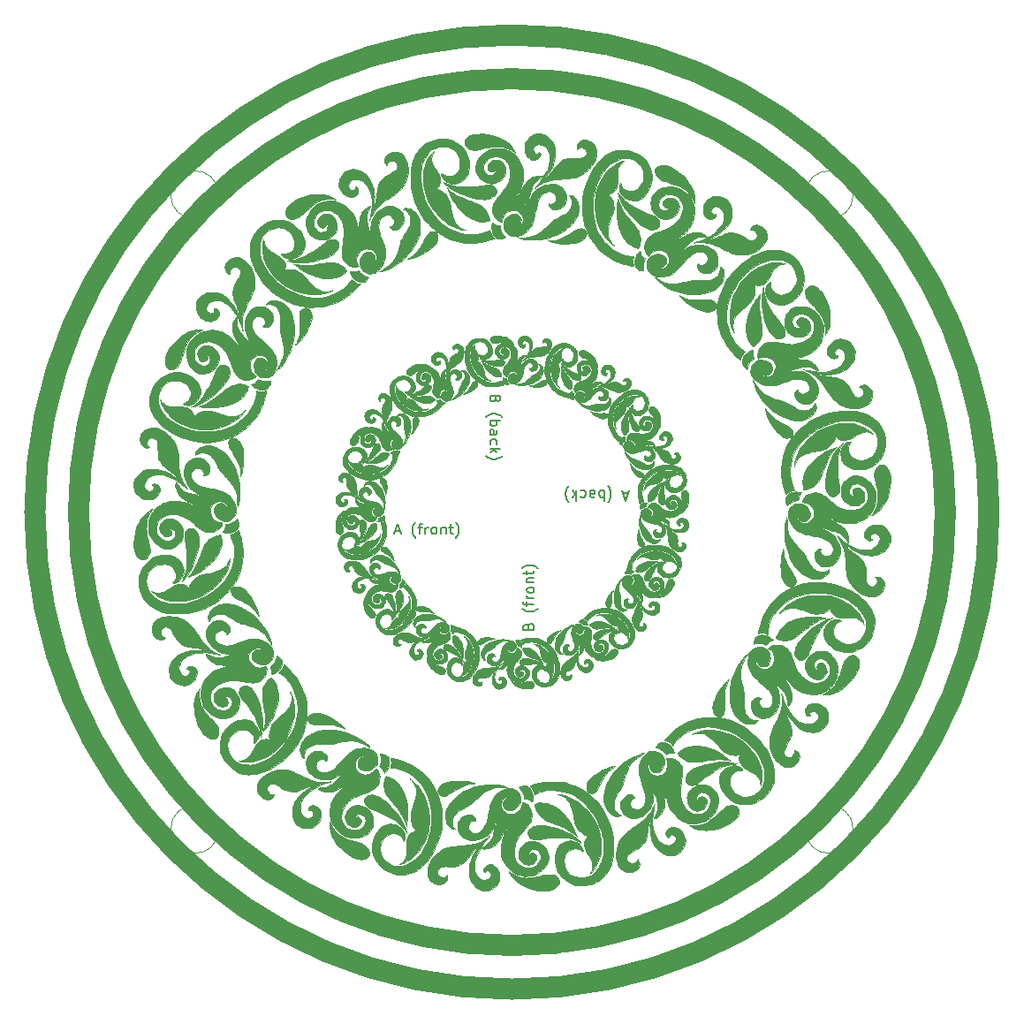
<source format=gto>
G04 #@! TF.GenerationSoftware,KiCad,Pcbnew,(5.1.5)-3*
G04 #@! TF.CreationDate,2020-11-14T23:35:12+01:00*
G04 #@! TF.ProjectId,Christmas C2,43687269-7374-46d6-9173-2043322e6b69,rev?*
G04 #@! TF.SameCoordinates,Original*
G04 #@! TF.FileFunction,Legend,Top*
G04 #@! TF.FilePolarity,Positive*
%FSLAX46Y46*%
G04 Gerber Fmt 4.6, Leading zero omitted, Abs format (unit mm)*
G04 Created by KiCad (PCBNEW (5.1.5)-3) date 2020-11-14 23:35:12*
%MOMM*%
%LPD*%
G04 APERTURE LIST*
%ADD10C,0.150000*%
%ADD11C,2.000000*%
%ADD12C,0.010000*%
%ADD13C,0.120000*%
G04 APERTURE END LIST*
D10*
X103195428Y-139843214D02*
X103147809Y-139986071D01*
X103100190Y-140033690D01*
X103004952Y-140081309D01*
X102862095Y-140081309D01*
X102766857Y-140033690D01*
X102719238Y-139986071D01*
X102671619Y-139890833D01*
X102671619Y-139509880D01*
X103671619Y-139509880D01*
X103671619Y-139843214D01*
X103624000Y-139938452D01*
X103576380Y-139986071D01*
X103481142Y-140033690D01*
X103385904Y-140033690D01*
X103290666Y-139986071D01*
X103243047Y-139938452D01*
X103195428Y-139843214D01*
X103195428Y-139509880D01*
X102290666Y-141557500D02*
X102338285Y-141509880D01*
X102481142Y-141414642D01*
X102576380Y-141367023D01*
X102719238Y-141319404D01*
X102957333Y-141271785D01*
X103147809Y-141271785D01*
X103385904Y-141319404D01*
X103528761Y-141367023D01*
X103624000Y-141414642D01*
X103766857Y-141509880D01*
X103814476Y-141557500D01*
X102671619Y-141938452D02*
X103671619Y-141938452D01*
X103290666Y-141938452D02*
X103338285Y-142033690D01*
X103338285Y-142224166D01*
X103290666Y-142319404D01*
X103243047Y-142367023D01*
X103147809Y-142414642D01*
X102862095Y-142414642D01*
X102766857Y-142367023D01*
X102719238Y-142319404D01*
X102671619Y-142224166D01*
X102671619Y-142033690D01*
X102719238Y-141938452D01*
X102671619Y-143271785D02*
X103195428Y-143271785D01*
X103290666Y-143224166D01*
X103338285Y-143128928D01*
X103338285Y-142938452D01*
X103290666Y-142843214D01*
X102719238Y-143271785D02*
X102671619Y-143176547D01*
X102671619Y-142938452D01*
X102719238Y-142843214D01*
X102814476Y-142795595D01*
X102909714Y-142795595D01*
X103004952Y-142843214D01*
X103052571Y-142938452D01*
X103052571Y-143176547D01*
X103100190Y-143271785D01*
X102719238Y-144176547D02*
X102671619Y-144081309D01*
X102671619Y-143890833D01*
X102719238Y-143795595D01*
X102766857Y-143747976D01*
X102862095Y-143700357D01*
X103147809Y-143700357D01*
X103243047Y-143747976D01*
X103290666Y-143795595D01*
X103338285Y-143890833D01*
X103338285Y-144081309D01*
X103290666Y-144176547D01*
X102671619Y-144605119D02*
X103671619Y-144605119D01*
X103052571Y-144700357D02*
X102671619Y-144986071D01*
X103338285Y-144986071D02*
X102957333Y-144605119D01*
X102290666Y-145319404D02*
X102338285Y-145367023D01*
X102481142Y-145462261D01*
X102576380Y-145509880D01*
X102719238Y-145557500D01*
X102957333Y-145605119D01*
X103147809Y-145605119D01*
X103385904Y-145557500D01*
X103528761Y-145509880D01*
X103624000Y-145462261D01*
X103766857Y-145367023D01*
X103814476Y-145319404D01*
X115926809Y-148867833D02*
X115450619Y-148867833D01*
X116022047Y-148582119D02*
X115688714Y-149582119D01*
X115355380Y-148582119D01*
X113974428Y-148201166D02*
X114022047Y-148248785D01*
X114117285Y-148391642D01*
X114164904Y-148486880D01*
X114212523Y-148629738D01*
X114260142Y-148867833D01*
X114260142Y-149058309D01*
X114212523Y-149296404D01*
X114164904Y-149439261D01*
X114117285Y-149534500D01*
X114022047Y-149677357D01*
X113974428Y-149724976D01*
X113593476Y-148582119D02*
X113593476Y-149582119D01*
X113593476Y-149201166D02*
X113498238Y-149248785D01*
X113307761Y-149248785D01*
X113212523Y-149201166D01*
X113164904Y-149153547D01*
X113117285Y-149058309D01*
X113117285Y-148772595D01*
X113164904Y-148677357D01*
X113212523Y-148629738D01*
X113307761Y-148582119D01*
X113498238Y-148582119D01*
X113593476Y-148629738D01*
X112260142Y-148582119D02*
X112260142Y-149105928D01*
X112307761Y-149201166D01*
X112403000Y-149248785D01*
X112593476Y-149248785D01*
X112688714Y-149201166D01*
X112260142Y-148629738D02*
X112355380Y-148582119D01*
X112593476Y-148582119D01*
X112688714Y-148629738D01*
X112736333Y-148724976D01*
X112736333Y-148820214D01*
X112688714Y-148915452D01*
X112593476Y-148963071D01*
X112355380Y-148963071D01*
X112260142Y-149010690D01*
X111355380Y-148629738D02*
X111450619Y-148582119D01*
X111641095Y-148582119D01*
X111736333Y-148629738D01*
X111783952Y-148677357D01*
X111831571Y-148772595D01*
X111831571Y-149058309D01*
X111783952Y-149153547D01*
X111736333Y-149201166D01*
X111641095Y-149248785D01*
X111450619Y-149248785D01*
X111355380Y-149201166D01*
X110926809Y-148582119D02*
X110926809Y-149582119D01*
X110831571Y-148963071D02*
X110545857Y-148582119D01*
X110545857Y-149248785D02*
X110926809Y-148867833D01*
X110212523Y-148201166D02*
X110164904Y-148248785D01*
X110069666Y-148391642D01*
X110022047Y-148486880D01*
X109974428Y-148629738D01*
X109926809Y-148867833D01*
X109926809Y-149058309D01*
X109974428Y-149296404D01*
X110022047Y-149439261D01*
X110069666Y-149534500D01*
X110164904Y-149677357D01*
X110212523Y-149724976D01*
X106354571Y-161638904D02*
X106402190Y-161496047D01*
X106449809Y-161448428D01*
X106545047Y-161400809D01*
X106687904Y-161400809D01*
X106783142Y-161448428D01*
X106830761Y-161496047D01*
X106878380Y-161591285D01*
X106878380Y-161972238D01*
X105878380Y-161972238D01*
X105878380Y-161638904D01*
X105926000Y-161543666D01*
X105973619Y-161496047D01*
X106068857Y-161448428D01*
X106164095Y-161448428D01*
X106259333Y-161496047D01*
X106306952Y-161543666D01*
X106354571Y-161638904D01*
X106354571Y-161972238D01*
X107259333Y-159924619D02*
X107211714Y-159972238D01*
X107068857Y-160067476D01*
X106973619Y-160115095D01*
X106830761Y-160162714D01*
X106592666Y-160210333D01*
X106402190Y-160210333D01*
X106164095Y-160162714D01*
X106021238Y-160115095D01*
X105926000Y-160067476D01*
X105783142Y-159972238D01*
X105735523Y-159924619D01*
X106211714Y-159686523D02*
X106211714Y-159305571D01*
X106878380Y-159543666D02*
X106021238Y-159543666D01*
X105926000Y-159496047D01*
X105878380Y-159400809D01*
X105878380Y-159305571D01*
X106878380Y-158972238D02*
X106211714Y-158972238D01*
X106402190Y-158972238D02*
X106306952Y-158924619D01*
X106259333Y-158877000D01*
X106211714Y-158781761D01*
X106211714Y-158686523D01*
X106878380Y-158210333D02*
X106830761Y-158305571D01*
X106783142Y-158353190D01*
X106687904Y-158400809D01*
X106402190Y-158400809D01*
X106306952Y-158353190D01*
X106259333Y-158305571D01*
X106211714Y-158210333D01*
X106211714Y-158067476D01*
X106259333Y-157972238D01*
X106306952Y-157924619D01*
X106402190Y-157877000D01*
X106687904Y-157877000D01*
X106783142Y-157924619D01*
X106830761Y-157972238D01*
X106878380Y-158067476D01*
X106878380Y-158210333D01*
X106211714Y-157448428D02*
X106878380Y-157448428D01*
X106306952Y-157448428D02*
X106259333Y-157400809D01*
X106211714Y-157305571D01*
X106211714Y-157162714D01*
X106259333Y-157067476D01*
X106354571Y-157019857D01*
X106878380Y-157019857D01*
X106211714Y-156686523D02*
X106211714Y-156305571D01*
X105878380Y-156543666D02*
X106735523Y-156543666D01*
X106830761Y-156496047D01*
X106878380Y-156400809D01*
X106878380Y-156305571D01*
X107259333Y-156067476D02*
X107211714Y-156019857D01*
X107068857Y-155924619D01*
X106973619Y-155877000D01*
X106830761Y-155829380D01*
X106592666Y-155781761D01*
X106402190Y-155781761D01*
X106164095Y-155829380D01*
X106021238Y-155877000D01*
X105926000Y-155924619D01*
X105783142Y-156019857D01*
X105735523Y-156067476D01*
X93575571Y-152503166D02*
X94051761Y-152503166D01*
X93480333Y-152788880D02*
X93813666Y-151788880D01*
X94147000Y-152788880D01*
X95527952Y-153169833D02*
X95480333Y-153122214D01*
X95385095Y-152979357D01*
X95337476Y-152884119D01*
X95289857Y-152741261D01*
X95242238Y-152503166D01*
X95242238Y-152312690D01*
X95289857Y-152074595D01*
X95337476Y-151931738D01*
X95385095Y-151836500D01*
X95480333Y-151693642D01*
X95527952Y-151646023D01*
X95766047Y-152122214D02*
X96147000Y-152122214D01*
X95908904Y-152788880D02*
X95908904Y-151931738D01*
X95956523Y-151836500D01*
X96051761Y-151788880D01*
X96147000Y-151788880D01*
X96480333Y-152788880D02*
X96480333Y-152122214D01*
X96480333Y-152312690D02*
X96527952Y-152217452D01*
X96575571Y-152169833D01*
X96670809Y-152122214D01*
X96766047Y-152122214D01*
X97242238Y-152788880D02*
X97147000Y-152741261D01*
X97099380Y-152693642D01*
X97051761Y-152598404D01*
X97051761Y-152312690D01*
X97099380Y-152217452D01*
X97147000Y-152169833D01*
X97242238Y-152122214D01*
X97385095Y-152122214D01*
X97480333Y-152169833D01*
X97527952Y-152217452D01*
X97575571Y-152312690D01*
X97575571Y-152598404D01*
X97527952Y-152693642D01*
X97480333Y-152741261D01*
X97385095Y-152788880D01*
X97242238Y-152788880D01*
X98004142Y-152122214D02*
X98004142Y-152788880D01*
X98004142Y-152217452D02*
X98051761Y-152169833D01*
X98147000Y-152122214D01*
X98289857Y-152122214D01*
X98385095Y-152169833D01*
X98432714Y-152265071D01*
X98432714Y-152788880D01*
X98766047Y-152122214D02*
X99147000Y-152122214D01*
X98908904Y-151788880D02*
X98908904Y-152646023D01*
X98956523Y-152741261D01*
X99051761Y-152788880D01*
X99147000Y-152788880D01*
X99385095Y-153169833D02*
X99432714Y-153122214D01*
X99527952Y-152979357D01*
X99575571Y-152884119D01*
X99623190Y-152741261D01*
X99670809Y-152503166D01*
X99670809Y-152312690D01*
X99623190Y-152074595D01*
X99575571Y-151931738D01*
X99527952Y-151836500D01*
X99432714Y-151693642D01*
X99385095Y-151646023D01*
D11*
X146304000Y-150685500D02*
G75*
G03X146304000Y-150685500I-41529000J0D01*
G01*
X150495000Y-150685500D02*
G75*
G03X150495000Y-150685500I-45720000J0D01*
G01*
D12*
G36*
X103480018Y-133770818D02*
G01*
X103593291Y-133777503D01*
X103656938Y-133784944D01*
X103896639Y-133833021D01*
X104119376Y-133904005D01*
X104322607Y-133996519D01*
X104503793Y-134109188D01*
X104660393Y-134240637D01*
X104789867Y-134389490D01*
X104800390Y-134404100D01*
X104845882Y-134471203D01*
X104884080Y-134532911D01*
X104911527Y-134583093D01*
X104924769Y-134615620D01*
X104924415Y-134624155D01*
X104909575Y-134617431D01*
X104878229Y-134594401D01*
X104859667Y-134579148D01*
X104718349Y-134480933D01*
X104555190Y-134406138D01*
X104374093Y-134356179D01*
X104180424Y-134332549D01*
X104071757Y-134329852D01*
X103965458Y-134333910D01*
X103854229Y-134345660D01*
X103730771Y-134366034D01*
X103587786Y-134395967D01*
X103471145Y-134423357D01*
X103347414Y-134452658D01*
X103250354Y-134473585D01*
X103174009Y-134486836D01*
X103112421Y-134493107D01*
X103059632Y-134493096D01*
X103009684Y-134487499D01*
X102976253Y-134481266D01*
X102865670Y-134444963D01*
X102775263Y-134388055D01*
X102708442Y-134314094D01*
X102668616Y-134226636D01*
X102658483Y-134150100D01*
X102673986Y-134056452D01*
X102720782Y-133973703D01*
X102799221Y-133901470D01*
X102909653Y-133839368D01*
X102960681Y-133818113D01*
X103030548Y-133799213D01*
X103125734Y-133784637D01*
X103237920Y-133774781D01*
X103358788Y-133770043D01*
X103480018Y-133770818D01*
G37*
X103480018Y-133770818D02*
X103593291Y-133777503D01*
X103656938Y-133784944D01*
X103896639Y-133833021D01*
X104119376Y-133904005D01*
X104322607Y-133996519D01*
X104503793Y-134109188D01*
X104660393Y-134240637D01*
X104789867Y-134389490D01*
X104800390Y-134404100D01*
X104845882Y-134471203D01*
X104884080Y-134532911D01*
X104911527Y-134583093D01*
X104924769Y-134615620D01*
X104924415Y-134624155D01*
X104909575Y-134617431D01*
X104878229Y-134594401D01*
X104859667Y-134579148D01*
X104718349Y-134480933D01*
X104555190Y-134406138D01*
X104374093Y-134356179D01*
X104180424Y-134332549D01*
X104071757Y-134329852D01*
X103965458Y-134333910D01*
X103854229Y-134345660D01*
X103730771Y-134366034D01*
X103587786Y-134395967D01*
X103471145Y-134423357D01*
X103347414Y-134452658D01*
X103250354Y-134473585D01*
X103174009Y-134486836D01*
X103112421Y-134493107D01*
X103059632Y-134493096D01*
X103009684Y-134487499D01*
X102976253Y-134481266D01*
X102865670Y-134444963D01*
X102775263Y-134388055D01*
X102708442Y-134314094D01*
X102668616Y-134226636D01*
X102658483Y-134150100D01*
X102673986Y-134056452D01*
X102720782Y-133973703D01*
X102799221Y-133901470D01*
X102909653Y-133839368D01*
X102960681Y-133818113D01*
X103030548Y-133799213D01*
X103125734Y-133784637D01*
X103237920Y-133774781D01*
X103358788Y-133770043D01*
X103480018Y-133770818D01*
G36*
X106165128Y-133791554D02*
G01*
X106296221Y-133850114D01*
X106419493Y-133939845D01*
X106453760Y-133972170D01*
X106561170Y-134102564D01*
X106640297Y-134250116D01*
X106690822Y-134412882D01*
X106712427Y-134588916D01*
X106704793Y-134776274D01*
X106667601Y-134973010D01*
X106635459Y-135081433D01*
X106599663Y-135181354D01*
X106560231Y-135274330D01*
X106514036Y-135365606D01*
X106457953Y-135460428D01*
X106388856Y-135564042D01*
X106303618Y-135681695D01*
X106199113Y-135818630D01*
X106186407Y-135834966D01*
X106180806Y-135845479D01*
X106196402Y-135834595D01*
X106230337Y-135804751D01*
X106279748Y-135758384D01*
X106305664Y-135733366D01*
X106383090Y-135653648D01*
X106468708Y-135558370D01*
X106551661Y-135459973D01*
X106616008Y-135377767D01*
X106714276Y-135249414D01*
X106800150Y-135146451D01*
X106878106Y-135064900D01*
X106952621Y-135000785D01*
X107028168Y-134950129D01*
X107109225Y-134908954D01*
X107172433Y-134883348D01*
X107210556Y-134870218D01*
X107248295Y-134860525D01*
X107291633Y-134853739D01*
X107346552Y-134849329D01*
X107419032Y-134846763D01*
X107515055Y-134845511D01*
X107602867Y-134845122D01*
X107740536Y-134843668D01*
X107846720Y-134840132D01*
X107920706Y-134834553D01*
X107961779Y-134826971D01*
X107966933Y-134824703D01*
X108032797Y-134770277D01*
X108084807Y-134696085D01*
X108101821Y-134656775D01*
X108112945Y-134580428D01*
X108096105Y-134510660D01*
X108057032Y-134450626D01*
X108001455Y-134403486D01*
X107935103Y-134372394D01*
X107863707Y-134360509D01*
X107792997Y-134370987D01*
X107728701Y-134406986D01*
X107700610Y-134435715D01*
X107683682Y-134454808D01*
X107674947Y-134454562D01*
X107671629Y-134429982D01*
X107670976Y-134382389D01*
X107680902Y-134282854D01*
X107713984Y-134202544D01*
X107773766Y-134133074D01*
X107777922Y-134129381D01*
X107864180Y-134074773D01*
X107962975Y-134046892D01*
X108068741Y-134043839D01*
X108175914Y-134063719D01*
X108278927Y-134104635D01*
X108372214Y-134164690D01*
X108450211Y-134241988D01*
X108507352Y-134334632D01*
X108525812Y-134384246D01*
X108547519Y-134500558D01*
X108550992Y-134632349D01*
X108536692Y-134766861D01*
X108507683Y-134883714D01*
X108431237Y-135060717D01*
X108325844Y-135226351D01*
X108195706Y-135376185D01*
X108045026Y-135505788D01*
X107878004Y-135610729D01*
X107771470Y-135660103D01*
X107699370Y-135686599D01*
X107623541Y-135708494D01*
X107538718Y-135726638D01*
X107439635Y-135741878D01*
X107321026Y-135755062D01*
X107177626Y-135767039D01*
X107055499Y-135775427D01*
X106891519Y-135787052D01*
X106755395Y-135799406D01*
X106641116Y-135813419D01*
X106542670Y-135830021D01*
X106454047Y-135850141D01*
X106369236Y-135874709D01*
X106330521Y-135887529D01*
X106270956Y-135910123D01*
X106199936Y-135940362D01*
X106124505Y-135974827D01*
X106051706Y-136010099D01*
X105988581Y-136042759D01*
X105942172Y-136069390D01*
X105919524Y-136086572D01*
X105919062Y-136087248D01*
X105900869Y-136106215D01*
X105865044Y-136137337D01*
X105837332Y-136159688D01*
X105808312Y-136181590D01*
X105797529Y-136186742D01*
X105806230Y-136173073D01*
X105835658Y-136138514D01*
X105879887Y-136088958D01*
X106029659Y-135909600D01*
X106161386Y-135725523D01*
X106272301Y-135541460D01*
X106359640Y-135362142D01*
X106420636Y-135192301D01*
X106434146Y-135140700D01*
X106461215Y-134974289D01*
X106463157Y-134816516D01*
X106441098Y-134670704D01*
X106396166Y-134540176D01*
X106329486Y-134428256D01*
X106242188Y-134338266D01*
X106140867Y-134275973D01*
X106049326Y-134248548D01*
X105955296Y-134244800D01*
X105867294Y-134263383D01*
X105793834Y-134302954D01*
X105760421Y-134336032D01*
X105724200Y-134404909D01*
X105714140Y-134479303D01*
X105728866Y-134550638D01*
X105767007Y-134610336D01*
X105809376Y-134641912D01*
X105864004Y-134663188D01*
X105906713Y-134659040D01*
X105949710Y-134627816D01*
X105955538Y-134622101D01*
X105985660Y-134594204D01*
X106003321Y-134588872D01*
X106019180Y-134603924D01*
X106022501Y-134608404D01*
X106046173Y-134666943D01*
X106041732Y-134732242D01*
X106012211Y-134797755D01*
X105960641Y-134856937D01*
X105890053Y-134903242D01*
X105884834Y-134905671D01*
X105785098Y-134933820D01*
X105685664Y-134929059D01*
X105589780Y-134892215D01*
X105500694Y-134824116D01*
X105480059Y-134802519D01*
X105420784Y-134729260D01*
X105380562Y-134658186D01*
X105356218Y-134579919D01*
X105344575Y-134485082D01*
X105342267Y-134395633D01*
X105346040Y-134285084D01*
X105359988Y-134197956D01*
X105388056Y-134124385D01*
X105434187Y-134054504D01*
X105502326Y-133978446D01*
X105513619Y-133966972D01*
X105631843Y-133869395D01*
X105759572Y-133803083D01*
X105893338Y-133768019D01*
X106029679Y-133764182D01*
X106165128Y-133791554D01*
G37*
X106165128Y-133791554D02*
X106296221Y-133850114D01*
X106419493Y-133939845D01*
X106453760Y-133972170D01*
X106561170Y-134102564D01*
X106640297Y-134250116D01*
X106690822Y-134412882D01*
X106712427Y-134588916D01*
X106704793Y-134776274D01*
X106667601Y-134973010D01*
X106635459Y-135081433D01*
X106599663Y-135181354D01*
X106560231Y-135274330D01*
X106514036Y-135365606D01*
X106457953Y-135460428D01*
X106388856Y-135564042D01*
X106303618Y-135681695D01*
X106199113Y-135818630D01*
X106186407Y-135834966D01*
X106180806Y-135845479D01*
X106196402Y-135834595D01*
X106230337Y-135804751D01*
X106279748Y-135758384D01*
X106305664Y-135733366D01*
X106383090Y-135653648D01*
X106468708Y-135558370D01*
X106551661Y-135459973D01*
X106616008Y-135377767D01*
X106714276Y-135249414D01*
X106800150Y-135146451D01*
X106878106Y-135064900D01*
X106952621Y-135000785D01*
X107028168Y-134950129D01*
X107109225Y-134908954D01*
X107172433Y-134883348D01*
X107210556Y-134870218D01*
X107248295Y-134860525D01*
X107291633Y-134853739D01*
X107346552Y-134849329D01*
X107419032Y-134846763D01*
X107515055Y-134845511D01*
X107602867Y-134845122D01*
X107740536Y-134843668D01*
X107846720Y-134840132D01*
X107920706Y-134834553D01*
X107961779Y-134826971D01*
X107966933Y-134824703D01*
X108032797Y-134770277D01*
X108084807Y-134696085D01*
X108101821Y-134656775D01*
X108112945Y-134580428D01*
X108096105Y-134510660D01*
X108057032Y-134450626D01*
X108001455Y-134403486D01*
X107935103Y-134372394D01*
X107863707Y-134360509D01*
X107792997Y-134370987D01*
X107728701Y-134406986D01*
X107700610Y-134435715D01*
X107683682Y-134454808D01*
X107674947Y-134454562D01*
X107671629Y-134429982D01*
X107670976Y-134382389D01*
X107680902Y-134282854D01*
X107713984Y-134202544D01*
X107773766Y-134133074D01*
X107777922Y-134129381D01*
X107864180Y-134074773D01*
X107962975Y-134046892D01*
X108068741Y-134043839D01*
X108175914Y-134063719D01*
X108278927Y-134104635D01*
X108372214Y-134164690D01*
X108450211Y-134241988D01*
X108507352Y-134334632D01*
X108525812Y-134384246D01*
X108547519Y-134500558D01*
X108550992Y-134632349D01*
X108536692Y-134766861D01*
X108507683Y-134883714D01*
X108431237Y-135060717D01*
X108325844Y-135226351D01*
X108195706Y-135376185D01*
X108045026Y-135505788D01*
X107878004Y-135610729D01*
X107771470Y-135660103D01*
X107699370Y-135686599D01*
X107623541Y-135708494D01*
X107538718Y-135726638D01*
X107439635Y-135741878D01*
X107321026Y-135755062D01*
X107177626Y-135767039D01*
X107055499Y-135775427D01*
X106891519Y-135787052D01*
X106755395Y-135799406D01*
X106641116Y-135813419D01*
X106542670Y-135830021D01*
X106454047Y-135850141D01*
X106369236Y-135874709D01*
X106330521Y-135887529D01*
X106270956Y-135910123D01*
X106199936Y-135940362D01*
X106124505Y-135974827D01*
X106051706Y-136010099D01*
X105988581Y-136042759D01*
X105942172Y-136069390D01*
X105919524Y-136086572D01*
X105919062Y-136087248D01*
X105900869Y-136106215D01*
X105865044Y-136137337D01*
X105837332Y-136159688D01*
X105808312Y-136181590D01*
X105797529Y-136186742D01*
X105806230Y-136173073D01*
X105835658Y-136138514D01*
X105879887Y-136088958D01*
X106029659Y-135909600D01*
X106161386Y-135725523D01*
X106272301Y-135541460D01*
X106359640Y-135362142D01*
X106420636Y-135192301D01*
X106434146Y-135140700D01*
X106461215Y-134974289D01*
X106463157Y-134816516D01*
X106441098Y-134670704D01*
X106396166Y-134540176D01*
X106329486Y-134428256D01*
X106242188Y-134338266D01*
X106140867Y-134275973D01*
X106049326Y-134248548D01*
X105955296Y-134244800D01*
X105867294Y-134263383D01*
X105793834Y-134302954D01*
X105760421Y-134336032D01*
X105724200Y-134404909D01*
X105714140Y-134479303D01*
X105728866Y-134550638D01*
X105767007Y-134610336D01*
X105809376Y-134641912D01*
X105864004Y-134663188D01*
X105906713Y-134659040D01*
X105949710Y-134627816D01*
X105955538Y-134622101D01*
X105985660Y-134594204D01*
X106003321Y-134588872D01*
X106019180Y-134603924D01*
X106022501Y-134608404D01*
X106046173Y-134666943D01*
X106041732Y-134732242D01*
X106012211Y-134797755D01*
X105960641Y-134856937D01*
X105890053Y-134903242D01*
X105884834Y-134905671D01*
X105785098Y-134933820D01*
X105685664Y-134929059D01*
X105589780Y-134892215D01*
X105500694Y-134824116D01*
X105480059Y-134802519D01*
X105420784Y-134729260D01*
X105380562Y-134658186D01*
X105356218Y-134579919D01*
X105344575Y-134485082D01*
X105342267Y-134395633D01*
X105346040Y-134285084D01*
X105359988Y-134197956D01*
X105388056Y-134124385D01*
X105434187Y-134054504D01*
X105502326Y-133978446D01*
X105513619Y-133966972D01*
X105631843Y-133869395D01*
X105759572Y-133803083D01*
X105893338Y-133768019D01*
X106029679Y-133764182D01*
X106165128Y-133791554D01*
G36*
X101756586Y-135949058D02*
G01*
X101783773Y-135963213D01*
X101897173Y-136018631D01*
X102019612Y-136061931D01*
X102156482Y-136094256D01*
X102313175Y-136116751D01*
X102495081Y-136130559D01*
X102590600Y-136134366D01*
X102729919Y-136137300D01*
X102855589Y-136136635D01*
X102975890Y-136131777D01*
X103099104Y-136122131D01*
X103233514Y-136107103D01*
X103387400Y-136086098D01*
X103501858Y-136068948D01*
X103601573Y-136054226D01*
X103674974Y-136045211D01*
X103729063Y-136041552D01*
X103770846Y-136042898D01*
X103807327Y-136048899D01*
X103823284Y-136052865D01*
X103924075Y-136094047D01*
X104000170Y-136155752D01*
X104049411Y-136235416D01*
X104069637Y-136330476D01*
X104070034Y-136345679D01*
X104055950Y-136434851D01*
X104012230Y-136511175D01*
X103937690Y-136576262D01*
X103873985Y-136612412D01*
X103765899Y-136657330D01*
X103656953Y-136684768D01*
X103539512Y-136695484D01*
X103405938Y-136690235D01*
X103266722Y-136672659D01*
X103036090Y-136626866D01*
X102801047Y-136561909D01*
X102570015Y-136480900D01*
X102351416Y-136386953D01*
X102153675Y-136283179D01*
X102065666Y-136228847D01*
X102000741Y-136184182D01*
X101931461Y-136132981D01*
X101863273Y-136079715D01*
X101801622Y-136028859D01*
X101751951Y-135984885D01*
X101719707Y-135952268D01*
X101710066Y-135936698D01*
X101723131Y-135935681D01*
X101756586Y-135949058D01*
G37*
X101756586Y-135949058D02*
X101783773Y-135963213D01*
X101897173Y-136018631D01*
X102019612Y-136061931D01*
X102156482Y-136094256D01*
X102313175Y-136116751D01*
X102495081Y-136130559D01*
X102590600Y-136134366D01*
X102729919Y-136137300D01*
X102855589Y-136136635D01*
X102975890Y-136131777D01*
X103099104Y-136122131D01*
X103233514Y-136107103D01*
X103387400Y-136086098D01*
X103501858Y-136068948D01*
X103601573Y-136054226D01*
X103674974Y-136045211D01*
X103729063Y-136041552D01*
X103770846Y-136042898D01*
X103807327Y-136048899D01*
X103823284Y-136052865D01*
X103924075Y-136094047D01*
X104000170Y-136155752D01*
X104049411Y-136235416D01*
X104069637Y-136330476D01*
X104070034Y-136345679D01*
X104055950Y-136434851D01*
X104012230Y-136511175D01*
X103937690Y-136576262D01*
X103873985Y-136612412D01*
X103765899Y-136657330D01*
X103656953Y-136684768D01*
X103539512Y-136695484D01*
X103405938Y-136690235D01*
X103266722Y-136672659D01*
X103036090Y-136626866D01*
X102801047Y-136561909D01*
X102570015Y-136480900D01*
X102351416Y-136386953D01*
X102153675Y-136283179D01*
X102065666Y-136228847D01*
X102000741Y-136184182D01*
X101931461Y-136132981D01*
X101863273Y-136079715D01*
X101801622Y-136028859D01*
X101751951Y-135984885D01*
X101719707Y-135952268D01*
X101710066Y-135936698D01*
X101723131Y-135935681D01*
X101756586Y-135949058D01*
G36*
X111661893Y-135178464D02*
G01*
X111796645Y-135219907D01*
X111938483Y-135283154D01*
X112084577Y-135367289D01*
X112232098Y-135471395D01*
X112378219Y-135594555D01*
X112411095Y-135625256D01*
X112580023Y-135803425D01*
X112716105Y-135985754D01*
X112820277Y-136174028D01*
X112893477Y-136370029D01*
X112936642Y-136575540D01*
X112943873Y-136639300D01*
X112947489Y-136707045D01*
X112946234Y-136768072D01*
X112940826Y-136806987D01*
X112926844Y-136856140D01*
X112907033Y-136790016D01*
X112864651Y-136687811D01*
X112798812Y-136577508D01*
X112715719Y-136467354D01*
X112621575Y-136365595D01*
X112525229Y-136282460D01*
X112429284Y-136215744D01*
X112326620Y-136155905D01*
X112211924Y-136100621D01*
X112079883Y-136047568D01*
X111925185Y-135994421D01*
X111742515Y-135938858D01*
X111733717Y-135936311D01*
X111623773Y-135903998D01*
X111540359Y-135877559D01*
X111477279Y-135854160D01*
X111428336Y-135830965D01*
X111387334Y-135805141D01*
X111348075Y-135773852D01*
X111316369Y-135745391D01*
X111238287Y-135656650D01*
X111188448Y-135562853D01*
X111167409Y-135468178D01*
X111175726Y-135376804D01*
X111213955Y-135292911D01*
X111250307Y-135249073D01*
X111328433Y-135194131D01*
X111424958Y-135164660D01*
X111537055Y-135159743D01*
X111661893Y-135178464D01*
G37*
X111661893Y-135178464D02*
X111796645Y-135219907D01*
X111938483Y-135283154D01*
X112084577Y-135367289D01*
X112232098Y-135471395D01*
X112378219Y-135594555D01*
X112411095Y-135625256D01*
X112580023Y-135803425D01*
X112716105Y-135985754D01*
X112820277Y-136174028D01*
X112893477Y-136370029D01*
X112936642Y-136575540D01*
X112943873Y-136639300D01*
X112947489Y-136707045D01*
X112946234Y-136768072D01*
X112940826Y-136806987D01*
X112926844Y-136856140D01*
X112907033Y-136790016D01*
X112864651Y-136687811D01*
X112798812Y-136577508D01*
X112715719Y-136467354D01*
X112621575Y-136365595D01*
X112525229Y-136282460D01*
X112429284Y-136215744D01*
X112326620Y-136155905D01*
X112211924Y-136100621D01*
X112079883Y-136047568D01*
X111925185Y-135994421D01*
X111742515Y-135938858D01*
X111733717Y-135936311D01*
X111623773Y-135903998D01*
X111540359Y-135877559D01*
X111477279Y-135854160D01*
X111428336Y-135830965D01*
X111387334Y-135805141D01*
X111348075Y-135773852D01*
X111316369Y-135745391D01*
X111238287Y-135656650D01*
X111188448Y-135562853D01*
X111167409Y-135468178D01*
X111175726Y-135376804D01*
X111213955Y-135292911D01*
X111250307Y-135249073D01*
X111328433Y-135194131D01*
X111424958Y-135164660D01*
X111537055Y-135159743D01*
X111661893Y-135178464D01*
G36*
X96156191Y-136466663D02*
G01*
X96283712Y-136474387D01*
X96396736Y-136488412D01*
X96469200Y-136503842D01*
X96544223Y-136528582D01*
X96630020Y-136563188D01*
X96716011Y-136602768D01*
X96791615Y-136642429D01*
X96846254Y-136677279D01*
X96849196Y-136679549D01*
X96890525Y-136712050D01*
X96798396Y-136694951D01*
X96713201Y-136686142D01*
X96608373Y-136685562D01*
X96496925Y-136692421D01*
X96391866Y-136705930D01*
X96308333Y-136724655D01*
X96197994Y-136763224D01*
X96090490Y-136812554D01*
X95981524Y-136875511D01*
X95866796Y-136954960D01*
X95742007Y-137053768D01*
X95602858Y-137174801D01*
X95521583Y-137249156D01*
X95429331Y-137332641D01*
X95343861Y-137405996D01*
X95269909Y-137465362D01*
X95212211Y-137506878D01*
X95187223Y-137521686D01*
X95089235Y-137558448D01*
X94985698Y-137575181D01*
X94887241Y-137571138D01*
X94809733Y-137548168D01*
X94722091Y-137491369D01*
X94664269Y-137420181D01*
X94636475Y-137336647D01*
X94638917Y-137242812D01*
X94671803Y-137140721D01*
X94735342Y-137032420D01*
X94754569Y-137006515D01*
X94844493Y-136911029D01*
X94962856Y-136817958D01*
X95104231Y-136730032D01*
X95263193Y-136649984D01*
X95434315Y-136580545D01*
X95612170Y-136524447D01*
X95791333Y-136484421D01*
X95791866Y-136484328D01*
X95899748Y-136471331D01*
X96024696Y-136465543D01*
X96156191Y-136466663D01*
G37*
X96156191Y-136466663D02*
X96283712Y-136474387D01*
X96396736Y-136488412D01*
X96469200Y-136503842D01*
X96544223Y-136528582D01*
X96630020Y-136563188D01*
X96716011Y-136602768D01*
X96791615Y-136642429D01*
X96846254Y-136677279D01*
X96849196Y-136679549D01*
X96890525Y-136712050D01*
X96798396Y-136694951D01*
X96713201Y-136686142D01*
X96608373Y-136685562D01*
X96496925Y-136692421D01*
X96391866Y-136705930D01*
X96308333Y-136724655D01*
X96197994Y-136763224D01*
X96090490Y-136812554D01*
X95981524Y-136875511D01*
X95866796Y-136954960D01*
X95742007Y-137053768D01*
X95602858Y-137174801D01*
X95521583Y-137249156D01*
X95429331Y-137332641D01*
X95343861Y-137405996D01*
X95269909Y-137465362D01*
X95212211Y-137506878D01*
X95187223Y-137521686D01*
X95089235Y-137558448D01*
X94985698Y-137575181D01*
X94887241Y-137571138D01*
X94809733Y-137548168D01*
X94722091Y-137491369D01*
X94664269Y-137420181D01*
X94636475Y-137336647D01*
X94638917Y-137242812D01*
X94671803Y-137140721D01*
X94735342Y-137032420D01*
X94754569Y-137006515D01*
X94844493Y-136911029D01*
X94962856Y-136817958D01*
X95104231Y-136730032D01*
X95263193Y-136649984D01*
X95434315Y-136580545D01*
X95612170Y-136524447D01*
X95791333Y-136484421D01*
X95791866Y-136484328D01*
X95899748Y-136471331D01*
X96024696Y-136465543D01*
X96156191Y-136466663D01*
G36*
X99664015Y-134586423D02*
G01*
X99765530Y-134619502D01*
X99854808Y-134678364D01*
X99895573Y-134716682D01*
X99990913Y-134838717D01*
X100061793Y-134981063D01*
X100107694Y-135140078D01*
X100128099Y-135312120D01*
X100122491Y-135493548D01*
X100090352Y-135680721D01*
X100051525Y-135813990D01*
X100005704Y-135932006D01*
X99951176Y-136039437D01*
X99884677Y-136139817D01*
X99802944Y-136236678D01*
X99702713Y-136333551D01*
X99580721Y-136433969D01*
X99433704Y-136541466D01*
X99288635Y-136639716D01*
X99156301Y-136728548D01*
X99048212Y-136804835D01*
X98959080Y-136872611D01*
X98883617Y-136935904D01*
X98816534Y-136998748D01*
X98812856Y-137002397D01*
X98690087Y-137135892D01*
X98584640Y-137273488D01*
X98501177Y-137408573D01*
X98451705Y-137514649D01*
X98431030Y-137566486D01*
X98415838Y-137601454D01*
X98409287Y-137612305D01*
X98409246Y-137612109D01*
X98412136Y-137592503D01*
X98420865Y-137547769D01*
X98433852Y-137485821D01*
X98441367Y-137451242D01*
X98483284Y-137212270D01*
X98502746Y-136982268D01*
X98500186Y-136764064D01*
X98476038Y-136560486D01*
X98430737Y-136374362D01*
X98364716Y-136208520D01*
X98278410Y-136065787D01*
X98217461Y-135992829D01*
X98114008Y-135902092D01*
X98003111Y-135838194D01*
X97888979Y-135801701D01*
X97775822Y-135793176D01*
X97667847Y-135813185D01*
X97569264Y-135862294D01*
X97523030Y-135899593D01*
X97473253Y-135966964D01*
X97451971Y-136043859D01*
X97459020Y-136122336D01*
X97494234Y-136194455D01*
X97529963Y-136232346D01*
X97581499Y-136261146D01*
X97639230Y-136271854D01*
X97694466Y-136265895D01*
X97738517Y-136244693D01*
X97762693Y-136209672D01*
X97764859Y-136193840D01*
X97773939Y-136153822D01*
X97780291Y-136141196D01*
X97794558Y-136130563D01*
X97816579Y-136140919D01*
X97847765Y-136169527D01*
X97889763Y-136233515D01*
X97903265Y-136308346D01*
X97889053Y-136387834D01*
X97847904Y-136465791D01*
X97804212Y-136515456D01*
X97724415Y-136568877D01*
X97630536Y-136595579D01*
X97528312Y-136596304D01*
X97423482Y-136571793D01*
X97321783Y-136522788D01*
X97228954Y-136450031D01*
X97218689Y-136439746D01*
X97123325Y-136320947D01*
X97061045Y-136195065D01*
X97031903Y-136062496D01*
X97035955Y-135923636D01*
X97073252Y-135778882D01*
X97115290Y-135681939D01*
X97192559Y-135563076D01*
X97291575Y-135468571D01*
X97409044Y-135399978D01*
X97541673Y-135358854D01*
X97686169Y-135346751D01*
X97801628Y-135357875D01*
X97962520Y-135402007D01*
X98109103Y-135476040D01*
X98240275Y-135578690D01*
X98354932Y-135708673D01*
X98451974Y-135864705D01*
X98530299Y-136045501D01*
X98588805Y-136249778D01*
X98596078Y-136283700D01*
X98607592Y-136366891D01*
X98614295Y-136474192D01*
X98616290Y-136596203D01*
X98613684Y-136723527D01*
X98606581Y-136846763D01*
X98595086Y-136956515D01*
X98588057Y-137001541D01*
X98574916Y-137080891D01*
X98567970Y-137135610D01*
X98567136Y-137163785D01*
X98572331Y-137163504D01*
X98583472Y-137132855D01*
X98592377Y-137101341D01*
X98629200Y-136960998D01*
X98657751Y-136845072D01*
X98679658Y-136745593D01*
X98696548Y-136654591D01*
X98710047Y-136564097D01*
X98721470Y-136469012D01*
X98738502Y-136331075D01*
X98757104Y-136219677D01*
X98779108Y-136127493D01*
X98806344Y-136047195D01*
X98840644Y-135971458D01*
X98850694Y-135952082D01*
X98924239Y-135838793D01*
X99019886Y-135736931D01*
X99141076Y-135643596D01*
X99291246Y-135555887D01*
X99362105Y-135520825D01*
X99472749Y-135462631D01*
X99553231Y-135405715D01*
X99606880Y-135346334D01*
X99637024Y-135280742D01*
X99646993Y-135205195D01*
X99647022Y-135200331D01*
X99640720Y-135140816D01*
X99625146Y-135086184D01*
X99620957Y-135077138D01*
X99576343Y-135025065D01*
X99510128Y-134989280D01*
X99431750Y-134972525D01*
X99350645Y-134977541D01*
X99314453Y-134988127D01*
X99262404Y-135018934D01*
X99218247Y-135063965D01*
X99191221Y-135112496D01*
X99187000Y-135136117D01*
X99180418Y-135166626D01*
X99162893Y-135168127D01*
X99137752Y-135142327D01*
X99111500Y-135097444D01*
X99080021Y-135000739D01*
X99079452Y-134905990D01*
X99106872Y-134816730D01*
X99159362Y-134736489D01*
X99234001Y-134668801D01*
X99327868Y-134617196D01*
X99438044Y-134585206D01*
X99542600Y-134576075D01*
X99664015Y-134586423D01*
G37*
X99664015Y-134586423D02*
X99765530Y-134619502D01*
X99854808Y-134678364D01*
X99895573Y-134716682D01*
X99990913Y-134838717D01*
X100061793Y-134981063D01*
X100107694Y-135140078D01*
X100128099Y-135312120D01*
X100122491Y-135493548D01*
X100090352Y-135680721D01*
X100051525Y-135813990D01*
X100005704Y-135932006D01*
X99951176Y-136039437D01*
X99884677Y-136139817D01*
X99802944Y-136236678D01*
X99702713Y-136333551D01*
X99580721Y-136433969D01*
X99433704Y-136541466D01*
X99288635Y-136639716D01*
X99156301Y-136728548D01*
X99048212Y-136804835D01*
X98959080Y-136872611D01*
X98883617Y-136935904D01*
X98816534Y-136998748D01*
X98812856Y-137002397D01*
X98690087Y-137135892D01*
X98584640Y-137273488D01*
X98501177Y-137408573D01*
X98451705Y-137514649D01*
X98431030Y-137566486D01*
X98415838Y-137601454D01*
X98409287Y-137612305D01*
X98409246Y-137612109D01*
X98412136Y-137592503D01*
X98420865Y-137547769D01*
X98433852Y-137485821D01*
X98441367Y-137451242D01*
X98483284Y-137212270D01*
X98502746Y-136982268D01*
X98500186Y-136764064D01*
X98476038Y-136560486D01*
X98430737Y-136374362D01*
X98364716Y-136208520D01*
X98278410Y-136065787D01*
X98217461Y-135992829D01*
X98114008Y-135902092D01*
X98003111Y-135838194D01*
X97888979Y-135801701D01*
X97775822Y-135793176D01*
X97667847Y-135813185D01*
X97569264Y-135862294D01*
X97523030Y-135899593D01*
X97473253Y-135966964D01*
X97451971Y-136043859D01*
X97459020Y-136122336D01*
X97494234Y-136194455D01*
X97529963Y-136232346D01*
X97581499Y-136261146D01*
X97639230Y-136271854D01*
X97694466Y-136265895D01*
X97738517Y-136244693D01*
X97762693Y-136209672D01*
X97764859Y-136193840D01*
X97773939Y-136153822D01*
X97780291Y-136141196D01*
X97794558Y-136130563D01*
X97816579Y-136140919D01*
X97847765Y-136169527D01*
X97889763Y-136233515D01*
X97903265Y-136308346D01*
X97889053Y-136387834D01*
X97847904Y-136465791D01*
X97804212Y-136515456D01*
X97724415Y-136568877D01*
X97630536Y-136595579D01*
X97528312Y-136596304D01*
X97423482Y-136571793D01*
X97321783Y-136522788D01*
X97228954Y-136450031D01*
X97218689Y-136439746D01*
X97123325Y-136320947D01*
X97061045Y-136195065D01*
X97031903Y-136062496D01*
X97035955Y-135923636D01*
X97073252Y-135778882D01*
X97115290Y-135681939D01*
X97192559Y-135563076D01*
X97291575Y-135468571D01*
X97409044Y-135399978D01*
X97541673Y-135358854D01*
X97686169Y-135346751D01*
X97801628Y-135357875D01*
X97962520Y-135402007D01*
X98109103Y-135476040D01*
X98240275Y-135578690D01*
X98354932Y-135708673D01*
X98451974Y-135864705D01*
X98530299Y-136045501D01*
X98588805Y-136249778D01*
X98596078Y-136283700D01*
X98607592Y-136366891D01*
X98614295Y-136474192D01*
X98616290Y-136596203D01*
X98613684Y-136723527D01*
X98606581Y-136846763D01*
X98595086Y-136956515D01*
X98588057Y-137001541D01*
X98574916Y-137080891D01*
X98567970Y-137135610D01*
X98567136Y-137163785D01*
X98572331Y-137163504D01*
X98583472Y-137132855D01*
X98592377Y-137101341D01*
X98629200Y-136960998D01*
X98657751Y-136845072D01*
X98679658Y-136745593D01*
X98696548Y-136654591D01*
X98710047Y-136564097D01*
X98721470Y-136469012D01*
X98738502Y-136331075D01*
X98757104Y-136219677D01*
X98779108Y-136127493D01*
X98806344Y-136047195D01*
X98840644Y-135971458D01*
X98850694Y-135952082D01*
X98924239Y-135838793D01*
X99019886Y-135736931D01*
X99141076Y-135643596D01*
X99291246Y-135555887D01*
X99362105Y-135520825D01*
X99472749Y-135462631D01*
X99553231Y-135405715D01*
X99606880Y-135346334D01*
X99637024Y-135280742D01*
X99646993Y-135205195D01*
X99647022Y-135200331D01*
X99640720Y-135140816D01*
X99625146Y-135086184D01*
X99620957Y-135077138D01*
X99576343Y-135025065D01*
X99510128Y-134989280D01*
X99431750Y-134972525D01*
X99350645Y-134977541D01*
X99314453Y-134988127D01*
X99262404Y-135018934D01*
X99218247Y-135063965D01*
X99191221Y-135112496D01*
X99187000Y-135136117D01*
X99180418Y-135166626D01*
X99162893Y-135168127D01*
X99137752Y-135142327D01*
X99111500Y-135097444D01*
X99080021Y-135000739D01*
X99079452Y-134905990D01*
X99106872Y-134816730D01*
X99159362Y-134736489D01*
X99234001Y-134668801D01*
X99327868Y-134617196D01*
X99438044Y-134585206D01*
X99542600Y-134576075D01*
X99664015Y-134586423D01*
G36*
X98408067Y-137638366D02*
G01*
X98399600Y-137646833D01*
X98391133Y-137638366D01*
X98399600Y-137629900D01*
X98408067Y-137638366D01*
G37*
X98408067Y-137638366D02*
X98399600Y-137646833D01*
X98391133Y-137638366D01*
X98399600Y-137629900D01*
X98408067Y-137638366D01*
G36*
X101962067Y-136262198D02*
G01*
X102051794Y-136340186D01*
X102145977Y-136410944D01*
X102249191Y-136476924D01*
X102366012Y-136540577D01*
X102501016Y-136604357D01*
X102658778Y-136670715D01*
X102843874Y-136742103D01*
X102888173Y-136758527D01*
X103044558Y-136817763D01*
X103172633Y-136870198D01*
X103276730Y-136918062D01*
X103361182Y-136963580D01*
X103430319Y-137008982D01*
X103488475Y-137056496D01*
X103512878Y-137079821D01*
X103583332Y-137163482D01*
X103647369Y-137263754D01*
X103700666Y-137371514D01*
X103738904Y-137477641D01*
X103757763Y-137573011D01*
X103759000Y-137599526D01*
X103753014Y-137631277D01*
X103732160Y-137654597D01*
X103692088Y-137671001D01*
X103628450Y-137682005D01*
X103536898Y-137689124D01*
X103496533Y-137691017D01*
X103397623Y-137692759D01*
X103318094Y-137687735D01*
X103243908Y-137674680D01*
X103204086Y-137664651D01*
X103027206Y-137600464D01*
X102851092Y-137505641D01*
X102678735Y-137383340D01*
X102513125Y-137236718D01*
X102357250Y-137068934D01*
X102214101Y-136883145D01*
X102086668Y-136682509D01*
X101977941Y-136470184D01*
X101906486Y-136294167D01*
X101861584Y-136169168D01*
X101962067Y-136262198D01*
G37*
X101962067Y-136262198D02*
X102051794Y-136340186D01*
X102145977Y-136410944D01*
X102249191Y-136476924D01*
X102366012Y-136540577D01*
X102501016Y-136604357D01*
X102658778Y-136670715D01*
X102843874Y-136742103D01*
X102888173Y-136758527D01*
X103044558Y-136817763D01*
X103172633Y-136870198D01*
X103276730Y-136918062D01*
X103361182Y-136963580D01*
X103430319Y-137008982D01*
X103488475Y-137056496D01*
X103512878Y-137079821D01*
X103583332Y-137163482D01*
X103647369Y-137263754D01*
X103700666Y-137371514D01*
X103738904Y-137477641D01*
X103757763Y-137573011D01*
X103759000Y-137599526D01*
X103753014Y-137631277D01*
X103732160Y-137654597D01*
X103692088Y-137671001D01*
X103628450Y-137682005D01*
X103536898Y-137689124D01*
X103496533Y-137691017D01*
X103397623Y-137692759D01*
X103318094Y-137687735D01*
X103243908Y-137674680D01*
X103204086Y-137664651D01*
X103027206Y-137600464D01*
X102851092Y-137505641D01*
X102678735Y-137383340D01*
X102513125Y-137236718D01*
X102357250Y-137068934D01*
X102214101Y-136883145D01*
X102086668Y-136682509D01*
X101977941Y-136470184D01*
X101906486Y-136294167D01*
X101861584Y-136169168D01*
X101962067Y-136262198D01*
G36*
X109513863Y-136396829D02*
G01*
X109538028Y-136425051D01*
X109570699Y-136470616D01*
X109579049Y-136483149D01*
X109679357Y-136611637D01*
X109810732Y-136740761D01*
X109970460Y-136868717D01*
X110155830Y-136993699D01*
X110364129Y-137113902D01*
X110592646Y-137227521D01*
X110838667Y-137332750D01*
X110879467Y-137348685D01*
X111007479Y-137399414D01*
X111107499Y-137442585D01*
X111183900Y-137480614D01*
X111241054Y-137515918D01*
X111283333Y-137550912D01*
X111315111Y-137588013D01*
X111316735Y-137590295D01*
X111360041Y-137676727D01*
X111375100Y-137767423D01*
X111362899Y-137855456D01*
X111324426Y-137933900D01*
X111260670Y-137995829D01*
X111258697Y-137997147D01*
X111179799Y-138031954D01*
X111082365Y-138048311D01*
X110976678Y-138045548D01*
X110873025Y-138023000D01*
X110871000Y-138022328D01*
X110758248Y-137977731D01*
X110648109Y-137919007D01*
X110535400Y-137842624D01*
X110414939Y-137745052D01*
X110281545Y-137622759D01*
X110274013Y-137615518D01*
X110076005Y-137409456D01*
X109901864Y-137196547D01*
X109753879Y-136980159D01*
X109634337Y-136763656D01*
X109545526Y-136550407D01*
X109540836Y-136536631D01*
X109521201Y-136474379D01*
X109507687Y-136424143D01*
X109502601Y-136394744D01*
X109502932Y-136391635D01*
X109513863Y-136396829D01*
G37*
X109513863Y-136396829D02*
X109538028Y-136425051D01*
X109570699Y-136470616D01*
X109579049Y-136483149D01*
X109679357Y-136611637D01*
X109810732Y-136740761D01*
X109970460Y-136868717D01*
X110155830Y-136993699D01*
X110364129Y-137113902D01*
X110592646Y-137227521D01*
X110838667Y-137332750D01*
X110879467Y-137348685D01*
X111007479Y-137399414D01*
X111107499Y-137442585D01*
X111183900Y-137480614D01*
X111241054Y-137515918D01*
X111283333Y-137550912D01*
X111315111Y-137588013D01*
X111316735Y-137590295D01*
X111360041Y-137676727D01*
X111375100Y-137767423D01*
X111362899Y-137855456D01*
X111324426Y-137933900D01*
X111260670Y-137995829D01*
X111258697Y-137997147D01*
X111179799Y-138031954D01*
X111082365Y-138048311D01*
X110976678Y-138045548D01*
X110873025Y-138023000D01*
X110871000Y-138022328D01*
X110758248Y-137977731D01*
X110648109Y-137919007D01*
X110535400Y-137842624D01*
X110414939Y-137745052D01*
X110281545Y-137622759D01*
X110274013Y-137615518D01*
X110076005Y-137409456D01*
X109901864Y-137196547D01*
X109753879Y-136980159D01*
X109634337Y-136763656D01*
X109545526Y-136550407D01*
X109540836Y-136536631D01*
X109521201Y-136474379D01*
X109507687Y-136424143D01*
X109502601Y-136394744D01*
X109502932Y-136391635D01*
X109513863Y-136396829D01*
G36*
X101226558Y-134635626D02*
G01*
X101188568Y-134740486D01*
X101171865Y-134841079D01*
X101177328Y-134942589D01*
X101205837Y-135050199D01*
X101258270Y-135169092D01*
X101335508Y-135304453D01*
X101341721Y-135314446D01*
X101411547Y-135428527D01*
X101464176Y-135520841D01*
X101502090Y-135597189D01*
X101527770Y-135663366D01*
X101543696Y-135725172D01*
X101552351Y-135788403D01*
X101554033Y-135810556D01*
X101554350Y-135914532D01*
X101537806Y-135998030D01*
X101500834Y-136071717D01*
X101442884Y-136143057D01*
X101403145Y-136186403D01*
X101384622Y-136210786D01*
X101385035Y-136221635D01*
X101402105Y-136224378D01*
X101408711Y-136224433D01*
X101460693Y-136235158D01*
X101528498Y-136264010D01*
X101603192Y-136306005D01*
X101675844Y-136356160D01*
X101733759Y-136405771D01*
X101815406Y-136496643D01*
X101887814Y-136598006D01*
X101944193Y-136699433D01*
X101973165Y-136773512D01*
X101985943Y-136823061D01*
X102002428Y-136896521D01*
X102020596Y-136984425D01*
X102038424Y-137077306D01*
X102040389Y-137088033D01*
X102075490Y-137266195D01*
X102111146Y-137414976D01*
X102149112Y-137538842D01*
X102191144Y-137642259D01*
X102238997Y-137729691D01*
X102294427Y-137805604D01*
X102343497Y-137859139D01*
X102412516Y-137922657D01*
X102479564Y-137969965D01*
X102557395Y-138008963D01*
X102632933Y-138038381D01*
X102678447Y-138055664D01*
X102694272Y-138064818D01*
X102682961Y-138068091D01*
X102666800Y-138068209D01*
X102623306Y-138064243D01*
X102561532Y-138054678D01*
X102505933Y-138043872D01*
X102305114Y-137988362D01*
X102114880Y-137909245D01*
X101931291Y-137804203D01*
X101750405Y-137670917D01*
X101568281Y-137507069D01*
X101531821Y-137470891D01*
X101329119Y-137245699D01*
X101158943Y-137011092D01*
X101021297Y-136767074D01*
X100916182Y-136513650D01*
X100843601Y-136250824D01*
X100837304Y-136219811D01*
X100818349Y-136094701D01*
X100805708Y-135951663D01*
X100799612Y-135801263D01*
X100800298Y-135654068D01*
X100807998Y-135520643D01*
X100819773Y-135428566D01*
X100870911Y-135212077D01*
X100945464Y-135009379D01*
X101041169Y-134825386D01*
X101155762Y-134665011D01*
X101189101Y-134626992D01*
X101269268Y-134539567D01*
X101226558Y-134635626D01*
G37*
X101226558Y-134635626D02*
X101188568Y-134740486D01*
X101171865Y-134841079D01*
X101177328Y-134942589D01*
X101205837Y-135050199D01*
X101258270Y-135169092D01*
X101335508Y-135304453D01*
X101341721Y-135314446D01*
X101411547Y-135428527D01*
X101464176Y-135520841D01*
X101502090Y-135597189D01*
X101527770Y-135663366D01*
X101543696Y-135725172D01*
X101552351Y-135788403D01*
X101554033Y-135810556D01*
X101554350Y-135914532D01*
X101537806Y-135998030D01*
X101500834Y-136071717D01*
X101442884Y-136143057D01*
X101403145Y-136186403D01*
X101384622Y-136210786D01*
X101385035Y-136221635D01*
X101402105Y-136224378D01*
X101408711Y-136224433D01*
X101460693Y-136235158D01*
X101528498Y-136264010D01*
X101603192Y-136306005D01*
X101675844Y-136356160D01*
X101733759Y-136405771D01*
X101815406Y-136496643D01*
X101887814Y-136598006D01*
X101944193Y-136699433D01*
X101973165Y-136773512D01*
X101985943Y-136823061D01*
X102002428Y-136896521D01*
X102020596Y-136984425D01*
X102038424Y-137077306D01*
X102040389Y-137088033D01*
X102075490Y-137266195D01*
X102111146Y-137414976D01*
X102149112Y-137538842D01*
X102191144Y-137642259D01*
X102238997Y-137729691D01*
X102294427Y-137805604D01*
X102343497Y-137859139D01*
X102412516Y-137922657D01*
X102479564Y-137969965D01*
X102557395Y-138008963D01*
X102632933Y-138038381D01*
X102678447Y-138055664D01*
X102694272Y-138064818D01*
X102682961Y-138068091D01*
X102666800Y-138068209D01*
X102623306Y-138064243D01*
X102561532Y-138054678D01*
X102505933Y-138043872D01*
X102305114Y-137988362D01*
X102114880Y-137909245D01*
X101931291Y-137804203D01*
X101750405Y-137670917D01*
X101568281Y-137507069D01*
X101531821Y-137470891D01*
X101329119Y-137245699D01*
X101158943Y-137011092D01*
X101021297Y-136767074D01*
X100916182Y-136513650D01*
X100843601Y-136250824D01*
X100837304Y-136219811D01*
X100818349Y-136094701D01*
X100805708Y-135951663D01*
X100799612Y-135801263D01*
X100800298Y-135654068D01*
X100807998Y-135520643D01*
X100819773Y-135428566D01*
X100870911Y-135212077D01*
X100945464Y-135009379D01*
X101041169Y-134825386D01*
X101155762Y-134665011D01*
X101189101Y-134626992D01*
X101269268Y-134539567D01*
X101226558Y-134635626D01*
G36*
X104281850Y-134417053D02*
G01*
X104395806Y-134434377D01*
X104402903Y-134436101D01*
X104584124Y-134498572D01*
X104752733Y-134590752D01*
X104904236Y-134709472D01*
X105034141Y-134851563D01*
X105077547Y-134911982D01*
X105170287Y-135075075D01*
X105234146Y-135245766D01*
X105270321Y-135428707D01*
X105280009Y-135628546D01*
X105278000Y-135691033D01*
X105256187Y-135890757D01*
X105211759Y-136080259D01*
X105146599Y-136254266D01*
X105062589Y-136407505D01*
X104986208Y-136508067D01*
X104944354Y-136558744D01*
X104926391Y-136587380D01*
X104930519Y-136594004D01*
X104954942Y-136578646D01*
X104997862Y-136541335D01*
X105032865Y-136507299D01*
X105094684Y-136434470D01*
X105165236Y-136331927D01*
X105242810Y-136202171D01*
X105249133Y-136190932D01*
X105329482Y-136054993D01*
X105404094Y-135946408D01*
X105477519Y-135860263D01*
X105554308Y-135791645D01*
X105639010Y-135735640D01*
X105700333Y-135703737D01*
X105771873Y-135671354D01*
X105827575Y-135652213D01*
X105881129Y-135642969D01*
X105946225Y-135640279D01*
X105960333Y-135640233D01*
X106047696Y-135641801D01*
X106102661Y-135647474D01*
X106126590Y-135658706D01*
X106120847Y-135676952D01*
X106086798Y-135703666D01*
X106044238Y-135729706D01*
X105954812Y-135790310D01*
X105865807Y-135865580D01*
X105785338Y-135947490D01*
X105721517Y-136028016D01*
X105691349Y-136078742D01*
X105672036Y-136126540D01*
X105648170Y-136198206D01*
X105622601Y-136284560D01*
X105598174Y-136376423D01*
X105594961Y-136389392D01*
X105544914Y-136567957D01*
X105489272Y-136716423D01*
X105426438Y-136838321D01*
X105354812Y-136937183D01*
X105339029Y-136954784D01*
X105304471Y-136994277D01*
X105286955Y-137019285D01*
X105289480Y-137025346D01*
X105292527Y-137023958D01*
X105348531Y-136981090D01*
X105412405Y-136908317D01*
X105482244Y-136808160D01*
X105556139Y-136683141D01*
X105570776Y-136656233D01*
X105679923Y-136478058D01*
X105800229Y-136330802D01*
X105933903Y-136212719D01*
X106083155Y-136122065D01*
X106250193Y-136057095D01*
X106365591Y-136028559D01*
X106533194Y-136008843D01*
X106686309Y-136019714D01*
X106825035Y-136061195D01*
X106949474Y-136133309D01*
X107001268Y-136176155D01*
X107099325Y-136286909D01*
X107167630Y-136411686D01*
X107204796Y-136547624D01*
X107210804Y-136607728D01*
X107207185Y-136730724D01*
X107180585Y-136835287D01*
X107127870Y-136930422D01*
X107076848Y-136992864D01*
X106988012Y-137071810D01*
X106890627Y-137127070D01*
X106789786Y-137158272D01*
X106690582Y-137165046D01*
X106598109Y-137147022D01*
X106517460Y-137103828D01*
X106455691Y-137038047D01*
X106436559Y-137000335D01*
X106423155Y-136956993D01*
X106416406Y-136916169D01*
X106417240Y-136886014D01*
X106426587Y-136874678D01*
X106437853Y-136881447D01*
X106474640Y-136897940D01*
X106528522Y-136900250D01*
X106586113Y-136888946D01*
X106620758Y-136873658D01*
X106680103Y-136820233D01*
X106719403Y-136746971D01*
X106737469Y-136662167D01*
X106733115Y-136574115D01*
X106705154Y-136491109D01*
X106681005Y-136452846D01*
X106620437Y-136394547D01*
X106543886Y-136350587D01*
X106464628Y-136327980D01*
X106441716Y-136326405D01*
X106344973Y-136341621D01*
X106246732Y-136385611D01*
X106151744Y-136453867D01*
X106064761Y-136541876D01*
X105990534Y-136645130D01*
X105933816Y-136759118D01*
X105910110Y-136830998D01*
X105900706Y-136872208D01*
X105887127Y-136939463D01*
X105870780Y-137025406D01*
X105853078Y-137122680D01*
X105840791Y-137192666D01*
X105804208Y-137384641D01*
X105765077Y-137547372D01*
X105721417Y-137685476D01*
X105671250Y-137803571D01*
X105612595Y-137906274D01*
X105543471Y-137998202D01*
X105461900Y-138083974D01*
X105456341Y-138089238D01*
X105314021Y-138203778D01*
X105163734Y-138287563D01*
X105036763Y-138332105D01*
X104924057Y-138353497D01*
X104824479Y-138353120D01*
X104725015Y-138330730D01*
X104710918Y-138326019D01*
X104599633Y-138270567D01*
X104508109Y-138190436D01*
X104439873Y-138090625D01*
X104398452Y-137976133D01*
X104386987Y-137866966D01*
X104390700Y-137799580D01*
X104399172Y-137737763D01*
X104407988Y-137702983D01*
X104457151Y-137606949D01*
X104527217Y-137520534D01*
X104612204Y-137447502D01*
X104706128Y-137391618D01*
X104803005Y-137356648D01*
X104896852Y-137346357D01*
X104958946Y-137356271D01*
X105049463Y-137399371D01*
X105118161Y-137464654D01*
X105162599Y-137546528D01*
X105180334Y-137639397D01*
X105168922Y-137737668D01*
X105149289Y-137792097D01*
X105095681Y-137873468D01*
X105023171Y-137929099D01*
X104936500Y-137957495D01*
X104840413Y-137957163D01*
X104739651Y-137926607D01*
X104732667Y-137923356D01*
X104681867Y-137899158D01*
X104721569Y-137933641D01*
X104795173Y-137976757D01*
X104879784Y-137992855D01*
X104969106Y-137984028D01*
X105056840Y-137952368D01*
X105136687Y-137899968D01*
X105202349Y-137828920D01*
X105239858Y-137761446D01*
X105264055Y-137662150D01*
X105260590Y-137555618D01*
X105231637Y-137450634D01*
X105179371Y-137355985D01*
X105124588Y-137295660D01*
X105050814Y-137237755D01*
X104982937Y-137202979D01*
X104908035Y-137186301D01*
X104834120Y-137182610D01*
X104765622Y-137184472D01*
X104713004Y-137193452D01*
X104660734Y-137213601D01*
X104605520Y-137242238D01*
X104497350Y-137317445D01*
X104414653Y-137409149D01*
X104359942Y-137513517D01*
X104335728Y-137626720D01*
X104334733Y-137655247D01*
X104334733Y-137718998D01*
X104271501Y-137708737D01*
X104189539Y-137679913D01*
X104107005Y-137622258D01*
X104029780Y-137540186D01*
X104008267Y-137511092D01*
X103943746Y-137397713D01*
X103907112Y-137278685D01*
X103895972Y-137145312D01*
X103896987Y-137106556D01*
X103910625Y-137001510D01*
X103943382Y-136897595D01*
X103997698Y-136789875D01*
X104076016Y-136673415D01*
X104168496Y-136557693D01*
X104284137Y-136419427D01*
X104378944Y-136301449D01*
X104455446Y-136199530D01*
X104516172Y-136109440D01*
X104563652Y-136026950D01*
X104600413Y-135947830D01*
X104628986Y-135867851D01*
X104651899Y-135782783D01*
X104663509Y-135729847D01*
X104687397Y-135547977D01*
X104682078Y-135379177D01*
X104647923Y-135225000D01*
X104585304Y-135087001D01*
X104494591Y-134966731D01*
X104476898Y-134948648D01*
X104367180Y-134861650D01*
X104246323Y-134802994D01*
X104119184Y-134772941D01*
X103990620Y-134771755D01*
X103865488Y-134799696D01*
X103748644Y-134857027D01*
X103684275Y-134905873D01*
X103595403Y-135001990D01*
X103534612Y-135106838D01*
X103502738Y-135216190D01*
X103500614Y-135325817D01*
X103529076Y-135431491D01*
X103567015Y-135499938D01*
X103627386Y-135563313D01*
X103702950Y-135606932D01*
X103784980Y-135628029D01*
X103864746Y-135623839D01*
X103908007Y-135607975D01*
X103972059Y-135562241D01*
X104020269Y-135503718D01*
X104047896Y-135440559D01*
X104050195Y-135380913D01*
X104046912Y-135369300D01*
X104037189Y-135346870D01*
X104029399Y-135354301D01*
X104022340Y-135375079D01*
X103996955Y-135410091D01*
X103951136Y-135439198D01*
X103949364Y-135439950D01*
X103872405Y-135456755D01*
X103802224Y-135444479D01*
X103743506Y-135407844D01*
X103700935Y-135351572D01*
X103679198Y-135280384D01*
X103682980Y-135199001D01*
X103688597Y-135177166D01*
X103733095Y-135084051D01*
X103801497Y-135009749D01*
X103888204Y-134956445D01*
X103987619Y-134926326D01*
X104094142Y-134921575D01*
X104202174Y-134944378D01*
X104242800Y-134960881D01*
X104337797Y-135021752D01*
X104408872Y-135101667D01*
X104456558Y-135196244D01*
X104481389Y-135301102D01*
X104483901Y-135411859D01*
X104464627Y-135524132D01*
X104424101Y-135633539D01*
X104362859Y-135735700D01*
X104281433Y-135826231D01*
X104180360Y-135900750D01*
X104124660Y-135929711D01*
X103989787Y-135973816D01*
X103852389Y-135986915D01*
X103716397Y-135971251D01*
X103585740Y-135929063D01*
X103464348Y-135862593D01*
X103356150Y-135774082D01*
X103265078Y-135665770D01*
X103195060Y-135539899D01*
X103150027Y-135398710D01*
X103144717Y-135370908D01*
X103137856Y-135233644D01*
X103162253Y-135096059D01*
X103215502Y-134961540D01*
X103295197Y-134833475D01*
X103398934Y-134715252D01*
X103524306Y-134610257D01*
X103668909Y-134521878D01*
X103784400Y-134470119D01*
X103890708Y-134439834D01*
X104017152Y-134420450D01*
X104151582Y-134412633D01*
X104281850Y-134417053D01*
G37*
X104281850Y-134417053D02*
X104395806Y-134434377D01*
X104402903Y-134436101D01*
X104584124Y-134498572D01*
X104752733Y-134590752D01*
X104904236Y-134709472D01*
X105034141Y-134851563D01*
X105077547Y-134911982D01*
X105170287Y-135075075D01*
X105234146Y-135245766D01*
X105270321Y-135428707D01*
X105280009Y-135628546D01*
X105278000Y-135691033D01*
X105256187Y-135890757D01*
X105211759Y-136080259D01*
X105146599Y-136254266D01*
X105062589Y-136407505D01*
X104986208Y-136508067D01*
X104944354Y-136558744D01*
X104926391Y-136587380D01*
X104930519Y-136594004D01*
X104954942Y-136578646D01*
X104997862Y-136541335D01*
X105032865Y-136507299D01*
X105094684Y-136434470D01*
X105165236Y-136331927D01*
X105242810Y-136202171D01*
X105249133Y-136190932D01*
X105329482Y-136054993D01*
X105404094Y-135946408D01*
X105477519Y-135860263D01*
X105554308Y-135791645D01*
X105639010Y-135735640D01*
X105700333Y-135703737D01*
X105771873Y-135671354D01*
X105827575Y-135652213D01*
X105881129Y-135642969D01*
X105946225Y-135640279D01*
X105960333Y-135640233D01*
X106047696Y-135641801D01*
X106102661Y-135647474D01*
X106126590Y-135658706D01*
X106120847Y-135676952D01*
X106086798Y-135703666D01*
X106044238Y-135729706D01*
X105954812Y-135790310D01*
X105865807Y-135865580D01*
X105785338Y-135947490D01*
X105721517Y-136028016D01*
X105691349Y-136078742D01*
X105672036Y-136126540D01*
X105648170Y-136198206D01*
X105622601Y-136284560D01*
X105598174Y-136376423D01*
X105594961Y-136389392D01*
X105544914Y-136567957D01*
X105489272Y-136716423D01*
X105426438Y-136838321D01*
X105354812Y-136937183D01*
X105339029Y-136954784D01*
X105304471Y-136994277D01*
X105286955Y-137019285D01*
X105289480Y-137025346D01*
X105292527Y-137023958D01*
X105348531Y-136981090D01*
X105412405Y-136908317D01*
X105482244Y-136808160D01*
X105556139Y-136683141D01*
X105570776Y-136656233D01*
X105679923Y-136478058D01*
X105800229Y-136330802D01*
X105933903Y-136212719D01*
X106083155Y-136122065D01*
X106250193Y-136057095D01*
X106365591Y-136028559D01*
X106533194Y-136008843D01*
X106686309Y-136019714D01*
X106825035Y-136061195D01*
X106949474Y-136133309D01*
X107001268Y-136176155D01*
X107099325Y-136286909D01*
X107167630Y-136411686D01*
X107204796Y-136547624D01*
X107210804Y-136607728D01*
X107207185Y-136730724D01*
X107180585Y-136835287D01*
X107127870Y-136930422D01*
X107076848Y-136992864D01*
X106988012Y-137071810D01*
X106890627Y-137127070D01*
X106789786Y-137158272D01*
X106690582Y-137165046D01*
X106598109Y-137147022D01*
X106517460Y-137103828D01*
X106455691Y-137038047D01*
X106436559Y-137000335D01*
X106423155Y-136956993D01*
X106416406Y-136916169D01*
X106417240Y-136886014D01*
X106426587Y-136874678D01*
X106437853Y-136881447D01*
X106474640Y-136897940D01*
X106528522Y-136900250D01*
X106586113Y-136888946D01*
X106620758Y-136873658D01*
X106680103Y-136820233D01*
X106719403Y-136746971D01*
X106737469Y-136662167D01*
X106733115Y-136574115D01*
X106705154Y-136491109D01*
X106681005Y-136452846D01*
X106620437Y-136394547D01*
X106543886Y-136350587D01*
X106464628Y-136327980D01*
X106441716Y-136326405D01*
X106344973Y-136341621D01*
X106246732Y-136385611D01*
X106151744Y-136453867D01*
X106064761Y-136541876D01*
X105990534Y-136645130D01*
X105933816Y-136759118D01*
X105910110Y-136830998D01*
X105900706Y-136872208D01*
X105887127Y-136939463D01*
X105870780Y-137025406D01*
X105853078Y-137122680D01*
X105840791Y-137192666D01*
X105804208Y-137384641D01*
X105765077Y-137547372D01*
X105721417Y-137685476D01*
X105671250Y-137803571D01*
X105612595Y-137906274D01*
X105543471Y-137998202D01*
X105461900Y-138083974D01*
X105456341Y-138089238D01*
X105314021Y-138203778D01*
X105163734Y-138287563D01*
X105036763Y-138332105D01*
X104924057Y-138353497D01*
X104824479Y-138353120D01*
X104725015Y-138330730D01*
X104710918Y-138326019D01*
X104599633Y-138270567D01*
X104508109Y-138190436D01*
X104439873Y-138090625D01*
X104398452Y-137976133D01*
X104386987Y-137866966D01*
X104390700Y-137799580D01*
X104399172Y-137737763D01*
X104407988Y-137702983D01*
X104457151Y-137606949D01*
X104527217Y-137520534D01*
X104612204Y-137447502D01*
X104706128Y-137391618D01*
X104803005Y-137356648D01*
X104896852Y-137346357D01*
X104958946Y-137356271D01*
X105049463Y-137399371D01*
X105118161Y-137464654D01*
X105162599Y-137546528D01*
X105180334Y-137639397D01*
X105168922Y-137737668D01*
X105149289Y-137792097D01*
X105095681Y-137873468D01*
X105023171Y-137929099D01*
X104936500Y-137957495D01*
X104840413Y-137957163D01*
X104739651Y-137926607D01*
X104732667Y-137923356D01*
X104681867Y-137899158D01*
X104721569Y-137933641D01*
X104795173Y-137976757D01*
X104879784Y-137992855D01*
X104969106Y-137984028D01*
X105056840Y-137952368D01*
X105136687Y-137899968D01*
X105202349Y-137828920D01*
X105239858Y-137761446D01*
X105264055Y-137662150D01*
X105260590Y-137555618D01*
X105231637Y-137450634D01*
X105179371Y-137355985D01*
X105124588Y-137295660D01*
X105050814Y-137237755D01*
X104982937Y-137202979D01*
X104908035Y-137186301D01*
X104834120Y-137182610D01*
X104765622Y-137184472D01*
X104713004Y-137193452D01*
X104660734Y-137213601D01*
X104605520Y-137242238D01*
X104497350Y-137317445D01*
X104414653Y-137409149D01*
X104359942Y-137513517D01*
X104335728Y-137626720D01*
X104334733Y-137655247D01*
X104334733Y-137718998D01*
X104271501Y-137708737D01*
X104189539Y-137679913D01*
X104107005Y-137622258D01*
X104029780Y-137540186D01*
X104008267Y-137511092D01*
X103943746Y-137397713D01*
X103907112Y-137278685D01*
X103895972Y-137145312D01*
X103896987Y-137106556D01*
X103910625Y-137001510D01*
X103943382Y-136897595D01*
X103997698Y-136789875D01*
X104076016Y-136673415D01*
X104168496Y-136557693D01*
X104284137Y-136419427D01*
X104378944Y-136301449D01*
X104455446Y-136199530D01*
X104516172Y-136109440D01*
X104563652Y-136026950D01*
X104600413Y-135947830D01*
X104628986Y-135867851D01*
X104651899Y-135782783D01*
X104663509Y-135729847D01*
X104687397Y-135547977D01*
X104682078Y-135379177D01*
X104647923Y-135225000D01*
X104585304Y-135087001D01*
X104494591Y-134966731D01*
X104476898Y-134948648D01*
X104367180Y-134861650D01*
X104246323Y-134802994D01*
X104119184Y-134772941D01*
X103990620Y-134771755D01*
X103865488Y-134799696D01*
X103748644Y-134857027D01*
X103684275Y-134905873D01*
X103595403Y-135001990D01*
X103534612Y-135106838D01*
X103502738Y-135216190D01*
X103500614Y-135325817D01*
X103529076Y-135431491D01*
X103567015Y-135499938D01*
X103627386Y-135563313D01*
X103702950Y-135606932D01*
X103784980Y-135628029D01*
X103864746Y-135623839D01*
X103908007Y-135607975D01*
X103972059Y-135562241D01*
X104020269Y-135503718D01*
X104047896Y-135440559D01*
X104050195Y-135380913D01*
X104046912Y-135369300D01*
X104037189Y-135346870D01*
X104029399Y-135354301D01*
X104022340Y-135375079D01*
X103996955Y-135410091D01*
X103951136Y-135439198D01*
X103949364Y-135439950D01*
X103872405Y-135456755D01*
X103802224Y-135444479D01*
X103743506Y-135407844D01*
X103700935Y-135351572D01*
X103679198Y-135280384D01*
X103682980Y-135199001D01*
X103688597Y-135177166D01*
X103733095Y-135084051D01*
X103801497Y-135009749D01*
X103888204Y-134956445D01*
X103987619Y-134926326D01*
X104094142Y-134921575D01*
X104202174Y-134944378D01*
X104242800Y-134960881D01*
X104337797Y-135021752D01*
X104408872Y-135101667D01*
X104456558Y-135196244D01*
X104481389Y-135301102D01*
X104483901Y-135411859D01*
X104464627Y-135524132D01*
X104424101Y-135633539D01*
X104362859Y-135735700D01*
X104281433Y-135826231D01*
X104180360Y-135900750D01*
X104124660Y-135929711D01*
X103989787Y-135973816D01*
X103852389Y-135986915D01*
X103716397Y-135971251D01*
X103585740Y-135929063D01*
X103464348Y-135862593D01*
X103356150Y-135774082D01*
X103265078Y-135665770D01*
X103195060Y-135539899D01*
X103150027Y-135398710D01*
X103144717Y-135370908D01*
X103137856Y-135233644D01*
X103162253Y-135096059D01*
X103215502Y-134961540D01*
X103295197Y-134833475D01*
X103398934Y-134715252D01*
X103524306Y-134610257D01*
X103668909Y-134521878D01*
X103784400Y-134470119D01*
X103890708Y-134439834D01*
X104017152Y-134420450D01*
X104151582Y-134412633D01*
X104281850Y-134417053D01*
G36*
X103950116Y-137778537D02*
G01*
X104026323Y-137835597D01*
X104109707Y-137863020D01*
X104164693Y-137866966D01*
X104229515Y-137866966D01*
X104247658Y-137969969D01*
X104283192Y-138102449D01*
X104338819Y-138219631D01*
X104410746Y-138313674D01*
X104416932Y-138319809D01*
X104485538Y-138386388D01*
X104422835Y-138416588D01*
X104355401Y-138439156D01*
X104274804Y-138451879D01*
X104194132Y-138453909D01*
X104126473Y-138444400D01*
X104105818Y-138437100D01*
X104048539Y-138398349D01*
X103988145Y-138336448D01*
X103932611Y-138260249D01*
X103908275Y-138217862D01*
X103888244Y-138160757D01*
X103873138Y-138082208D01*
X103863740Y-137993180D01*
X103860835Y-137904635D01*
X103865207Y-137827537D01*
X103876635Y-137775342D01*
X103895700Y-137726052D01*
X103950116Y-137778537D01*
G37*
X103950116Y-137778537D02*
X104026323Y-137835597D01*
X104109707Y-137863020D01*
X104164693Y-137866966D01*
X104229515Y-137866966D01*
X104247658Y-137969969D01*
X104283192Y-138102449D01*
X104338819Y-138219631D01*
X104410746Y-138313674D01*
X104416932Y-138319809D01*
X104485538Y-138386388D01*
X104422835Y-138416588D01*
X104355401Y-138439156D01*
X104274804Y-138451879D01*
X104194132Y-138453909D01*
X104126473Y-138444400D01*
X104105818Y-138437100D01*
X104048539Y-138398349D01*
X103988145Y-138336448D01*
X103932611Y-138260249D01*
X103908275Y-138217862D01*
X103888244Y-138160757D01*
X103873138Y-138082208D01*
X103863740Y-137993180D01*
X103860835Y-137904635D01*
X103865207Y-137827537D01*
X103876635Y-137775342D01*
X103895700Y-137726052D01*
X103950116Y-137778537D01*
G36*
X107446811Y-136528445D02*
G01*
X107527750Y-136574313D01*
X107604087Y-136646052D01*
X107671301Y-136739810D01*
X107702754Y-136799394D01*
X107721484Y-136842254D01*
X107734026Y-136881688D01*
X107741600Y-136926150D01*
X107745424Y-136984097D01*
X107746718Y-137063984D01*
X107746800Y-137104966D01*
X107746476Y-137193523D01*
X107744383Y-137257315D01*
X107738835Y-137305443D01*
X107728148Y-137347009D01*
X107710638Y-137391114D01*
X107684621Y-137446861D01*
X107682838Y-137450597D01*
X107569865Y-137648292D01*
X107428733Y-137827858D01*
X107260223Y-137988757D01*
X107065118Y-138130452D01*
X106844197Y-138252402D01*
X106598242Y-138354071D01*
X106328035Y-138434919D01*
X106217332Y-138460460D01*
X106111901Y-138477956D01*
X105984685Y-138491300D01*
X105844679Y-138500245D01*
X105700877Y-138504541D01*
X105562274Y-138503940D01*
X105437864Y-138498193D01*
X105336643Y-138487050D01*
X105325333Y-138485135D01*
X105245457Y-138468456D01*
X105164252Y-138447603D01*
X105098799Y-138426980D01*
X105096733Y-138426215D01*
X105003600Y-138391479D01*
X105116044Y-138400437D01*
X105221594Y-138402488D01*
X105345539Y-138395033D01*
X105474258Y-138379608D01*
X105594129Y-138357746D01*
X105670154Y-138338012D01*
X105795443Y-138293108D01*
X105911153Y-138237178D01*
X106023716Y-138166034D01*
X106139562Y-138075486D01*
X106265123Y-137961346D01*
X106299000Y-137928423D01*
X106400803Y-137829721D01*
X106486194Y-137750867D01*
X106561821Y-137686902D01*
X106634330Y-137632869D01*
X106710368Y-137583810D01*
X106796582Y-137534769D01*
X106898234Y-137481495D01*
X107039636Y-137405343D01*
X107152677Y-137335154D01*
X107241536Y-137267495D01*
X107310388Y-137198930D01*
X107363409Y-137126024D01*
X107390366Y-137076724D01*
X107432504Y-136961625D01*
X107449247Y-136845213D01*
X107441015Y-136733985D01*
X107408229Y-136634438D01*
X107356843Y-136558867D01*
X107313629Y-136512300D01*
X107365789Y-136512300D01*
X107446811Y-136528445D01*
G37*
X107446811Y-136528445D02*
X107527750Y-136574313D01*
X107604087Y-136646052D01*
X107671301Y-136739810D01*
X107702754Y-136799394D01*
X107721484Y-136842254D01*
X107734026Y-136881688D01*
X107741600Y-136926150D01*
X107745424Y-136984097D01*
X107746718Y-137063984D01*
X107746800Y-137104966D01*
X107746476Y-137193523D01*
X107744383Y-137257315D01*
X107738835Y-137305443D01*
X107728148Y-137347009D01*
X107710638Y-137391114D01*
X107684621Y-137446861D01*
X107682838Y-137450597D01*
X107569865Y-137648292D01*
X107428733Y-137827858D01*
X107260223Y-137988757D01*
X107065118Y-138130452D01*
X106844197Y-138252402D01*
X106598242Y-138354071D01*
X106328035Y-138434919D01*
X106217332Y-138460460D01*
X106111901Y-138477956D01*
X105984685Y-138491300D01*
X105844679Y-138500245D01*
X105700877Y-138504541D01*
X105562274Y-138503940D01*
X105437864Y-138498193D01*
X105336643Y-138487050D01*
X105325333Y-138485135D01*
X105245457Y-138468456D01*
X105164252Y-138447603D01*
X105098799Y-138426980D01*
X105096733Y-138426215D01*
X105003600Y-138391479D01*
X105116044Y-138400437D01*
X105221594Y-138402488D01*
X105345539Y-138395033D01*
X105474258Y-138379608D01*
X105594129Y-138357746D01*
X105670154Y-138338012D01*
X105795443Y-138293108D01*
X105911153Y-138237178D01*
X106023716Y-138166034D01*
X106139562Y-138075486D01*
X106265123Y-137961346D01*
X106299000Y-137928423D01*
X106400803Y-137829721D01*
X106486194Y-137750867D01*
X106561821Y-137686902D01*
X106634330Y-137632869D01*
X106710368Y-137583810D01*
X106796582Y-137534769D01*
X106898234Y-137481495D01*
X107039636Y-137405343D01*
X107152677Y-137335154D01*
X107241536Y-137267495D01*
X107310388Y-137198930D01*
X107363409Y-137126024D01*
X107390366Y-137076724D01*
X107432504Y-136961625D01*
X107449247Y-136845213D01*
X107441015Y-136733985D01*
X107408229Y-136634438D01*
X107356843Y-136558867D01*
X107313629Y-136512300D01*
X107365789Y-136512300D01*
X107446811Y-136528445D01*
G36*
X112932280Y-138635669D02*
G01*
X112927230Y-138643366D01*
X112910055Y-138644563D01*
X112891987Y-138640428D01*
X112899825Y-138634332D01*
X112926290Y-138632314D01*
X112932280Y-138635669D01*
G37*
X112932280Y-138635669D02*
X112927230Y-138643366D01*
X112910055Y-138644563D01*
X112891987Y-138640428D01*
X112899825Y-138634332D01*
X112926290Y-138632314D01*
X112932280Y-138635669D01*
G36*
X101783806Y-134000350D02*
G01*
X101876080Y-134005716D01*
X101954517Y-134018114D01*
X102029079Y-134039728D01*
X102109729Y-134072740D01*
X102201141Y-134116687D01*
X102378333Y-134222503D01*
X102529572Y-134349206D01*
X102653814Y-134495129D01*
X102750016Y-134658605D01*
X102817133Y-134837967D01*
X102854122Y-135031549D01*
X102861533Y-135171365D01*
X102856567Y-135309475D01*
X102840322Y-135425606D01*
X102810776Y-135530354D01*
X102777963Y-135609335D01*
X102701033Y-135736161D01*
X102601656Y-135840805D01*
X102484300Y-135921197D01*
X102353434Y-135975268D01*
X102213526Y-136000950D01*
X102069046Y-135996172D01*
X101982111Y-135977849D01*
X101875411Y-135934175D01*
X101779398Y-135868890D01*
X101700036Y-135787934D01*
X101643295Y-135697249D01*
X101616815Y-135614135D01*
X101611547Y-135555690D01*
X101620817Y-135527691D01*
X101644854Y-135529891D01*
X101673824Y-135552245D01*
X101753675Y-135611794D01*
X101841380Y-135644756D01*
X101947021Y-135654918D01*
X101947133Y-135654918D01*
X102074228Y-135639008D01*
X102188833Y-135592382D01*
X102288337Y-135516716D01*
X102370131Y-135413688D01*
X102396903Y-135365985D01*
X102419073Y-135319646D01*
X102433475Y-135279388D01*
X102441767Y-135235706D01*
X102445606Y-135179095D01*
X102446648Y-135100051D01*
X102446666Y-135080532D01*
X102446167Y-134997329D01*
X102443288Y-134937760D01*
X102435955Y-134891595D01*
X102422098Y-134848605D01*
X102399643Y-134798559D01*
X102382421Y-134763396D01*
X102295325Y-134621388D01*
X102188520Y-134506701D01*
X102063227Y-134420028D01*
X101920669Y-134362068D01*
X101762068Y-134333515D01*
X101625400Y-134332258D01*
X101461480Y-134355108D01*
X101314359Y-134404061D01*
X101182221Y-134480469D01*
X101063249Y-134585679D01*
X100955628Y-134721044D01*
X100857540Y-134887912D01*
X100845339Y-134912100D01*
X100784912Y-135044457D01*
X100740866Y-135168425D01*
X100710668Y-135294502D01*
X100691785Y-135433184D01*
X100681893Y-135589433D01*
X100683648Y-135839358D01*
X100709631Y-136080161D01*
X100761281Y-136320053D01*
X100840039Y-136567246D01*
X100864872Y-136633050D01*
X100983100Y-136899522D01*
X101122843Y-137147905D01*
X101282077Y-137376221D01*
X101458780Y-137582488D01*
X101650926Y-137764727D01*
X101856493Y-137920956D01*
X102073457Y-138049198D01*
X102299795Y-138147470D01*
X102463844Y-138197653D01*
X102715772Y-138247115D01*
X102958626Y-138265663D01*
X103191074Y-138253376D01*
X103411783Y-138210334D01*
X103619419Y-138136617D01*
X103638618Y-138127928D01*
X103698533Y-138101051D01*
X103746801Y-138080836D01*
X103775106Y-138070721D01*
X103778318Y-138070167D01*
X103788159Y-138084998D01*
X103792811Y-138121198D01*
X103792866Y-138126108D01*
X103804371Y-138189662D01*
X103834658Y-138263753D01*
X103877386Y-138336208D01*
X103926214Y-138394852D01*
X103938630Y-138405929D01*
X103996671Y-138453771D01*
X103822802Y-138508084D01*
X103676748Y-138551630D01*
X103549171Y-138584189D01*
X103429769Y-138607389D01*
X103308241Y-138622860D01*
X103174284Y-138632231D01*
X103017596Y-138637132D01*
X103005466Y-138637350D01*
X102900961Y-138638722D01*
X102805064Y-138639160D01*
X102724127Y-138638701D01*
X102664499Y-138637379D01*
X102632933Y-138635292D01*
X102330087Y-138575157D01*
X102047431Y-138488377D01*
X101783094Y-138374001D01*
X101535205Y-138231080D01*
X101301894Y-138058663D01*
X101081288Y-137855801D01*
X101065070Y-137839195D01*
X100861881Y-137605635D01*
X100686554Y-137352881D01*
X100539170Y-137081113D01*
X100419810Y-136790507D01*
X100328556Y-136481242D01*
X100265490Y-136153497D01*
X100254603Y-136072477D01*
X100244461Y-135957942D01*
X100238814Y-135822834D01*
X100237670Y-135679266D01*
X100241035Y-135539355D01*
X100248918Y-135415213D01*
X100254169Y-135365887D01*
X100297717Y-135125181D01*
X100365054Y-134903732D01*
X100455187Y-134703147D01*
X100567123Y-134525028D01*
X100699866Y-134370981D01*
X100852426Y-134242611D01*
X101007235Y-134149661D01*
X101135875Y-134090596D01*
X101256012Y-134048440D01*
X101378057Y-134020833D01*
X101512419Y-134005413D01*
X101667733Y-133999835D01*
X101783806Y-134000350D01*
G37*
X101783806Y-134000350D02*
X101876080Y-134005716D01*
X101954517Y-134018114D01*
X102029079Y-134039728D01*
X102109729Y-134072740D01*
X102201141Y-134116687D01*
X102378333Y-134222503D01*
X102529572Y-134349206D01*
X102653814Y-134495129D01*
X102750016Y-134658605D01*
X102817133Y-134837967D01*
X102854122Y-135031549D01*
X102861533Y-135171365D01*
X102856567Y-135309475D01*
X102840322Y-135425606D01*
X102810776Y-135530354D01*
X102777963Y-135609335D01*
X102701033Y-135736161D01*
X102601656Y-135840805D01*
X102484300Y-135921197D01*
X102353434Y-135975268D01*
X102213526Y-136000950D01*
X102069046Y-135996172D01*
X101982111Y-135977849D01*
X101875411Y-135934175D01*
X101779398Y-135868890D01*
X101700036Y-135787934D01*
X101643295Y-135697249D01*
X101616815Y-135614135D01*
X101611547Y-135555690D01*
X101620817Y-135527691D01*
X101644854Y-135529891D01*
X101673824Y-135552245D01*
X101753675Y-135611794D01*
X101841380Y-135644756D01*
X101947021Y-135654918D01*
X101947133Y-135654918D01*
X102074228Y-135639008D01*
X102188833Y-135592382D01*
X102288337Y-135516716D01*
X102370131Y-135413688D01*
X102396903Y-135365985D01*
X102419073Y-135319646D01*
X102433475Y-135279388D01*
X102441767Y-135235706D01*
X102445606Y-135179095D01*
X102446648Y-135100051D01*
X102446666Y-135080532D01*
X102446167Y-134997329D01*
X102443288Y-134937760D01*
X102435955Y-134891595D01*
X102422098Y-134848605D01*
X102399643Y-134798559D01*
X102382421Y-134763396D01*
X102295325Y-134621388D01*
X102188520Y-134506701D01*
X102063227Y-134420028D01*
X101920669Y-134362068D01*
X101762068Y-134333515D01*
X101625400Y-134332258D01*
X101461480Y-134355108D01*
X101314359Y-134404061D01*
X101182221Y-134480469D01*
X101063249Y-134585679D01*
X100955628Y-134721044D01*
X100857540Y-134887912D01*
X100845339Y-134912100D01*
X100784912Y-135044457D01*
X100740866Y-135168425D01*
X100710668Y-135294502D01*
X100691785Y-135433184D01*
X100681893Y-135589433D01*
X100683648Y-135839358D01*
X100709631Y-136080161D01*
X100761281Y-136320053D01*
X100840039Y-136567246D01*
X100864872Y-136633050D01*
X100983100Y-136899522D01*
X101122843Y-137147905D01*
X101282077Y-137376221D01*
X101458780Y-137582488D01*
X101650926Y-137764727D01*
X101856493Y-137920956D01*
X102073457Y-138049198D01*
X102299795Y-138147470D01*
X102463844Y-138197653D01*
X102715772Y-138247115D01*
X102958626Y-138265663D01*
X103191074Y-138253376D01*
X103411783Y-138210334D01*
X103619419Y-138136617D01*
X103638618Y-138127928D01*
X103698533Y-138101051D01*
X103746801Y-138080836D01*
X103775106Y-138070721D01*
X103778318Y-138070167D01*
X103788159Y-138084998D01*
X103792811Y-138121198D01*
X103792866Y-138126108D01*
X103804371Y-138189662D01*
X103834658Y-138263753D01*
X103877386Y-138336208D01*
X103926214Y-138394852D01*
X103938630Y-138405929D01*
X103996671Y-138453771D01*
X103822802Y-138508084D01*
X103676748Y-138551630D01*
X103549171Y-138584189D01*
X103429769Y-138607389D01*
X103308241Y-138622860D01*
X103174284Y-138632231D01*
X103017596Y-138637132D01*
X103005466Y-138637350D01*
X102900961Y-138638722D01*
X102805064Y-138639160D01*
X102724127Y-138638701D01*
X102664499Y-138637379D01*
X102632933Y-138635292D01*
X102330087Y-138575157D01*
X102047431Y-138488377D01*
X101783094Y-138374001D01*
X101535205Y-138231080D01*
X101301894Y-138058663D01*
X101081288Y-137855801D01*
X101065070Y-137839195D01*
X100861881Y-137605635D01*
X100686554Y-137352881D01*
X100539170Y-137081113D01*
X100419810Y-136790507D01*
X100328556Y-136481242D01*
X100265490Y-136153497D01*
X100254603Y-136072477D01*
X100244461Y-135957942D01*
X100238814Y-135822834D01*
X100237670Y-135679266D01*
X100241035Y-135539355D01*
X100248918Y-135415213D01*
X100254169Y-135365887D01*
X100297717Y-135125181D01*
X100365054Y-134903732D01*
X100455187Y-134703147D01*
X100567123Y-134525028D01*
X100699866Y-134370981D01*
X100852426Y-134242611D01*
X101007235Y-134149661D01*
X101135875Y-134090596D01*
X101256012Y-134048440D01*
X101378057Y-134020833D01*
X101512419Y-134005413D01*
X101667733Y-133999835D01*
X101783806Y-134000350D01*
G36*
X107856583Y-137997238D02*
G01*
X107949760Y-138010705D01*
X108020421Y-138048728D01*
X108070562Y-138112496D01*
X108078807Y-138129575D01*
X108100353Y-138216814D01*
X108088206Y-138304094D01*
X108042525Y-138390504D01*
X108030199Y-138406586D01*
X107949744Y-138489467D01*
X107853440Y-138556059D01*
X107738385Y-138607246D01*
X107601676Y-138643911D01*
X107440411Y-138666940D01*
X107251689Y-138677217D01*
X107140208Y-138677802D01*
X107054878Y-138676704D01*
X106980542Y-138675101D01*
X106924430Y-138673194D01*
X106893769Y-138671187D01*
X106891667Y-138670861D01*
X106863231Y-138665815D01*
X106811889Y-138657139D01*
X106748166Y-138646609D01*
X106740819Y-138645409D01*
X106657630Y-138628864D01*
X106568132Y-138606549D01*
X106503753Y-138587177D01*
X106392133Y-138549422D01*
X106561467Y-138540078D01*
X106705045Y-138523274D01*
X106850892Y-138487631D01*
X107003098Y-138431493D01*
X107165754Y-138353204D01*
X107342948Y-138251109D01*
X107459902Y-138176448D01*
X107559530Y-138111835D01*
X107637209Y-138064467D01*
X107698496Y-138031833D01*
X107748951Y-138011423D01*
X107794131Y-138000724D01*
X107839595Y-137997226D01*
X107856583Y-137997238D01*
G37*
X107856583Y-137997238D02*
X107949760Y-138010705D01*
X108020421Y-138048728D01*
X108070562Y-138112496D01*
X108078807Y-138129575D01*
X108100353Y-138216814D01*
X108088206Y-138304094D01*
X108042525Y-138390504D01*
X108030199Y-138406586D01*
X107949744Y-138489467D01*
X107853440Y-138556059D01*
X107738385Y-138607246D01*
X107601676Y-138643911D01*
X107440411Y-138666940D01*
X107251689Y-138677217D01*
X107140208Y-138677802D01*
X107054878Y-138676704D01*
X106980542Y-138675101D01*
X106924430Y-138673194D01*
X106893769Y-138671187D01*
X106891667Y-138670861D01*
X106863231Y-138665815D01*
X106811889Y-138657139D01*
X106748166Y-138646609D01*
X106740819Y-138645409D01*
X106657630Y-138628864D01*
X106568132Y-138606549D01*
X106503753Y-138587177D01*
X106392133Y-138549422D01*
X106561467Y-138540078D01*
X106705045Y-138523274D01*
X106850892Y-138487631D01*
X107003098Y-138431493D01*
X107165754Y-138353204D01*
X107342948Y-138251109D01*
X107459902Y-138176448D01*
X107559530Y-138111835D01*
X107637209Y-138064467D01*
X107698496Y-138031833D01*
X107748951Y-138011423D01*
X107794131Y-138000724D01*
X107839595Y-137997226D01*
X107856583Y-137997238D01*
G36*
X109781710Y-134969956D02*
G01*
X109747081Y-134995966D01*
X109732505Y-135005768D01*
X109641151Y-135081999D01*
X109567465Y-135180019D01*
X109527956Y-135255282D01*
X109515484Y-135284558D01*
X109506128Y-135314508D01*
X109499419Y-135350462D01*
X109494887Y-135397751D01*
X109492061Y-135461705D01*
X109490471Y-135547653D01*
X109489648Y-135660926D01*
X109489519Y-135691033D01*
X109488786Y-135811735D01*
X109487346Y-135904172D01*
X109484709Y-135973947D01*
X109480383Y-136026659D01*
X109473877Y-136067912D01*
X109464701Y-136103305D01*
X109452362Y-136138441D01*
X109449683Y-136145388D01*
X109389563Y-136261133D01*
X109310202Y-136349428D01*
X109212189Y-136409735D01*
X109132008Y-136435179D01*
X109077882Y-136446859D01*
X109152109Y-136543079D01*
X109196339Y-136606894D01*
X109236524Y-136675831D01*
X109260163Y-136726022D01*
X109283498Y-136801473D01*
X109303039Y-136893468D01*
X109317156Y-136990354D01*
X109324215Y-137080480D01*
X109322585Y-137152192D01*
X109321246Y-137162227D01*
X109312580Y-137198728D01*
X109294583Y-137261407D01*
X109269056Y-137344459D01*
X109237799Y-137442077D01*
X109202611Y-137548454D01*
X109189398Y-137587566D01*
X109068596Y-137943166D01*
X109068657Y-138154833D01*
X109071163Y-138269215D01*
X109080619Y-138359380D01*
X109100051Y-138434750D01*
X109132481Y-138504746D01*
X109180932Y-138578791D01*
X109222174Y-138633200D01*
X109258168Y-138680152D01*
X109283146Y-138714686D01*
X109292411Y-138730268D01*
X109292151Y-138730567D01*
X109277135Y-138720549D01*
X109242586Y-138693853D01*
X109194960Y-138655515D01*
X109176209Y-138640125D01*
X109016399Y-138486924D01*
X108874678Y-138306896D01*
X108752310Y-138102601D01*
X108650557Y-137876603D01*
X108570684Y-137631465D01*
X108513955Y-137369749D01*
X108498644Y-137265833D01*
X108489418Y-137160498D01*
X108485355Y-137035573D01*
X108486110Y-136899842D01*
X108491342Y-136762085D01*
X108500705Y-136631086D01*
X108513857Y-136515625D01*
X108530455Y-136424485D01*
X108531756Y-136419167D01*
X108608695Y-136165717D01*
X108707692Y-135929329D01*
X108827007Y-135712234D01*
X108964898Y-135516661D01*
X109119625Y-135344839D01*
X109289446Y-135199000D01*
X109472621Y-135081371D01*
X109635022Y-135006193D01*
X109716008Y-134976086D01*
X109766940Y-134960014D01*
X109788585Y-134957971D01*
X109781710Y-134969956D01*
G37*
X109781710Y-134969956D02*
X109747081Y-134995966D01*
X109732505Y-135005768D01*
X109641151Y-135081999D01*
X109567465Y-135180019D01*
X109527956Y-135255282D01*
X109515484Y-135284558D01*
X109506128Y-135314508D01*
X109499419Y-135350462D01*
X109494887Y-135397751D01*
X109492061Y-135461705D01*
X109490471Y-135547653D01*
X109489648Y-135660926D01*
X109489519Y-135691033D01*
X109488786Y-135811735D01*
X109487346Y-135904172D01*
X109484709Y-135973947D01*
X109480383Y-136026659D01*
X109473877Y-136067912D01*
X109464701Y-136103305D01*
X109452362Y-136138441D01*
X109449683Y-136145388D01*
X109389563Y-136261133D01*
X109310202Y-136349428D01*
X109212189Y-136409735D01*
X109132008Y-136435179D01*
X109077882Y-136446859D01*
X109152109Y-136543079D01*
X109196339Y-136606894D01*
X109236524Y-136675831D01*
X109260163Y-136726022D01*
X109283498Y-136801473D01*
X109303039Y-136893468D01*
X109317156Y-136990354D01*
X109324215Y-137080480D01*
X109322585Y-137152192D01*
X109321246Y-137162227D01*
X109312580Y-137198728D01*
X109294583Y-137261407D01*
X109269056Y-137344459D01*
X109237799Y-137442077D01*
X109202611Y-137548454D01*
X109189398Y-137587566D01*
X109068596Y-137943166D01*
X109068657Y-138154833D01*
X109071163Y-138269215D01*
X109080619Y-138359380D01*
X109100051Y-138434750D01*
X109132481Y-138504746D01*
X109180932Y-138578791D01*
X109222174Y-138633200D01*
X109258168Y-138680152D01*
X109283146Y-138714686D01*
X109292411Y-138730268D01*
X109292151Y-138730567D01*
X109277135Y-138720549D01*
X109242586Y-138693853D01*
X109194960Y-138655515D01*
X109176209Y-138640125D01*
X109016399Y-138486924D01*
X108874678Y-138306896D01*
X108752310Y-138102601D01*
X108650557Y-137876603D01*
X108570684Y-137631465D01*
X108513955Y-137369749D01*
X108498644Y-137265833D01*
X108489418Y-137160498D01*
X108485355Y-137035573D01*
X108486110Y-136899842D01*
X108491342Y-136762085D01*
X108500705Y-136631086D01*
X108513857Y-136515625D01*
X108530455Y-136424485D01*
X108531756Y-136419167D01*
X108608695Y-136165717D01*
X108707692Y-135929329D01*
X108827007Y-135712234D01*
X108964898Y-135516661D01*
X109119625Y-135344839D01*
X109289446Y-135199000D01*
X109472621Y-135081371D01*
X109635022Y-135006193D01*
X109716008Y-134976086D01*
X109766940Y-134960014D01*
X109788585Y-134957971D01*
X109781710Y-134969956D01*
G36*
X109327450Y-138737416D02*
G01*
X109345629Y-138754466D01*
X109341900Y-138764268D01*
X109339533Y-138764433D01*
X109325210Y-138752406D01*
X109319983Y-138744883D01*
X109317987Y-138733296D01*
X109327450Y-138737416D01*
G37*
X109327450Y-138737416D02*
X109345629Y-138754466D01*
X109341900Y-138764268D01*
X109339533Y-138764433D01*
X109325210Y-138752406D01*
X109319983Y-138744883D01*
X109317987Y-138733296D01*
X109327450Y-138737416D01*
G36*
X109520460Y-136706842D02*
G01*
X109536855Y-136749321D01*
X109558027Y-136807929D01*
X109565817Y-136830233D01*
X109607255Y-136939891D01*
X109654809Y-137044573D01*
X109711461Y-137148974D01*
X109780194Y-137257786D01*
X109863992Y-137375702D01*
X109965836Y-137507417D01*
X110088710Y-137657624D01*
X110100922Y-137672233D01*
X110202759Y-137795786D01*
X110284086Y-137899159D01*
X110347831Y-137986616D01*
X110396923Y-138062422D01*
X110434290Y-138130841D01*
X110462862Y-138196137D01*
X110465538Y-138203164D01*
X110500088Y-138336186D01*
X110511930Y-138483204D01*
X110501289Y-138633295D01*
X110468395Y-138775535D01*
X110452751Y-138818749D01*
X110434255Y-138855851D01*
X110411232Y-138876120D01*
X110377601Y-138879903D01*
X110327282Y-138867546D01*
X110254193Y-138839396D01*
X110234613Y-138831185D01*
X110081210Y-138748164D01*
X109941998Y-138635689D01*
X109817970Y-138495495D01*
X109710118Y-138329317D01*
X109619436Y-138138890D01*
X109546918Y-137925950D01*
X109493555Y-137692231D01*
X109464769Y-137486107D01*
X109455999Y-137369842D01*
X109451869Y-137245617D01*
X109452878Y-137131495D01*
X109454192Y-137103061D01*
X109460270Y-137018277D01*
X109468560Y-136931887D01*
X109478205Y-136850037D01*
X109488351Y-136778872D01*
X109498143Y-136724539D01*
X109506725Y-136693184D01*
X109511878Y-136688467D01*
X109520460Y-136706842D01*
G37*
X109520460Y-136706842D02*
X109536855Y-136749321D01*
X109558027Y-136807929D01*
X109565817Y-136830233D01*
X109607255Y-136939891D01*
X109654809Y-137044573D01*
X109711461Y-137148974D01*
X109780194Y-137257786D01*
X109863992Y-137375702D01*
X109965836Y-137507417D01*
X110088710Y-137657624D01*
X110100922Y-137672233D01*
X110202759Y-137795786D01*
X110284086Y-137899159D01*
X110347831Y-137986616D01*
X110396923Y-138062422D01*
X110434290Y-138130841D01*
X110462862Y-138196137D01*
X110465538Y-138203164D01*
X110500088Y-138336186D01*
X110511930Y-138483204D01*
X110501289Y-138633295D01*
X110468395Y-138775535D01*
X110452751Y-138818749D01*
X110434255Y-138855851D01*
X110411232Y-138876120D01*
X110377601Y-138879903D01*
X110327282Y-138867546D01*
X110254193Y-138839396D01*
X110234613Y-138831185D01*
X110081210Y-138748164D01*
X109941998Y-138635689D01*
X109817970Y-138495495D01*
X109710118Y-138329317D01*
X109619436Y-138138890D01*
X109546918Y-137925950D01*
X109493555Y-137692231D01*
X109464769Y-137486107D01*
X109455999Y-137369842D01*
X109451869Y-137245617D01*
X109452878Y-137131495D01*
X109454192Y-137103061D01*
X109460270Y-137018277D01*
X109468560Y-136931887D01*
X109478205Y-136850037D01*
X109488351Y-136778872D01*
X109498143Y-136724539D01*
X109506725Y-136693184D01*
X109511878Y-136688467D01*
X109520460Y-136706842D01*
G36*
X114027205Y-136550215D02*
G01*
X114161734Y-136577470D01*
X114286411Y-136634897D01*
X114396536Y-136719197D01*
X114487409Y-136827070D01*
X114532233Y-136904776D01*
X114575687Y-137008409D01*
X114601214Y-137110201D01*
X114611980Y-137224571D01*
X114612853Y-137271856D01*
X114596822Y-137446036D01*
X114548313Y-137614803D01*
X114468464Y-137776875D01*
X114358409Y-137930970D01*
X114219286Y-138075809D01*
X114052230Y-138210110D01*
X113858378Y-138332591D01*
X113638865Y-138441972D01*
X113537441Y-138484432D01*
X113471445Y-138511531D01*
X113436432Y-138528312D01*
X113431334Y-138535401D01*
X113453333Y-138533711D01*
X113544506Y-138514204D01*
X113657223Y-138482676D01*
X113782631Y-138442039D01*
X113911878Y-138395207D01*
X114036112Y-138345093D01*
X114065873Y-138332162D01*
X114198170Y-138276249D01*
X114308524Y-138235884D01*
X114404001Y-138209136D01*
X114491666Y-138194076D01*
X114578585Y-138188773D01*
X114590986Y-138188700D01*
X114748996Y-138203405D01*
X114906716Y-138248185D01*
X115066810Y-138324037D01*
X115222866Y-138425307D01*
X115319749Y-138489163D01*
X115401819Y-138527781D01*
X115474098Y-138543374D01*
X115492093Y-138543928D01*
X115559174Y-138530917D01*
X115629601Y-138498072D01*
X115689183Y-138453141D01*
X115714511Y-138422518D01*
X115740287Y-138353926D01*
X115739651Y-138280945D01*
X115716840Y-138209610D01*
X115676093Y-138145956D01*
X115621646Y-138096019D01*
X115557738Y-138065833D01*
X115488605Y-138061436D01*
X115464793Y-138066847D01*
X115424737Y-138074367D01*
X115409522Y-138063330D01*
X115418741Y-138031781D01*
X115447636Y-137984174D01*
X115517481Y-137907364D01*
X115601447Y-137859169D01*
X115695278Y-137839758D01*
X115794722Y-137849298D01*
X115895523Y-137887955D01*
X115993427Y-137955897D01*
X116000808Y-137962423D01*
X116087013Y-138053422D01*
X116143106Y-138147152D01*
X116172528Y-138250938D01*
X116179173Y-138341978D01*
X116177619Y-138411473D01*
X116170102Y-138465471D01*
X116153161Y-138518137D01*
X116123332Y-138583633D01*
X116116918Y-138596683D01*
X116027401Y-138739984D01*
X115909411Y-138866810D01*
X115764767Y-138975833D01*
X115595289Y-139065725D01*
X115402795Y-139135156D01*
X115365758Y-139145400D01*
X115280061Y-139162114D01*
X115175174Y-139173783D01*
X115063497Y-139179807D01*
X114957430Y-139179587D01*
X114869374Y-139172523D01*
X114854356Y-139170119D01*
X114782253Y-139154928D01*
X114708379Y-139134206D01*
X114627706Y-139105964D01*
X114535201Y-139068210D01*
X114425834Y-139018953D01*
X114294574Y-138956203D01*
X114215333Y-138917251D01*
X114028889Y-138827802D01*
X113865282Y-138756089D01*
X113719409Y-138700707D01*
X113586167Y-138660253D01*
X113460451Y-138633324D01*
X113337160Y-138618516D01*
X113211190Y-138614426D01*
X113123395Y-138616951D01*
X112945856Y-138625724D01*
X113106461Y-138571058D01*
X113153368Y-138552767D01*
X113360200Y-138552767D01*
X113368667Y-138561233D01*
X113377133Y-138552767D01*
X113368667Y-138544300D01*
X113360200Y-138552767D01*
X113153368Y-138552767D01*
X113347633Y-138477016D01*
X113566011Y-138367323D01*
X113759424Y-138243467D01*
X113925698Y-138106936D01*
X114062663Y-137959219D01*
X114124976Y-137873346D01*
X114187773Y-137764855D01*
X114226489Y-137662202D01*
X114245061Y-137552198D01*
X114248166Y-137460566D01*
X114238931Y-137339769D01*
X114210978Y-137241473D01*
X114161317Y-137158185D01*
X114102750Y-137096241D01*
X114034061Y-137042419D01*
X113970436Y-137013164D01*
X113900461Y-137003457D01*
X113891657Y-137003367D01*
X113814316Y-137016466D01*
X113749860Y-137051697D01*
X113701631Y-137102961D01*
X113672977Y-137164158D01*
X113667241Y-137229188D01*
X113687768Y-137291953D01*
X113714497Y-137326402D01*
X113762714Y-137364765D01*
X113806406Y-137374282D01*
X113851243Y-137358979D01*
X113879311Y-137355902D01*
X113894798Y-137377317D01*
X113895182Y-137415377D01*
X113881954Y-137454538D01*
X113835001Y-137514900D01*
X113768155Y-137554866D01*
X113688796Y-137574122D01*
X113604303Y-137572355D01*
X113522055Y-137549249D01*
X113449429Y-137504491D01*
X113419321Y-137474239D01*
X113366716Y-137398262D01*
X113335460Y-137316410D01*
X113322095Y-137218081D01*
X113320985Y-137172700D01*
X113336177Y-137027906D01*
X113380243Y-136897353D01*
X113450260Y-136783616D01*
X113543310Y-136689269D01*
X113656471Y-136616885D01*
X113786823Y-136569040D01*
X113931445Y-136548308D01*
X114027205Y-136550215D01*
G37*
X114027205Y-136550215D02*
X114161734Y-136577470D01*
X114286411Y-136634897D01*
X114396536Y-136719197D01*
X114487409Y-136827070D01*
X114532233Y-136904776D01*
X114575687Y-137008409D01*
X114601214Y-137110201D01*
X114611980Y-137224571D01*
X114612853Y-137271856D01*
X114596822Y-137446036D01*
X114548313Y-137614803D01*
X114468464Y-137776875D01*
X114358409Y-137930970D01*
X114219286Y-138075809D01*
X114052230Y-138210110D01*
X113858378Y-138332591D01*
X113638865Y-138441972D01*
X113537441Y-138484432D01*
X113471445Y-138511531D01*
X113436432Y-138528312D01*
X113431334Y-138535401D01*
X113453333Y-138533711D01*
X113544506Y-138514204D01*
X113657223Y-138482676D01*
X113782631Y-138442039D01*
X113911878Y-138395207D01*
X114036112Y-138345093D01*
X114065873Y-138332162D01*
X114198170Y-138276249D01*
X114308524Y-138235884D01*
X114404001Y-138209136D01*
X114491666Y-138194076D01*
X114578585Y-138188773D01*
X114590986Y-138188700D01*
X114748996Y-138203405D01*
X114906716Y-138248185D01*
X115066810Y-138324037D01*
X115222866Y-138425307D01*
X115319749Y-138489163D01*
X115401819Y-138527781D01*
X115474098Y-138543374D01*
X115492093Y-138543928D01*
X115559174Y-138530917D01*
X115629601Y-138498072D01*
X115689183Y-138453141D01*
X115714511Y-138422518D01*
X115740287Y-138353926D01*
X115739651Y-138280945D01*
X115716840Y-138209610D01*
X115676093Y-138145956D01*
X115621646Y-138096019D01*
X115557738Y-138065833D01*
X115488605Y-138061436D01*
X115464793Y-138066847D01*
X115424737Y-138074367D01*
X115409522Y-138063330D01*
X115418741Y-138031781D01*
X115447636Y-137984174D01*
X115517481Y-137907364D01*
X115601447Y-137859169D01*
X115695278Y-137839758D01*
X115794722Y-137849298D01*
X115895523Y-137887955D01*
X115993427Y-137955897D01*
X116000808Y-137962423D01*
X116087013Y-138053422D01*
X116143106Y-138147152D01*
X116172528Y-138250938D01*
X116179173Y-138341978D01*
X116177619Y-138411473D01*
X116170102Y-138465471D01*
X116153161Y-138518137D01*
X116123332Y-138583633D01*
X116116918Y-138596683D01*
X116027401Y-138739984D01*
X115909411Y-138866810D01*
X115764767Y-138975833D01*
X115595289Y-139065725D01*
X115402795Y-139135156D01*
X115365758Y-139145400D01*
X115280061Y-139162114D01*
X115175174Y-139173783D01*
X115063497Y-139179807D01*
X114957430Y-139179587D01*
X114869374Y-139172523D01*
X114854356Y-139170119D01*
X114782253Y-139154928D01*
X114708379Y-139134206D01*
X114627706Y-139105964D01*
X114535201Y-139068210D01*
X114425834Y-139018953D01*
X114294574Y-138956203D01*
X114215333Y-138917251D01*
X114028889Y-138827802D01*
X113865282Y-138756089D01*
X113719409Y-138700707D01*
X113586167Y-138660253D01*
X113460451Y-138633324D01*
X113337160Y-138618516D01*
X113211190Y-138614426D01*
X113123395Y-138616951D01*
X112945856Y-138625724D01*
X113106461Y-138571058D01*
X113153368Y-138552767D01*
X113360200Y-138552767D01*
X113368667Y-138561233D01*
X113377133Y-138552767D01*
X113368667Y-138544300D01*
X113360200Y-138552767D01*
X113153368Y-138552767D01*
X113347633Y-138477016D01*
X113566011Y-138367323D01*
X113759424Y-138243467D01*
X113925698Y-138106936D01*
X114062663Y-137959219D01*
X114124976Y-137873346D01*
X114187773Y-137764855D01*
X114226489Y-137662202D01*
X114245061Y-137552198D01*
X114248166Y-137460566D01*
X114238931Y-137339769D01*
X114210978Y-137241473D01*
X114161317Y-137158185D01*
X114102750Y-137096241D01*
X114034061Y-137042419D01*
X113970436Y-137013164D01*
X113900461Y-137003457D01*
X113891657Y-137003367D01*
X113814316Y-137016466D01*
X113749860Y-137051697D01*
X113701631Y-137102961D01*
X113672977Y-137164158D01*
X113667241Y-137229188D01*
X113687768Y-137291953D01*
X113714497Y-137326402D01*
X113762714Y-137364765D01*
X113806406Y-137374282D01*
X113851243Y-137358979D01*
X113879311Y-137355902D01*
X113894798Y-137377317D01*
X113895182Y-137415377D01*
X113881954Y-137454538D01*
X113835001Y-137514900D01*
X113768155Y-137554866D01*
X113688796Y-137574122D01*
X113604303Y-137572355D01*
X113522055Y-137549249D01*
X113449429Y-137504491D01*
X113419321Y-137474239D01*
X113366716Y-137398262D01*
X113335460Y-137316410D01*
X113322095Y-137218081D01*
X113320985Y-137172700D01*
X113336177Y-137027906D01*
X113380243Y-136897353D01*
X113450260Y-136783616D01*
X113543310Y-136689269D01*
X113656471Y-136616885D01*
X113786823Y-136569040D01*
X113931445Y-136548308D01*
X114027205Y-136550215D01*
G36*
X101271799Y-138126494D02*
G01*
X101347939Y-138153719D01*
X101408891Y-138206145D01*
X101431648Y-138241399D01*
X101451297Y-138309558D01*
X101453261Y-138396200D01*
X101438363Y-138491442D01*
X101407424Y-138585403D01*
X101402033Y-138597515D01*
X101346666Y-138687223D01*
X101263290Y-138781874D01*
X101156808Y-138878420D01*
X101032120Y-138973810D01*
X100894128Y-139064995D01*
X100747734Y-139148924D01*
X100597839Y-139222549D01*
X100449345Y-139282818D01*
X100307152Y-139326683D01*
X100194533Y-139348843D01*
X100109867Y-139360222D01*
X100174260Y-139326164D01*
X100306289Y-139240913D01*
X100433996Y-139126691D01*
X100558280Y-138982398D01*
X100680037Y-138806937D01*
X100800164Y-138599209D01*
X100854634Y-138493500D01*
X100909050Y-138387018D01*
X100953815Y-138306837D01*
X100992477Y-138248071D01*
X101028587Y-138205832D01*
X101065694Y-138175234D01*
X101100773Y-138154677D01*
X101187175Y-138126228D01*
X101271799Y-138126494D01*
G37*
X101271799Y-138126494D02*
X101347939Y-138153719D01*
X101408891Y-138206145D01*
X101431648Y-138241399D01*
X101451297Y-138309558D01*
X101453261Y-138396200D01*
X101438363Y-138491442D01*
X101407424Y-138585403D01*
X101402033Y-138597515D01*
X101346666Y-138687223D01*
X101263290Y-138781874D01*
X101156808Y-138878420D01*
X101032120Y-138973810D01*
X100894128Y-139064995D01*
X100747734Y-139148924D01*
X100597839Y-139222549D01*
X100449345Y-139282818D01*
X100307152Y-139326683D01*
X100194533Y-139348843D01*
X100109867Y-139360222D01*
X100174260Y-139326164D01*
X100306289Y-139240913D01*
X100433996Y-139126691D01*
X100558280Y-138982398D01*
X100680037Y-138806937D01*
X100800164Y-138599209D01*
X100854634Y-138493500D01*
X100909050Y-138387018D01*
X100953815Y-138306837D01*
X100992477Y-138248071D01*
X101028587Y-138205832D01*
X101065694Y-138175234D01*
X101100773Y-138154677D01*
X101187175Y-138126228D01*
X101271799Y-138126494D01*
G36*
X96867614Y-138502761D02*
G01*
X96883622Y-138510206D01*
X96958962Y-138564101D01*
X97006371Y-138632044D01*
X97026969Y-138710678D01*
X97021875Y-138796645D01*
X96992209Y-138886585D01*
X96939091Y-138977141D01*
X96863641Y-139064954D01*
X96766977Y-139146666D01*
X96650220Y-139218919D01*
X96646720Y-139220749D01*
X96456769Y-139306531D01*
X96244097Y-139379809D01*
X96016211Y-139439319D01*
X95780616Y-139483796D01*
X95544816Y-139511976D01*
X95316319Y-139522593D01*
X95102629Y-139514382D01*
X94987533Y-139500353D01*
X94911346Y-139486712D01*
X94839163Y-139471112D01*
X94784296Y-139456487D01*
X94775866Y-139453690D01*
X94708133Y-139429827D01*
X94877466Y-139420935D01*
X95059718Y-139396367D01*
X95255612Y-139341219D01*
X95464710Y-139255711D01*
X95686572Y-139140063D01*
X95920760Y-138994495D01*
X96166834Y-138819228D01*
X96325267Y-138695671D01*
X96400296Y-138636914D01*
X96472023Y-138583622D01*
X96533606Y-138540682D01*
X96578201Y-138512984D01*
X96587733Y-138508153D01*
X96679580Y-138481965D01*
X96777358Y-138480199D01*
X96867614Y-138502761D01*
G37*
X96867614Y-138502761D02*
X96883622Y-138510206D01*
X96958962Y-138564101D01*
X97006371Y-138632044D01*
X97026969Y-138710678D01*
X97021875Y-138796645D01*
X96992209Y-138886585D01*
X96939091Y-138977141D01*
X96863641Y-139064954D01*
X96766977Y-139146666D01*
X96650220Y-139218919D01*
X96646720Y-139220749D01*
X96456769Y-139306531D01*
X96244097Y-139379809D01*
X96016211Y-139439319D01*
X95780616Y-139483796D01*
X95544816Y-139511976D01*
X95316319Y-139522593D01*
X95102629Y-139514382D01*
X94987533Y-139500353D01*
X94911346Y-139486712D01*
X94839163Y-139471112D01*
X94784296Y-139456487D01*
X94775866Y-139453690D01*
X94708133Y-139429827D01*
X94877466Y-139420935D01*
X95059718Y-139396367D01*
X95255612Y-139341219D01*
X95464710Y-139255711D01*
X95686572Y-139140063D01*
X95920760Y-138994495D01*
X96166834Y-138819228D01*
X96325267Y-138695671D01*
X96400296Y-138636914D01*
X96472023Y-138583622D01*
X96533606Y-138540682D01*
X96578201Y-138512984D01*
X96587733Y-138508153D01*
X96679580Y-138481965D01*
X96777358Y-138480199D01*
X96867614Y-138502761D01*
G36*
X109761867Y-134485186D02*
G01*
X109885214Y-134492754D01*
X109989759Y-134506348D01*
X110085900Y-134528706D01*
X110184033Y-134562568D01*
X110294554Y-134610671D01*
X110363000Y-134643509D01*
X110452863Y-134689126D01*
X110521416Y-134728791D01*
X110578651Y-134769485D01*
X110634558Y-134818186D01*
X110687845Y-134870431D01*
X110754379Y-134940858D01*
X110805072Y-135004096D01*
X110848495Y-135072391D01*
X110893217Y-135157986D01*
X110902522Y-135177119D01*
X110970143Y-135334436D01*
X111013649Y-135479416D01*
X111035095Y-135621220D01*
X111036535Y-135769009D01*
X111036288Y-135773677D01*
X111013975Y-135942884D01*
X110967594Y-136105897D01*
X110899975Y-136258932D01*
X110813950Y-136398202D01*
X110712348Y-136519922D01*
X110598000Y-136620305D01*
X110473737Y-136695565D01*
X110342390Y-136741916D01*
X110307265Y-136748792D01*
X110170856Y-136755434D01*
X110035106Y-136733458D01*
X109905869Y-136685815D01*
X109788999Y-136615461D01*
X109690353Y-136525348D01*
X109615783Y-136418432D01*
X109603567Y-136393767D01*
X109573171Y-136302853D01*
X109559606Y-136205234D01*
X109563297Y-136112100D01*
X109584671Y-136034643D01*
X109589512Y-136024913D01*
X109615585Y-135986805D01*
X109635790Y-135981977D01*
X109651265Y-136010577D01*
X109656827Y-136033581D01*
X109672410Y-136075242D01*
X109701105Y-136126997D01*
X109717048Y-136150618D01*
X109790152Y-136224075D01*
X109884385Y-136277499D01*
X109992459Y-136309280D01*
X110107086Y-136317809D01*
X110220979Y-136301477D01*
X110290217Y-136277190D01*
X110378880Y-136223012D01*
X110465990Y-136143317D01*
X110544195Y-136045955D01*
X110605122Y-135940944D01*
X110628766Y-135888928D01*
X110644313Y-135845760D01*
X110653452Y-135801816D01*
X110657869Y-135747472D01*
X110659251Y-135673105D01*
X110659333Y-135631766D01*
X110658758Y-135545690D01*
X110655894Y-135483823D01*
X110649037Y-135436510D01*
X110636478Y-135394098D01*
X110616513Y-135346935D01*
X110604420Y-135321088D01*
X110525369Y-135192285D01*
X110420289Y-135079277D01*
X110294663Y-134985455D01*
X110153978Y-134914212D01*
X110003716Y-134868941D01*
X109849364Y-134853033D01*
X109847693Y-134853034D01*
X109680360Y-134869975D01*
X109512164Y-134919459D01*
X109345439Y-135000312D01*
X109182519Y-135111360D01*
X109025736Y-135251432D01*
X108997651Y-135280370D01*
X108836259Y-135474599D01*
X108698294Y-135692054D01*
X108584475Y-135930835D01*
X108495521Y-136189043D01*
X108432152Y-136464777D01*
X108395085Y-136756139D01*
X108387121Y-136893390D01*
X108388852Y-137200035D01*
X108417775Y-137487747D01*
X108474228Y-137758230D01*
X108558551Y-138013187D01*
X108649719Y-138213786D01*
X108773590Y-138421295D01*
X108921296Y-138611219D01*
X109089531Y-138781205D01*
X109274986Y-138928901D01*
X109474353Y-139051954D01*
X109684325Y-139148013D01*
X109901595Y-139214725D01*
X110104107Y-139248065D01*
X110226214Y-139259746D01*
X110203386Y-139314381D01*
X110171348Y-139426615D01*
X110170364Y-139539686D01*
X110200456Y-139659591D01*
X110204883Y-139671426D01*
X110207984Y-139684452D01*
X110201877Y-139691500D01*
X110181725Y-139692164D01*
X110142695Y-139686039D01*
X110079950Y-139672719D01*
X109998861Y-139654166D01*
X109819527Y-139607883D01*
X109656781Y-139554666D01*
X109495603Y-139489121D01*
X109355467Y-139423081D01*
X109097610Y-139277179D01*
X108861237Y-139105658D01*
X108647683Y-138909828D01*
X108458287Y-138690996D01*
X108294386Y-138450469D01*
X108214468Y-138307233D01*
X108100690Y-138061607D01*
X108014360Y-137815423D01*
X107953130Y-137560352D01*
X107914651Y-137288064D01*
X107908879Y-137223465D01*
X107901786Y-136949277D01*
X107922890Y-136668850D01*
X107970594Y-136386880D01*
X108043302Y-136108062D01*
X108139416Y-135837088D01*
X108257340Y-135578654D01*
X108395477Y-135337454D01*
X108552230Y-135118182D01*
X108671859Y-134980590D01*
X108821578Y-134835810D01*
X108971393Y-134719107D01*
X109128138Y-134625366D01*
X109181872Y-134598917D01*
X109307437Y-134545277D01*
X109421350Y-134509683D01*
X109535612Y-134489780D01*
X109662224Y-134483217D01*
X109761867Y-134485186D01*
G37*
X109761867Y-134485186D02*
X109885214Y-134492754D01*
X109989759Y-134506348D01*
X110085900Y-134528706D01*
X110184033Y-134562568D01*
X110294554Y-134610671D01*
X110363000Y-134643509D01*
X110452863Y-134689126D01*
X110521416Y-134728791D01*
X110578651Y-134769485D01*
X110634558Y-134818186D01*
X110687845Y-134870431D01*
X110754379Y-134940858D01*
X110805072Y-135004096D01*
X110848495Y-135072391D01*
X110893217Y-135157986D01*
X110902522Y-135177119D01*
X110970143Y-135334436D01*
X111013649Y-135479416D01*
X111035095Y-135621220D01*
X111036535Y-135769009D01*
X111036288Y-135773677D01*
X111013975Y-135942884D01*
X110967594Y-136105897D01*
X110899975Y-136258932D01*
X110813950Y-136398202D01*
X110712348Y-136519922D01*
X110598000Y-136620305D01*
X110473737Y-136695565D01*
X110342390Y-136741916D01*
X110307265Y-136748792D01*
X110170856Y-136755434D01*
X110035106Y-136733458D01*
X109905869Y-136685815D01*
X109788999Y-136615461D01*
X109690353Y-136525348D01*
X109615783Y-136418432D01*
X109603567Y-136393767D01*
X109573171Y-136302853D01*
X109559606Y-136205234D01*
X109563297Y-136112100D01*
X109584671Y-136034643D01*
X109589512Y-136024913D01*
X109615585Y-135986805D01*
X109635790Y-135981977D01*
X109651265Y-136010577D01*
X109656827Y-136033581D01*
X109672410Y-136075242D01*
X109701105Y-136126997D01*
X109717048Y-136150618D01*
X109790152Y-136224075D01*
X109884385Y-136277499D01*
X109992459Y-136309280D01*
X110107086Y-136317809D01*
X110220979Y-136301477D01*
X110290217Y-136277190D01*
X110378880Y-136223012D01*
X110465990Y-136143317D01*
X110544195Y-136045955D01*
X110605122Y-135940944D01*
X110628766Y-135888928D01*
X110644313Y-135845760D01*
X110653452Y-135801816D01*
X110657869Y-135747472D01*
X110659251Y-135673105D01*
X110659333Y-135631766D01*
X110658758Y-135545690D01*
X110655894Y-135483823D01*
X110649037Y-135436510D01*
X110636478Y-135394098D01*
X110616513Y-135346935D01*
X110604420Y-135321088D01*
X110525369Y-135192285D01*
X110420289Y-135079277D01*
X110294663Y-134985455D01*
X110153978Y-134914212D01*
X110003716Y-134868941D01*
X109849364Y-134853033D01*
X109847693Y-134853034D01*
X109680360Y-134869975D01*
X109512164Y-134919459D01*
X109345439Y-135000312D01*
X109182519Y-135111360D01*
X109025736Y-135251432D01*
X108997651Y-135280370D01*
X108836259Y-135474599D01*
X108698294Y-135692054D01*
X108584475Y-135930835D01*
X108495521Y-136189043D01*
X108432152Y-136464777D01*
X108395085Y-136756139D01*
X108387121Y-136893390D01*
X108388852Y-137200035D01*
X108417775Y-137487747D01*
X108474228Y-137758230D01*
X108558551Y-138013187D01*
X108649719Y-138213786D01*
X108773590Y-138421295D01*
X108921296Y-138611219D01*
X109089531Y-138781205D01*
X109274986Y-138928901D01*
X109474353Y-139051954D01*
X109684325Y-139148013D01*
X109901595Y-139214725D01*
X110104107Y-139248065D01*
X110226214Y-139259746D01*
X110203386Y-139314381D01*
X110171348Y-139426615D01*
X110170364Y-139539686D01*
X110200456Y-139659591D01*
X110204883Y-139671426D01*
X110207984Y-139684452D01*
X110201877Y-139691500D01*
X110181725Y-139692164D01*
X110142695Y-139686039D01*
X110079950Y-139672719D01*
X109998861Y-139654166D01*
X109819527Y-139607883D01*
X109656781Y-139554666D01*
X109495603Y-139489121D01*
X109355467Y-139423081D01*
X109097610Y-139277179D01*
X108861237Y-139105658D01*
X108647683Y-138909828D01*
X108458287Y-138690996D01*
X108294386Y-138450469D01*
X108214468Y-138307233D01*
X108100690Y-138061607D01*
X108014360Y-137815423D01*
X107953130Y-137560352D01*
X107914651Y-137288064D01*
X107908879Y-137223465D01*
X107901786Y-136949277D01*
X107922890Y-136668850D01*
X107970594Y-136386880D01*
X108043302Y-136108062D01*
X108139416Y-135837088D01*
X108257340Y-135578654D01*
X108395477Y-135337454D01*
X108552230Y-135118182D01*
X108671859Y-134980590D01*
X108821578Y-134835810D01*
X108971393Y-134719107D01*
X109128138Y-134625366D01*
X109181872Y-134598917D01*
X109307437Y-134545277D01*
X109421350Y-134509683D01*
X109535612Y-134489780D01*
X109662224Y-134483217D01*
X109761867Y-134485186D01*
G36*
X110510747Y-139093288D02*
G01*
X110534448Y-139147329D01*
X110571633Y-139203768D01*
X110615276Y-139254487D01*
X110658351Y-139291362D01*
X110693836Y-139306275D01*
X110695012Y-139306300D01*
X110713570Y-139314709D01*
X110709348Y-139335933D01*
X110668921Y-139439012D01*
X110645712Y-139526838D01*
X110637197Y-139611675D01*
X110638808Y-139678751D01*
X110644413Y-139746325D01*
X110651572Y-139804800D01*
X110658805Y-139842267D01*
X110659321Y-139843933D01*
X110664144Y-139869650D01*
X110650140Y-139879889D01*
X110614741Y-139881290D01*
X110560102Y-139874790D01*
X110499892Y-139859784D01*
X110490979Y-139856767D01*
X110405148Y-139816680D01*
X110342839Y-139762756D01*
X110298306Y-139694775D01*
X110277902Y-139650318D01*
X110266916Y-139607467D01*
X110263477Y-139554229D01*
X110265450Y-139484100D01*
X110285610Y-139342779D01*
X110333446Y-139217627D01*
X110411610Y-139101991D01*
X110423247Y-139088331D01*
X110487714Y-139014296D01*
X110510747Y-139093288D01*
G37*
X110510747Y-139093288D02*
X110534448Y-139147329D01*
X110571633Y-139203768D01*
X110615276Y-139254487D01*
X110658351Y-139291362D01*
X110693836Y-139306275D01*
X110695012Y-139306300D01*
X110713570Y-139314709D01*
X110709348Y-139335933D01*
X110668921Y-139439012D01*
X110645712Y-139526838D01*
X110637197Y-139611675D01*
X110638808Y-139678751D01*
X110644413Y-139746325D01*
X110651572Y-139804800D01*
X110658805Y-139842267D01*
X110659321Y-139843933D01*
X110664144Y-139869650D01*
X110650140Y-139879889D01*
X110614741Y-139881290D01*
X110560102Y-139874790D01*
X110499892Y-139859784D01*
X110490979Y-139856767D01*
X110405148Y-139816680D01*
X110342839Y-139762756D01*
X110298306Y-139694775D01*
X110277902Y-139650318D01*
X110266916Y-139607467D01*
X110263477Y-139554229D01*
X110265450Y-139484100D01*
X110285610Y-139342779D01*
X110333446Y-139217627D01*
X110411610Y-139101991D01*
X110423247Y-139088331D01*
X110487714Y-139014296D01*
X110510747Y-139093288D01*
G36*
X100137275Y-137093950D02*
G01*
X100240938Y-137127634D01*
X100342829Y-137186547D01*
X100438975Y-137268328D01*
X100525402Y-137370617D01*
X100598135Y-137491054D01*
X100605876Y-137506870D01*
X100668667Y-137638366D01*
X100667582Y-137909300D01*
X100666653Y-138015694D01*
X100664221Y-138096513D01*
X100659351Y-138160040D01*
X100651111Y-138214563D01*
X100638568Y-138268365D01*
X100620788Y-138329733D01*
X100619902Y-138332633D01*
X100535654Y-138553759D01*
X100421074Y-138770573D01*
X100279689Y-138979548D01*
X100115027Y-139177156D01*
X99930614Y-139359870D01*
X99729976Y-139524163D01*
X99516640Y-139666507D01*
X99294133Y-139783376D01*
X99088981Y-139863850D01*
X99014088Y-139887307D01*
X98942973Y-139907609D01*
X98887674Y-139921379D01*
X98874454Y-139924002D01*
X98846211Y-139927865D01*
X98838853Y-139924776D01*
X98854929Y-139912507D01*
X98896988Y-139888833D01*
X98942187Y-139864842D01*
X99101531Y-139773172D01*
X99238692Y-139675734D01*
X99356525Y-139568570D01*
X99457884Y-139447719D01*
X99545624Y-139309222D01*
X99622598Y-139149118D01*
X99691661Y-138963449D01*
X99755667Y-138748254D01*
X99760764Y-138729234D01*
X99797028Y-138603801D01*
X99835193Y-138498766D01*
X99880914Y-138401560D01*
X99939843Y-138299612D01*
X99986971Y-138226267D01*
X100040234Y-138142623D01*
X100093091Y-138054540D01*
X100138926Y-137973316D01*
X100167588Y-137917766D01*
X100197435Y-137852483D01*
X100215510Y-137801019D01*
X100224702Y-137750054D01*
X100227895Y-137686267D01*
X100228137Y-137638366D01*
X100225937Y-137552789D01*
X100218375Y-137488964D01*
X100203495Y-137434948D01*
X100188991Y-137399481D01*
X100131645Y-137304341D01*
X100054946Y-137223876D01*
X99967760Y-137167158D01*
X99957467Y-137162570D01*
X99889733Y-137133854D01*
X99940533Y-137111707D01*
X100035816Y-137087854D01*
X100137275Y-137093950D01*
G37*
X100137275Y-137093950D02*
X100240938Y-137127634D01*
X100342829Y-137186547D01*
X100438975Y-137268328D01*
X100525402Y-137370617D01*
X100598135Y-137491054D01*
X100605876Y-137506870D01*
X100668667Y-137638366D01*
X100667582Y-137909300D01*
X100666653Y-138015694D01*
X100664221Y-138096513D01*
X100659351Y-138160040D01*
X100651111Y-138214563D01*
X100638568Y-138268365D01*
X100620788Y-138329733D01*
X100619902Y-138332633D01*
X100535654Y-138553759D01*
X100421074Y-138770573D01*
X100279689Y-138979548D01*
X100115027Y-139177156D01*
X99930614Y-139359870D01*
X99729976Y-139524163D01*
X99516640Y-139666507D01*
X99294133Y-139783376D01*
X99088981Y-139863850D01*
X99014088Y-139887307D01*
X98942973Y-139907609D01*
X98887674Y-139921379D01*
X98874454Y-139924002D01*
X98846211Y-139927865D01*
X98838853Y-139924776D01*
X98854929Y-139912507D01*
X98896988Y-139888833D01*
X98942187Y-139864842D01*
X99101531Y-139773172D01*
X99238692Y-139675734D01*
X99356525Y-139568570D01*
X99457884Y-139447719D01*
X99545624Y-139309222D01*
X99622598Y-139149118D01*
X99691661Y-138963449D01*
X99755667Y-138748254D01*
X99760764Y-138729234D01*
X99797028Y-138603801D01*
X99835193Y-138498766D01*
X99880914Y-138401560D01*
X99939843Y-138299612D01*
X99986971Y-138226267D01*
X100040234Y-138142623D01*
X100093091Y-138054540D01*
X100138926Y-137973316D01*
X100167588Y-137917766D01*
X100197435Y-137852483D01*
X100215510Y-137801019D01*
X100224702Y-137750054D01*
X100227895Y-137686267D01*
X100228137Y-137638366D01*
X100225937Y-137552789D01*
X100218375Y-137488964D01*
X100203495Y-137434948D01*
X100188991Y-137399481D01*
X100131645Y-137304341D01*
X100054946Y-137223876D01*
X99967760Y-137167158D01*
X99957467Y-137162570D01*
X99889733Y-137133854D01*
X99940533Y-137111707D01*
X100035816Y-137087854D01*
X100137275Y-137093950D01*
G36*
X96709745Y-136755427D02*
G01*
X96820119Y-136767801D01*
X96914395Y-136786606D01*
X97005699Y-136815502D01*
X97107155Y-136858153D01*
X97150317Y-136878355D01*
X97318038Y-136976973D01*
X97467570Y-137103719D01*
X97598203Y-137257709D01*
X97709226Y-137438064D01*
X97799929Y-137643901D01*
X97824402Y-137714566D01*
X97845298Y-137783449D01*
X97859128Y-137844203D01*
X97867377Y-137907706D01*
X97871531Y-137984836D01*
X97872959Y-138070167D01*
X97872656Y-138158575D01*
X97870558Y-138241097D01*
X97867016Y-138308282D01*
X97862585Y-138349567D01*
X97850504Y-138417300D01*
X97887259Y-138341100D01*
X97899857Y-138311967D01*
X97909600Y-138280023D01*
X97917078Y-138239996D01*
X97922884Y-138186610D01*
X97927608Y-138114590D01*
X97931842Y-138018663D01*
X97935664Y-137909300D01*
X97940642Y-137774922D01*
X97946412Y-137668565D01*
X97954003Y-137584382D01*
X97964443Y-137516529D01*
X97978762Y-137459160D01*
X97997987Y-137406429D01*
X98023149Y-137352492D01*
X98039077Y-137321730D01*
X98120648Y-137199311D01*
X98222158Y-137099653D01*
X98339132Y-137026580D01*
X98421138Y-136995208D01*
X98439856Y-136991233D01*
X98446090Y-136997431D01*
X98438635Y-137019358D01*
X98416289Y-137062573D01*
X98400134Y-137092119D01*
X98327771Y-137242142D01*
X98283513Y-137381662D01*
X98266598Y-137517884D01*
X98276263Y-137658013D01*
X98311744Y-137809254D01*
X98321067Y-137838995D01*
X98370878Y-138012553D01*
X98403440Y-138171283D01*
X98418124Y-138311024D01*
X98414300Y-138427619D01*
X98412279Y-138441687D01*
X98401514Y-138504507D01*
X98391114Y-138557675D01*
X98384154Y-138586633D01*
X98384701Y-138592638D01*
X98397030Y-138572521D01*
X98411614Y-138544300D01*
X98424780Y-138515547D01*
X98434547Y-138486172D01*
X98441462Y-138450617D01*
X98446068Y-138403325D01*
X98448911Y-138338737D01*
X98450536Y-138251294D01*
X98451474Y-138137900D01*
X98452614Y-138018935D01*
X98454750Y-137927642D01*
X98458415Y-137857831D01*
X98464147Y-137803309D01*
X98472482Y-137757887D01*
X98483955Y-137715371D01*
X98489595Y-137697633D01*
X98563382Y-137526627D01*
X98668957Y-137365505D01*
X98772663Y-137247811D01*
X98901082Y-137137271D01*
X99035565Y-137057380D01*
X99173697Y-137008596D01*
X99313065Y-136991375D01*
X99451254Y-137006177D01*
X99585849Y-137053457D01*
X99640901Y-137083216D01*
X99727473Y-137140016D01*
X99791024Y-137195310D01*
X99840592Y-137258511D01*
X99883819Y-137336185D01*
X99914856Y-137407463D01*
X99930706Y-137471064D01*
X99935891Y-137546233D01*
X99936020Y-137558302D01*
X99923596Y-137677121D01*
X99887291Y-137787318D01*
X99830846Y-137884294D01*
X99757999Y-137963449D01*
X99672487Y-138020184D01*
X99578050Y-138049901D01*
X99533695Y-138053233D01*
X99459850Y-138046549D01*
X99399731Y-138022499D01*
X99338711Y-137975081D01*
X99335167Y-137971796D01*
X99299304Y-137933825D01*
X99291713Y-137911416D01*
X99312217Y-137901764D01*
X99330666Y-137900833D01*
X99369675Y-137889813D01*
X99414888Y-137862379D01*
X99426770Y-137852550D01*
X99458647Y-137819573D01*
X99476290Y-137784803D01*
X99485063Y-137735162D01*
X99487554Y-137704384D01*
X99489269Y-137642202D01*
X99481449Y-137596951D01*
X99460073Y-137552145D01*
X99444171Y-137526507D01*
X99382918Y-137455633D01*
X99307283Y-137405481D01*
X99225716Y-137380579D01*
X99171303Y-137380360D01*
X99064660Y-137410500D01*
X98974587Y-137468723D01*
X98902597Y-137552775D01*
X98850207Y-137660401D01*
X98818930Y-137789349D01*
X98810075Y-137917766D01*
X98810566Y-137963513D01*
X98812735Y-138004859D01*
X98817767Y-138046166D01*
X98826848Y-138091794D01*
X98841163Y-138146105D01*
X98861898Y-138213460D01*
X98890238Y-138298219D01*
X98927368Y-138404743D01*
X98974474Y-138537394D01*
X98991341Y-138584654D01*
X99056175Y-138788110D01*
X99097024Y-138968413D01*
X99114004Y-139126202D01*
X99111153Y-139230100D01*
X99083907Y-139384105D01*
X99034462Y-139532681D01*
X98966093Y-139670430D01*
X98882075Y-139791951D01*
X98785685Y-139891844D01*
X98680199Y-139964710D01*
X98659123Y-139975183D01*
X98539701Y-140012670D01*
X98414754Y-140018565D01*
X98290595Y-139993006D01*
X98225183Y-139965717D01*
X98116395Y-139895379D01*
X98036636Y-139807600D01*
X97985913Y-139702387D01*
X97964229Y-139579751D01*
X97963354Y-139543762D01*
X97975954Y-139421634D01*
X98010283Y-139310464D01*
X98062970Y-139213852D01*
X98130643Y-139135400D01*
X98209930Y-139078708D01*
X98297459Y-139047377D01*
X98389859Y-139045009D01*
X98423805Y-139051978D01*
X98511674Y-139091255D01*
X98580057Y-139152668D01*
X98626893Y-139229889D01*
X98650123Y-139316590D01*
X98647688Y-139406443D01*
X98617529Y-139493120D01*
X98583595Y-139542978D01*
X98539681Y-139588006D01*
X98490915Y-139619620D01*
X98425299Y-139644789D01*
X98391230Y-139654729D01*
X98347059Y-139667414D01*
X98333381Y-139673858D01*
X98347956Y-139676505D01*
X98370510Y-139677319D01*
X98464503Y-139663989D01*
X98549634Y-139622030D01*
X98621335Y-139556404D01*
X98675033Y-139472077D01*
X98706159Y-139374011D01*
X98712123Y-139306300D01*
X98697669Y-139194874D01*
X98653384Y-139098543D01*
X98577880Y-139014314D01*
X98575921Y-139012629D01*
X98474292Y-138946140D01*
X98364422Y-138910359D01*
X98251594Y-138904944D01*
X98141090Y-138929553D01*
X98038190Y-138983844D01*
X97961227Y-139052434D01*
X97894378Y-139145578D01*
X97848402Y-139249982D01*
X97824186Y-139358758D01*
X97822620Y-139465017D01*
X97844590Y-139561870D01*
X97885975Y-139636266D01*
X97919400Y-139678759D01*
X97871633Y-139697176D01*
X97810152Y-139709302D01*
X97729918Y-139709511D01*
X97643399Y-139699014D01*
X97563062Y-139679023D01*
X97523870Y-139663391D01*
X97464525Y-139629192D01*
X97399847Y-139583762D01*
X97365670Y-139555885D01*
X97286969Y-139475428D01*
X97227327Y-139387360D01*
X97186112Y-139288095D01*
X97162697Y-139174045D01*
X97156450Y-139041623D01*
X97166744Y-138887242D01*
X97192947Y-138707316D01*
X97205110Y-138641036D01*
X97231223Y-138500345D01*
X97250119Y-138386600D01*
X97262303Y-138293774D01*
X97268284Y-138215839D01*
X97268567Y-138146769D01*
X97263661Y-138080534D01*
X97256689Y-138027833D01*
X97215766Y-137841342D01*
X97153187Y-137672555D01*
X97070777Y-137524358D01*
X96970359Y-137399637D01*
X96853759Y-137301281D01*
X96765533Y-137250632D01*
X96643577Y-137208275D01*
X96511987Y-137189616D01*
X96381681Y-137195277D01*
X96271976Y-137222622D01*
X96161907Y-137279236D01*
X96069659Y-137356882D01*
X95996661Y-137450638D01*
X95944342Y-137555584D01*
X95914132Y-137666798D01*
X95907459Y-137779358D01*
X95925751Y-137888343D01*
X95970439Y-137988830D01*
X96028280Y-138061938D01*
X96108284Y-138123899D01*
X96193492Y-138159377D01*
X96278797Y-138169853D01*
X96359089Y-138156811D01*
X96429258Y-138121734D01*
X96484197Y-138066104D01*
X96518794Y-137991405D01*
X96528403Y-137916770D01*
X96523277Y-137862016D01*
X96510347Y-137817169D01*
X96504446Y-137806723D01*
X96487200Y-137786464D01*
X96477396Y-137792229D01*
X96468358Y-137824654D01*
X96434892Y-137895902D01*
X96375634Y-137949101D01*
X96331142Y-137969422D01*
X96285716Y-137979166D01*
X96244292Y-137971602D01*
X96211959Y-137957213D01*
X96140549Y-137904837D01*
X96093946Y-137834664D01*
X96072421Y-137752241D01*
X96076244Y-137663117D01*
X96105689Y-137572841D01*
X96161028Y-137486961D01*
X96187507Y-137458021D01*
X96281617Y-137385387D01*
X96384733Y-137343090D01*
X96492010Y-137330562D01*
X96598604Y-137347236D01*
X96699670Y-137392544D01*
X96790363Y-137465918D01*
X96846114Y-137535204D01*
X96910386Y-137658487D01*
X96943817Y-137786954D01*
X96948140Y-137916519D01*
X96925088Y-138043094D01*
X96876393Y-138162590D01*
X96803787Y-138270920D01*
X96709002Y-138363996D01*
X96593771Y-138437732D01*
X96459826Y-138488038D01*
X96440268Y-138492843D01*
X96294198Y-138510279D01*
X96148661Y-138497479D01*
X96008773Y-138456862D01*
X95879651Y-138390848D01*
X95766412Y-138301859D01*
X95674173Y-138192313D01*
X95626301Y-138107839D01*
X95581793Y-137974725D01*
X95564183Y-137828329D01*
X95572420Y-137674494D01*
X95605452Y-137519061D01*
X95662225Y-137367873D01*
X95741688Y-137226771D01*
X95798719Y-137150699D01*
X95922614Y-137025965D01*
X96067149Y-136921472D01*
X96226359Y-136839809D01*
X96394283Y-136783561D01*
X96564958Y-136755317D01*
X96709745Y-136755427D01*
G37*
X96709745Y-136755427D02*
X96820119Y-136767801D01*
X96914395Y-136786606D01*
X97005699Y-136815502D01*
X97107155Y-136858153D01*
X97150317Y-136878355D01*
X97318038Y-136976973D01*
X97467570Y-137103719D01*
X97598203Y-137257709D01*
X97709226Y-137438064D01*
X97799929Y-137643901D01*
X97824402Y-137714566D01*
X97845298Y-137783449D01*
X97859128Y-137844203D01*
X97867377Y-137907706D01*
X97871531Y-137984836D01*
X97872959Y-138070167D01*
X97872656Y-138158575D01*
X97870558Y-138241097D01*
X97867016Y-138308282D01*
X97862585Y-138349567D01*
X97850504Y-138417300D01*
X97887259Y-138341100D01*
X97899857Y-138311967D01*
X97909600Y-138280023D01*
X97917078Y-138239996D01*
X97922884Y-138186610D01*
X97927608Y-138114590D01*
X97931842Y-138018663D01*
X97935664Y-137909300D01*
X97940642Y-137774922D01*
X97946412Y-137668565D01*
X97954003Y-137584382D01*
X97964443Y-137516529D01*
X97978762Y-137459160D01*
X97997987Y-137406429D01*
X98023149Y-137352492D01*
X98039077Y-137321730D01*
X98120648Y-137199311D01*
X98222158Y-137099653D01*
X98339132Y-137026580D01*
X98421138Y-136995208D01*
X98439856Y-136991233D01*
X98446090Y-136997431D01*
X98438635Y-137019358D01*
X98416289Y-137062573D01*
X98400134Y-137092119D01*
X98327771Y-137242142D01*
X98283513Y-137381662D01*
X98266598Y-137517884D01*
X98276263Y-137658013D01*
X98311744Y-137809254D01*
X98321067Y-137838995D01*
X98370878Y-138012553D01*
X98403440Y-138171283D01*
X98418124Y-138311024D01*
X98414300Y-138427619D01*
X98412279Y-138441687D01*
X98401514Y-138504507D01*
X98391114Y-138557675D01*
X98384154Y-138586633D01*
X98384701Y-138592638D01*
X98397030Y-138572521D01*
X98411614Y-138544300D01*
X98424780Y-138515547D01*
X98434547Y-138486172D01*
X98441462Y-138450617D01*
X98446068Y-138403325D01*
X98448911Y-138338737D01*
X98450536Y-138251294D01*
X98451474Y-138137900D01*
X98452614Y-138018935D01*
X98454750Y-137927642D01*
X98458415Y-137857831D01*
X98464147Y-137803309D01*
X98472482Y-137757887D01*
X98483955Y-137715371D01*
X98489595Y-137697633D01*
X98563382Y-137526627D01*
X98668957Y-137365505D01*
X98772663Y-137247811D01*
X98901082Y-137137271D01*
X99035565Y-137057380D01*
X99173697Y-137008596D01*
X99313065Y-136991375D01*
X99451254Y-137006177D01*
X99585849Y-137053457D01*
X99640901Y-137083216D01*
X99727473Y-137140016D01*
X99791024Y-137195310D01*
X99840592Y-137258511D01*
X99883819Y-137336185D01*
X99914856Y-137407463D01*
X99930706Y-137471064D01*
X99935891Y-137546233D01*
X99936020Y-137558302D01*
X99923596Y-137677121D01*
X99887291Y-137787318D01*
X99830846Y-137884294D01*
X99757999Y-137963449D01*
X99672487Y-138020184D01*
X99578050Y-138049901D01*
X99533695Y-138053233D01*
X99459850Y-138046549D01*
X99399731Y-138022499D01*
X99338711Y-137975081D01*
X99335167Y-137971796D01*
X99299304Y-137933825D01*
X99291713Y-137911416D01*
X99312217Y-137901764D01*
X99330666Y-137900833D01*
X99369675Y-137889813D01*
X99414888Y-137862379D01*
X99426770Y-137852550D01*
X99458647Y-137819573D01*
X99476290Y-137784803D01*
X99485063Y-137735162D01*
X99487554Y-137704384D01*
X99489269Y-137642202D01*
X99481449Y-137596951D01*
X99460073Y-137552145D01*
X99444171Y-137526507D01*
X99382918Y-137455633D01*
X99307283Y-137405481D01*
X99225716Y-137380579D01*
X99171303Y-137380360D01*
X99064660Y-137410500D01*
X98974587Y-137468723D01*
X98902597Y-137552775D01*
X98850207Y-137660401D01*
X98818930Y-137789349D01*
X98810075Y-137917766D01*
X98810566Y-137963513D01*
X98812735Y-138004859D01*
X98817767Y-138046166D01*
X98826848Y-138091794D01*
X98841163Y-138146105D01*
X98861898Y-138213460D01*
X98890238Y-138298219D01*
X98927368Y-138404743D01*
X98974474Y-138537394D01*
X98991341Y-138584654D01*
X99056175Y-138788110D01*
X99097024Y-138968413D01*
X99114004Y-139126202D01*
X99111153Y-139230100D01*
X99083907Y-139384105D01*
X99034462Y-139532681D01*
X98966093Y-139670430D01*
X98882075Y-139791951D01*
X98785685Y-139891844D01*
X98680199Y-139964710D01*
X98659123Y-139975183D01*
X98539701Y-140012670D01*
X98414754Y-140018565D01*
X98290595Y-139993006D01*
X98225183Y-139965717D01*
X98116395Y-139895379D01*
X98036636Y-139807600D01*
X97985913Y-139702387D01*
X97964229Y-139579751D01*
X97963354Y-139543762D01*
X97975954Y-139421634D01*
X98010283Y-139310464D01*
X98062970Y-139213852D01*
X98130643Y-139135400D01*
X98209930Y-139078708D01*
X98297459Y-139047377D01*
X98389859Y-139045009D01*
X98423805Y-139051978D01*
X98511674Y-139091255D01*
X98580057Y-139152668D01*
X98626893Y-139229889D01*
X98650123Y-139316590D01*
X98647688Y-139406443D01*
X98617529Y-139493120D01*
X98583595Y-139542978D01*
X98539681Y-139588006D01*
X98490915Y-139619620D01*
X98425299Y-139644789D01*
X98391230Y-139654729D01*
X98347059Y-139667414D01*
X98333381Y-139673858D01*
X98347956Y-139676505D01*
X98370510Y-139677319D01*
X98464503Y-139663989D01*
X98549634Y-139622030D01*
X98621335Y-139556404D01*
X98675033Y-139472077D01*
X98706159Y-139374011D01*
X98712123Y-139306300D01*
X98697669Y-139194874D01*
X98653384Y-139098543D01*
X98577880Y-139014314D01*
X98575921Y-139012629D01*
X98474292Y-138946140D01*
X98364422Y-138910359D01*
X98251594Y-138904944D01*
X98141090Y-138929553D01*
X98038190Y-138983844D01*
X97961227Y-139052434D01*
X97894378Y-139145578D01*
X97848402Y-139249982D01*
X97824186Y-139358758D01*
X97822620Y-139465017D01*
X97844590Y-139561870D01*
X97885975Y-139636266D01*
X97919400Y-139678759D01*
X97871633Y-139697176D01*
X97810152Y-139709302D01*
X97729918Y-139709511D01*
X97643399Y-139699014D01*
X97563062Y-139679023D01*
X97523870Y-139663391D01*
X97464525Y-139629192D01*
X97399847Y-139583762D01*
X97365670Y-139555885D01*
X97286969Y-139475428D01*
X97227327Y-139387360D01*
X97186112Y-139288095D01*
X97162697Y-139174045D01*
X97156450Y-139041623D01*
X97166744Y-138887242D01*
X97192947Y-138707316D01*
X97205110Y-138641036D01*
X97231223Y-138500345D01*
X97250119Y-138386600D01*
X97262303Y-138293774D01*
X97268284Y-138215839D01*
X97268567Y-138146769D01*
X97263661Y-138080534D01*
X97256689Y-138027833D01*
X97215766Y-137841342D01*
X97153187Y-137672555D01*
X97070777Y-137524358D01*
X96970359Y-137399637D01*
X96853759Y-137301281D01*
X96765533Y-137250632D01*
X96643577Y-137208275D01*
X96511987Y-137189616D01*
X96381681Y-137195277D01*
X96271976Y-137222622D01*
X96161907Y-137279236D01*
X96069659Y-137356882D01*
X95996661Y-137450638D01*
X95944342Y-137555584D01*
X95914132Y-137666798D01*
X95907459Y-137779358D01*
X95925751Y-137888343D01*
X95970439Y-137988830D01*
X96028280Y-138061938D01*
X96108284Y-138123899D01*
X96193492Y-138159377D01*
X96278797Y-138169853D01*
X96359089Y-138156811D01*
X96429258Y-138121734D01*
X96484197Y-138066104D01*
X96518794Y-137991405D01*
X96528403Y-137916770D01*
X96523277Y-137862016D01*
X96510347Y-137817169D01*
X96504446Y-137806723D01*
X96487200Y-137786464D01*
X96477396Y-137792229D01*
X96468358Y-137824654D01*
X96434892Y-137895902D01*
X96375634Y-137949101D01*
X96331142Y-137969422D01*
X96285716Y-137979166D01*
X96244292Y-137971602D01*
X96211959Y-137957213D01*
X96140549Y-137904837D01*
X96093946Y-137834664D01*
X96072421Y-137752241D01*
X96076244Y-137663117D01*
X96105689Y-137572841D01*
X96161028Y-137486961D01*
X96187507Y-137458021D01*
X96281617Y-137385387D01*
X96384733Y-137343090D01*
X96492010Y-137330562D01*
X96598604Y-137347236D01*
X96699670Y-137392544D01*
X96790363Y-137465918D01*
X96846114Y-137535204D01*
X96910386Y-137658487D01*
X96943817Y-137786954D01*
X96948140Y-137916519D01*
X96925088Y-138043094D01*
X96876393Y-138162590D01*
X96803787Y-138270920D01*
X96709002Y-138363996D01*
X96593771Y-138437732D01*
X96459826Y-138488038D01*
X96440268Y-138492843D01*
X96294198Y-138510279D01*
X96148661Y-138497479D01*
X96008773Y-138456862D01*
X95879651Y-138390848D01*
X95766412Y-138301859D01*
X95674173Y-138192313D01*
X95626301Y-138107839D01*
X95581793Y-137974725D01*
X95564183Y-137828329D01*
X95572420Y-137674494D01*
X95605452Y-137519061D01*
X95662225Y-137367873D01*
X95741688Y-137226771D01*
X95798719Y-137150699D01*
X95922614Y-137025965D01*
X96067149Y-136921472D01*
X96226359Y-136839809D01*
X96394283Y-136783561D01*
X96564958Y-136755317D01*
X96709745Y-136755427D01*
G36*
X112083384Y-136160249D02*
G01*
X112258548Y-136217774D01*
X112422627Y-136306173D01*
X112572898Y-136424489D01*
X112604878Y-136455489D01*
X112727698Y-136601567D01*
X112821258Y-136763605D01*
X112886209Y-136942977D01*
X112920874Y-137121404D01*
X112927584Y-137307147D01*
X112903184Y-137493780D01*
X112850103Y-137677509D01*
X112770772Y-137854535D01*
X112667620Y-138021063D01*
X112543078Y-138173295D01*
X112399575Y-138307435D01*
X112239542Y-138419686D01*
X112065408Y-138506251D01*
X112024595Y-138521778D01*
X111912400Y-138562095D01*
X112005533Y-138552513D01*
X112081512Y-138537244D01*
X112172679Y-138504827D01*
X112282025Y-138453932D01*
X112412538Y-138383231D01*
X112496600Y-138334125D01*
X112622740Y-138264332D01*
X112733912Y-138216166D01*
X112838866Y-138187078D01*
X112946354Y-138174522D01*
X113043766Y-138174831D01*
X113133603Y-138181282D01*
X113202101Y-138192900D01*
X113261685Y-138212233D01*
X113292467Y-138225799D01*
X113343144Y-138253302D01*
X113395273Y-138287185D01*
X113440601Y-138321347D01*
X113470873Y-138349685D01*
X113478733Y-138363527D01*
X113463118Y-138365811D01*
X113421533Y-138368297D01*
X113361868Y-138370552D01*
X113339033Y-138371185D01*
X113221253Y-138377547D01*
X113120007Y-138392103D01*
X113029475Y-138417768D01*
X112943840Y-138457460D01*
X112857284Y-138514094D01*
X112763988Y-138590587D01*
X112658133Y-138689855D01*
X112611913Y-138735651D01*
X112524817Y-138821715D01*
X112455262Y-138887221D01*
X112397895Y-138936568D01*
X112347365Y-138974157D01*
X112298320Y-139004388D01*
X112261491Y-139023785D01*
X112200015Y-139052900D01*
X112147781Y-139074830D01*
X112113926Y-139085821D01*
X112109091Y-139086426D01*
X112071267Y-139095927D01*
X112056333Y-139103987D01*
X112050160Y-139113660D01*
X112069049Y-139114837D01*
X112105690Y-139108964D01*
X112152770Y-139097488D01*
X112202977Y-139081854D01*
X112239406Y-139067789D01*
X112282876Y-139046425D01*
X112346294Y-139011927D01*
X112420931Y-138969172D01*
X112493406Y-138925880D01*
X112606840Y-138859191D01*
X112702196Y-138810262D01*
X112788233Y-138776200D01*
X112873714Y-138754111D01*
X112967396Y-138741100D01*
X113072770Y-138734481D01*
X113266919Y-138739729D01*
X113441239Y-138772045D01*
X113596645Y-138831728D01*
X113734053Y-138919076D01*
X113792063Y-138969191D01*
X113878392Y-139064361D01*
X113936519Y-139163307D01*
X113970479Y-139274944D01*
X113983661Y-139392464D01*
X113978018Y-139545305D01*
X113945444Y-139677656D01*
X113885869Y-139789652D01*
X113799225Y-139881430D01*
X113701098Y-139945285D01*
X113639016Y-139975042D01*
X113587341Y-139991733D01*
X113530751Y-139998916D01*
X113464554Y-140000195D01*
X113335810Y-139987645D01*
X113227334Y-139951543D01*
X113141429Y-139893018D01*
X113080397Y-139813203D01*
X113079191Y-139810907D01*
X113060412Y-139748343D01*
X113056672Y-139673317D01*
X113068334Y-139603889D01*
X113074709Y-139587249D01*
X113094017Y-139544871D01*
X113142707Y-139596993D01*
X113174529Y-139627505D01*
X113204174Y-139641724D01*
X113245389Y-139644085D01*
X113281212Y-139641668D01*
X113376404Y-139618563D01*
X113453050Y-139568543D01*
X113508082Y-139494816D01*
X113538432Y-139400591D01*
X113542273Y-139368708D01*
X113535563Y-139269192D01*
X113498583Y-139184784D01*
X113431233Y-139115312D01*
X113375894Y-139080562D01*
X113324619Y-139055509D01*
X113281703Y-139041795D01*
X113233925Y-139036976D01*
X113168065Y-139038605D01*
X113153283Y-139039394D01*
X113072732Y-139046929D01*
X113006004Y-139062267D01*
X112936036Y-139089994D01*
X112898822Y-139107797D01*
X112841826Y-139139232D01*
X112785246Y-139178061D01*
X112725703Y-139227548D01*
X112659822Y-139290961D01*
X112584224Y-139371566D01*
X112495534Y-139472628D01*
X112390374Y-139597414D01*
X112381282Y-139608359D01*
X112245078Y-139761754D01*
X112114873Y-139885374D01*
X111987021Y-139981909D01*
X111857880Y-140054048D01*
X111723803Y-140104480D01*
X111699965Y-140111167D01*
X111629826Y-140125331D01*
X111542170Y-140136552D01*
X111449116Y-140143922D01*
X111362781Y-140146531D01*
X111295284Y-140143473D01*
X111285867Y-140142219D01*
X111138993Y-140106305D01*
X111016039Y-140048379D01*
X110918272Y-139969869D01*
X110846960Y-139872202D01*
X110803368Y-139756806D01*
X110788766Y-139625110D01*
X110790158Y-139583706D01*
X110798317Y-139505329D01*
X110813607Y-139446122D01*
X110840118Y-139391523D01*
X110847641Y-139379043D01*
X110928187Y-139279518D01*
X111030150Y-139205599D01*
X111151829Y-139158144D01*
X111291522Y-139138011D01*
X111327040Y-139137338D01*
X111444935Y-139150097D01*
X111540722Y-139186721D01*
X111612929Y-139246017D01*
X111660085Y-139326792D01*
X111680431Y-139423586D01*
X111672840Y-139527604D01*
X111636251Y-139617090D01*
X111573814Y-139688171D01*
X111488674Y-139736977D01*
X111409345Y-139756981D01*
X111319960Y-139753187D01*
X111233575Y-139720882D01*
X111160279Y-139664674D01*
X111132847Y-139630758D01*
X111108150Y-139598002D01*
X111093188Y-139585076D01*
X111091133Y-139587732D01*
X111104289Y-139626519D01*
X111138344Y-139673592D01*
X111185174Y-139719780D01*
X111236660Y-139755911D01*
X111243025Y-139759267D01*
X111336377Y-139789651D01*
X111440030Y-139796242D01*
X111539913Y-139778763D01*
X111573878Y-139765786D01*
X111662461Y-139708117D01*
X111729673Y-139628588D01*
X111773851Y-139532883D01*
X111793326Y-139426687D01*
X111786433Y-139315684D01*
X111751506Y-139205560D01*
X111743149Y-139188292D01*
X111694913Y-139110831D01*
X111635194Y-139052750D01*
X111552845Y-139003208D01*
X111552775Y-139003173D01*
X111444681Y-138965851D01*
X111329477Y-138955315D01*
X111213940Y-138969708D01*
X111104843Y-139007172D01*
X111008964Y-139065849D01*
X110933076Y-139143882D01*
X110910257Y-139179347D01*
X110873120Y-139245552D01*
X110814276Y-139183159D01*
X110756149Y-139103628D01*
X110720002Y-139009227D01*
X110704369Y-138894838D01*
X110704822Y-138800663D01*
X110717708Y-138683981D01*
X110745907Y-138580979D01*
X110791867Y-138489379D01*
X110858040Y-138406903D01*
X110946875Y-138331274D01*
X111060823Y-138260215D01*
X111202334Y-138191447D01*
X111373859Y-138122694D01*
X111472133Y-138087440D01*
X111568196Y-138052911D01*
X111661155Y-138017494D01*
X111742523Y-137984560D01*
X111803810Y-137957483D01*
X111821578Y-137948637D01*
X111954376Y-137863757D01*
X112079753Y-137755941D01*
X112192253Y-137631738D01*
X112286421Y-137497700D01*
X112356800Y-137360378D01*
X112388394Y-137268062D01*
X112410825Y-137127886D01*
X112404727Y-136992109D01*
X112372794Y-136864313D01*
X112317717Y-136748078D01*
X112242188Y-136646986D01*
X112148901Y-136564617D01*
X112040547Y-136504552D01*
X111919818Y-136470373D01*
X111789406Y-136465660D01*
X111785395Y-136466009D01*
X111658510Y-136490796D01*
X111546697Y-136538755D01*
X111453618Y-136606517D01*
X111382932Y-136690717D01*
X111338300Y-136787986D01*
X111323362Y-136891109D01*
X111336735Y-136993752D01*
X111374807Y-137078333D01*
X111434503Y-137141386D01*
X111512749Y-137179444D01*
X111588054Y-137189570D01*
X111679424Y-137176453D01*
X111750282Y-137136635D01*
X111794193Y-137082920D01*
X111813198Y-137049308D01*
X111814375Y-137038471D01*
X111797394Y-137044189D01*
X111792255Y-137046556D01*
X111755292Y-137055999D01*
X111702658Y-137061214D01*
X111686195Y-137061570D01*
X111632455Y-137056767D01*
X111593777Y-137036883D01*
X111563428Y-137006830D01*
X111529763Y-136959958D01*
X111516033Y-136909629D01*
X111514467Y-136873871D01*
X111517352Y-136826129D01*
X111530105Y-136789867D01*
X111558865Y-136752301D01*
X111586724Y-136723453D01*
X111671916Y-136659076D01*
X111764877Y-136624059D01*
X111861028Y-136616226D01*
X111955793Y-136633400D01*
X112044595Y-136673405D01*
X112122856Y-136734065D01*
X112185999Y-136813203D01*
X112229446Y-136908642D01*
X112248620Y-137018208D01*
X112249138Y-137038402D01*
X112234493Y-137160220D01*
X112188852Y-137272560D01*
X112111143Y-137377654D01*
X112063994Y-137424490D01*
X111950465Y-137506958D01*
X111826223Y-137559836D01*
X111695824Y-137583764D01*
X111563826Y-137579380D01*
X111434784Y-137547326D01*
X111313253Y-137488239D01*
X111203791Y-137402759D01*
X111110953Y-137291527D01*
X111110358Y-137290637D01*
X111049242Y-137187891D01*
X111009700Y-137090476D01*
X110988177Y-136986273D01*
X110981114Y-136863163D01*
X110981067Y-136850077D01*
X110981947Y-136771841D01*
X110986364Y-136715290D01*
X110996977Y-136668255D01*
X111016447Y-136618567D01*
X111044478Y-136560027D01*
X111126701Y-136430044D01*
X111233378Y-136323382D01*
X111364572Y-136239999D01*
X111520349Y-136179855D01*
X111700770Y-136142912D01*
X111710692Y-136141642D01*
X111899857Y-136134553D01*
X112083384Y-136160249D01*
G37*
X112083384Y-136160249D02*
X112258548Y-136217774D01*
X112422627Y-136306173D01*
X112572898Y-136424489D01*
X112604878Y-136455489D01*
X112727698Y-136601567D01*
X112821258Y-136763605D01*
X112886209Y-136942977D01*
X112920874Y-137121404D01*
X112927584Y-137307147D01*
X112903184Y-137493780D01*
X112850103Y-137677509D01*
X112770772Y-137854535D01*
X112667620Y-138021063D01*
X112543078Y-138173295D01*
X112399575Y-138307435D01*
X112239542Y-138419686D01*
X112065408Y-138506251D01*
X112024595Y-138521778D01*
X111912400Y-138562095D01*
X112005533Y-138552513D01*
X112081512Y-138537244D01*
X112172679Y-138504827D01*
X112282025Y-138453932D01*
X112412538Y-138383231D01*
X112496600Y-138334125D01*
X112622740Y-138264332D01*
X112733912Y-138216166D01*
X112838866Y-138187078D01*
X112946354Y-138174522D01*
X113043766Y-138174831D01*
X113133603Y-138181282D01*
X113202101Y-138192900D01*
X113261685Y-138212233D01*
X113292467Y-138225799D01*
X113343144Y-138253302D01*
X113395273Y-138287185D01*
X113440601Y-138321347D01*
X113470873Y-138349685D01*
X113478733Y-138363527D01*
X113463118Y-138365811D01*
X113421533Y-138368297D01*
X113361868Y-138370552D01*
X113339033Y-138371185D01*
X113221253Y-138377547D01*
X113120007Y-138392103D01*
X113029475Y-138417768D01*
X112943840Y-138457460D01*
X112857284Y-138514094D01*
X112763988Y-138590587D01*
X112658133Y-138689855D01*
X112611913Y-138735651D01*
X112524817Y-138821715D01*
X112455262Y-138887221D01*
X112397895Y-138936568D01*
X112347365Y-138974157D01*
X112298320Y-139004388D01*
X112261491Y-139023785D01*
X112200015Y-139052900D01*
X112147781Y-139074830D01*
X112113926Y-139085821D01*
X112109091Y-139086426D01*
X112071267Y-139095927D01*
X112056333Y-139103987D01*
X112050160Y-139113660D01*
X112069049Y-139114837D01*
X112105690Y-139108964D01*
X112152770Y-139097488D01*
X112202977Y-139081854D01*
X112239406Y-139067789D01*
X112282876Y-139046425D01*
X112346294Y-139011927D01*
X112420931Y-138969172D01*
X112493406Y-138925880D01*
X112606840Y-138859191D01*
X112702196Y-138810262D01*
X112788233Y-138776200D01*
X112873714Y-138754111D01*
X112967396Y-138741100D01*
X113072770Y-138734481D01*
X113266919Y-138739729D01*
X113441239Y-138772045D01*
X113596645Y-138831728D01*
X113734053Y-138919076D01*
X113792063Y-138969191D01*
X113878392Y-139064361D01*
X113936519Y-139163307D01*
X113970479Y-139274944D01*
X113983661Y-139392464D01*
X113978018Y-139545305D01*
X113945444Y-139677656D01*
X113885869Y-139789652D01*
X113799225Y-139881430D01*
X113701098Y-139945285D01*
X113639016Y-139975042D01*
X113587341Y-139991733D01*
X113530751Y-139998916D01*
X113464554Y-140000195D01*
X113335810Y-139987645D01*
X113227334Y-139951543D01*
X113141429Y-139893018D01*
X113080397Y-139813203D01*
X113079191Y-139810907D01*
X113060412Y-139748343D01*
X113056672Y-139673317D01*
X113068334Y-139603889D01*
X113074709Y-139587249D01*
X113094017Y-139544871D01*
X113142707Y-139596993D01*
X113174529Y-139627505D01*
X113204174Y-139641724D01*
X113245389Y-139644085D01*
X113281212Y-139641668D01*
X113376404Y-139618563D01*
X113453050Y-139568543D01*
X113508082Y-139494816D01*
X113538432Y-139400591D01*
X113542273Y-139368708D01*
X113535563Y-139269192D01*
X113498583Y-139184784D01*
X113431233Y-139115312D01*
X113375894Y-139080562D01*
X113324619Y-139055509D01*
X113281703Y-139041795D01*
X113233925Y-139036976D01*
X113168065Y-139038605D01*
X113153283Y-139039394D01*
X113072732Y-139046929D01*
X113006004Y-139062267D01*
X112936036Y-139089994D01*
X112898822Y-139107797D01*
X112841826Y-139139232D01*
X112785246Y-139178061D01*
X112725703Y-139227548D01*
X112659822Y-139290961D01*
X112584224Y-139371566D01*
X112495534Y-139472628D01*
X112390374Y-139597414D01*
X112381282Y-139608359D01*
X112245078Y-139761754D01*
X112114873Y-139885374D01*
X111987021Y-139981909D01*
X111857880Y-140054048D01*
X111723803Y-140104480D01*
X111699965Y-140111167D01*
X111629826Y-140125331D01*
X111542170Y-140136552D01*
X111449116Y-140143922D01*
X111362781Y-140146531D01*
X111295284Y-140143473D01*
X111285867Y-140142219D01*
X111138993Y-140106305D01*
X111016039Y-140048379D01*
X110918272Y-139969869D01*
X110846960Y-139872202D01*
X110803368Y-139756806D01*
X110788766Y-139625110D01*
X110790158Y-139583706D01*
X110798317Y-139505329D01*
X110813607Y-139446122D01*
X110840118Y-139391523D01*
X110847641Y-139379043D01*
X110928187Y-139279518D01*
X111030150Y-139205599D01*
X111151829Y-139158144D01*
X111291522Y-139138011D01*
X111327040Y-139137338D01*
X111444935Y-139150097D01*
X111540722Y-139186721D01*
X111612929Y-139246017D01*
X111660085Y-139326792D01*
X111680431Y-139423586D01*
X111672840Y-139527604D01*
X111636251Y-139617090D01*
X111573814Y-139688171D01*
X111488674Y-139736977D01*
X111409345Y-139756981D01*
X111319960Y-139753187D01*
X111233575Y-139720882D01*
X111160279Y-139664674D01*
X111132847Y-139630758D01*
X111108150Y-139598002D01*
X111093188Y-139585076D01*
X111091133Y-139587732D01*
X111104289Y-139626519D01*
X111138344Y-139673592D01*
X111185174Y-139719780D01*
X111236660Y-139755911D01*
X111243025Y-139759267D01*
X111336377Y-139789651D01*
X111440030Y-139796242D01*
X111539913Y-139778763D01*
X111573878Y-139765786D01*
X111662461Y-139708117D01*
X111729673Y-139628588D01*
X111773851Y-139532883D01*
X111793326Y-139426687D01*
X111786433Y-139315684D01*
X111751506Y-139205560D01*
X111743149Y-139188292D01*
X111694913Y-139110831D01*
X111635194Y-139052750D01*
X111552845Y-139003208D01*
X111552775Y-139003173D01*
X111444681Y-138965851D01*
X111329477Y-138955315D01*
X111213940Y-138969708D01*
X111104843Y-139007172D01*
X111008964Y-139065849D01*
X110933076Y-139143882D01*
X110910257Y-139179347D01*
X110873120Y-139245552D01*
X110814276Y-139183159D01*
X110756149Y-139103628D01*
X110720002Y-139009227D01*
X110704369Y-138894838D01*
X110704822Y-138800663D01*
X110717708Y-138683981D01*
X110745907Y-138580979D01*
X110791867Y-138489379D01*
X110858040Y-138406903D01*
X110946875Y-138331274D01*
X111060823Y-138260215D01*
X111202334Y-138191447D01*
X111373859Y-138122694D01*
X111472133Y-138087440D01*
X111568196Y-138052911D01*
X111661155Y-138017494D01*
X111742523Y-137984560D01*
X111803810Y-137957483D01*
X111821578Y-137948637D01*
X111954376Y-137863757D01*
X112079753Y-137755941D01*
X112192253Y-137631738D01*
X112286421Y-137497700D01*
X112356800Y-137360378D01*
X112388394Y-137268062D01*
X112410825Y-137127886D01*
X112404727Y-136992109D01*
X112372794Y-136864313D01*
X112317717Y-136748078D01*
X112242188Y-136646986D01*
X112148901Y-136564617D01*
X112040547Y-136504552D01*
X111919818Y-136470373D01*
X111789406Y-136465660D01*
X111785395Y-136466009D01*
X111658510Y-136490796D01*
X111546697Y-136538755D01*
X111453618Y-136606517D01*
X111382932Y-136690717D01*
X111338300Y-136787986D01*
X111323362Y-136891109D01*
X111336735Y-136993752D01*
X111374807Y-137078333D01*
X111434503Y-137141386D01*
X111512749Y-137179444D01*
X111588054Y-137189570D01*
X111679424Y-137176453D01*
X111750282Y-137136635D01*
X111794193Y-137082920D01*
X111813198Y-137049308D01*
X111814375Y-137038471D01*
X111797394Y-137044189D01*
X111792255Y-137046556D01*
X111755292Y-137055999D01*
X111702658Y-137061214D01*
X111686195Y-137061570D01*
X111632455Y-137056767D01*
X111593777Y-137036883D01*
X111563428Y-137006830D01*
X111529763Y-136959958D01*
X111516033Y-136909629D01*
X111514467Y-136873871D01*
X111517352Y-136826129D01*
X111530105Y-136789867D01*
X111558865Y-136752301D01*
X111586724Y-136723453D01*
X111671916Y-136659076D01*
X111764877Y-136624059D01*
X111861028Y-136616226D01*
X111955793Y-136633400D01*
X112044595Y-136673405D01*
X112122856Y-136734065D01*
X112185999Y-136813203D01*
X112229446Y-136908642D01*
X112248620Y-137018208D01*
X112249138Y-137038402D01*
X112234493Y-137160220D01*
X112188852Y-137272560D01*
X112111143Y-137377654D01*
X112063994Y-137424490D01*
X111950465Y-137506958D01*
X111826223Y-137559836D01*
X111695824Y-137583764D01*
X111563826Y-137579380D01*
X111434784Y-137547326D01*
X111313253Y-137488239D01*
X111203791Y-137402759D01*
X111110953Y-137291527D01*
X111110358Y-137290637D01*
X111049242Y-137187891D01*
X111009700Y-137090476D01*
X110988177Y-136986273D01*
X110981114Y-136863163D01*
X110981067Y-136850077D01*
X110981947Y-136771841D01*
X110986364Y-136715290D01*
X110996977Y-136668255D01*
X111016447Y-136618567D01*
X111044478Y-136560027D01*
X111126701Y-136430044D01*
X111233378Y-136323382D01*
X111364572Y-136239999D01*
X111520349Y-136179855D01*
X111700770Y-136142912D01*
X111710692Y-136141642D01*
X111899857Y-136134553D01*
X112083384Y-136160249D01*
G36*
X96727092Y-139512892D02*
G01*
X96821219Y-139522884D01*
X96907460Y-139542995D01*
X96990758Y-139573414D01*
X97056182Y-139604071D01*
X97107349Y-139635659D01*
X97169215Y-139682053D01*
X97233777Y-139736255D01*
X97293036Y-139791265D01*
X97338990Y-139840083D01*
X97361408Y-139871094D01*
X97368304Y-139892227D01*
X97361532Y-139914184D01*
X97336903Y-139943946D01*
X97291895Y-139986963D01*
X97166661Y-140080100D01*
X97018327Y-140152503D01*
X96851278Y-140203222D01*
X96669902Y-140231305D01*
X96478584Y-140235802D01*
X96281712Y-140215764D01*
X96256208Y-140211356D01*
X96042983Y-140159677D01*
X95821750Y-140082041D01*
X95600502Y-139982339D01*
X95387235Y-139864462D01*
X95189944Y-139732299D01*
X95062024Y-139630263D01*
X95025834Y-139597825D01*
X95014050Y-139582657D01*
X95024666Y-139580828D01*
X95038333Y-139583834D01*
X95183667Y-139614746D01*
X95330170Y-139633981D01*
X95483289Y-139641475D01*
X95648471Y-139637163D01*
X95831161Y-139620981D01*
X96036805Y-139592863D01*
X96172866Y-139570343D01*
X96347966Y-139541745D01*
X96495408Y-139522511D01*
X96620136Y-139512830D01*
X96727092Y-139512892D01*
G37*
X96727092Y-139512892D02*
X96821219Y-139522884D01*
X96907460Y-139542995D01*
X96990758Y-139573414D01*
X97056182Y-139604071D01*
X97107349Y-139635659D01*
X97169215Y-139682053D01*
X97233777Y-139736255D01*
X97293036Y-139791265D01*
X97338990Y-139840083D01*
X97361408Y-139871094D01*
X97368304Y-139892227D01*
X97361532Y-139914184D01*
X97336903Y-139943946D01*
X97291895Y-139986963D01*
X97166661Y-140080100D01*
X97018327Y-140152503D01*
X96851278Y-140203222D01*
X96669902Y-140231305D01*
X96478584Y-140235802D01*
X96281712Y-140215764D01*
X96256208Y-140211356D01*
X96042983Y-140159677D01*
X95821750Y-140082041D01*
X95600502Y-139982339D01*
X95387235Y-139864462D01*
X95189944Y-139732299D01*
X95062024Y-139630263D01*
X95025834Y-139597825D01*
X95014050Y-139582657D01*
X95024666Y-139580828D01*
X95038333Y-139583834D01*
X95183667Y-139614746D01*
X95330170Y-139633981D01*
X95483289Y-139641475D01*
X95648471Y-139637163D01*
X95831161Y-139620981D01*
X96036805Y-139592863D01*
X96172866Y-139570343D01*
X96347966Y-139541745D01*
X96495408Y-139522511D01*
X96620136Y-139512830D01*
X96727092Y-139512892D01*
G36*
X97974114Y-139956704D02*
G01*
X98062023Y-140038090D01*
X98161260Y-140105358D01*
X98261569Y-140150676D01*
X98285816Y-140157710D01*
X98375232Y-140180327D01*
X98324630Y-140250181D01*
X98246209Y-140333028D01*
X98155069Y-140385404D01*
X98054832Y-140406504D01*
X97949117Y-140395524D01*
X97849267Y-140355927D01*
X97741645Y-140279621D01*
X97649465Y-140178723D01*
X97578754Y-140061173D01*
X97538011Y-139945861D01*
X97532731Y-139913861D01*
X97544327Y-139907526D01*
X97570728Y-139916228D01*
X97649174Y-139931342D01*
X97739052Y-139925740D01*
X97825813Y-139900426D01*
X97830621Y-139898294D01*
X97874283Y-139879555D01*
X97902441Y-139869508D01*
X97907788Y-139869032D01*
X97974114Y-139956704D01*
G37*
X97974114Y-139956704D02*
X98062023Y-140038090D01*
X98161260Y-140105358D01*
X98261569Y-140150676D01*
X98285816Y-140157710D01*
X98375232Y-140180327D01*
X98324630Y-140250181D01*
X98246209Y-140333028D01*
X98155069Y-140385404D01*
X98054832Y-140406504D01*
X97949117Y-140395524D01*
X97849267Y-140355927D01*
X97741645Y-140279621D01*
X97649465Y-140178723D01*
X97578754Y-140061173D01*
X97538011Y-139945861D01*
X97532731Y-139913861D01*
X97544327Y-139907526D01*
X97570728Y-139916228D01*
X97649174Y-139931342D01*
X97739052Y-139925740D01*
X97825813Y-139900426D01*
X97830621Y-139898294D01*
X97874283Y-139879555D01*
X97902441Y-139869508D01*
X97907788Y-139869032D01*
X97974114Y-139956704D01*
G36*
X96731667Y-140771033D02*
G01*
X96723200Y-140779500D01*
X96714733Y-140771033D01*
X96723200Y-140762566D01*
X96731667Y-140771033D01*
G37*
X96731667Y-140771033D02*
X96723200Y-140779500D01*
X96714733Y-140771033D01*
X96723200Y-140762566D01*
X96731667Y-140771033D01*
G36*
X93661010Y-138507985D02*
G01*
X93662759Y-138518900D01*
X93678118Y-138601637D01*
X93704538Y-138691328D01*
X93737019Y-138772693D01*
X93759575Y-138814771D01*
X93799408Y-138868478D01*
X93851514Y-138920366D01*
X93920352Y-138973791D01*
X94010381Y-139032107D01*
X94126062Y-139098668D01*
X94166050Y-139120538D01*
X94307384Y-139202444D01*
X94419112Y-139279640D01*
X94504635Y-139355005D01*
X94567353Y-139431421D01*
X94600127Y-139488356D01*
X94620772Y-139539315D01*
X94629687Y-139589611D01*
X94629050Y-139654149D01*
X94627520Y-139675976D01*
X94621056Y-139739191D01*
X94612874Y-139792290D01*
X94605554Y-139821255D01*
X94600172Y-139843669D01*
X94616272Y-139845991D01*
X94633310Y-139841475D01*
X94761683Y-139819644D01*
X94901011Y-139824152D01*
X95043694Y-139853007D01*
X95182131Y-139904215D01*
X95308723Y-139975785D01*
X95389163Y-140039628D01*
X95427462Y-140077786D01*
X95481424Y-140135401D01*
X95545056Y-140205891D01*
X95612366Y-140282675D01*
X95643283Y-140318732D01*
X95712947Y-140398267D01*
X95784735Y-140476208D01*
X95851744Y-140545317D01*
X95907069Y-140598357D01*
X95924641Y-140613669D01*
X96065803Y-140713536D01*
X96210200Y-140781333D01*
X96356197Y-140816567D01*
X96502161Y-140818747D01*
X96570800Y-140808105D01*
X96629564Y-140796505D01*
X96673651Y-140789291D01*
X96694290Y-140787879D01*
X96694715Y-140788100D01*
X96685247Y-140797527D01*
X96649858Y-140813677D01*
X96595281Y-140834301D01*
X96528253Y-140857150D01*
X96455508Y-140879974D01*
X96383780Y-140900525D01*
X96319805Y-140916554D01*
X96293763Y-140921994D01*
X96187465Y-140936310D01*
X96059055Y-140944566D01*
X95919740Y-140946768D01*
X95780728Y-140942921D01*
X95653226Y-140933031D01*
X95571733Y-140921623D01*
X95330579Y-140864462D01*
X95084988Y-140779556D01*
X94843581Y-140670407D01*
X94614980Y-140540520D01*
X94583027Y-140519923D01*
X94373612Y-140363352D01*
X94182734Y-140181578D01*
X94013429Y-139978646D01*
X93868736Y-139758605D01*
X93751693Y-139525501D01*
X93672032Y-139306300D01*
X93645307Y-139189005D01*
X93626992Y-139050738D01*
X93617718Y-138903490D01*
X93618119Y-138759251D01*
X93628828Y-138630012D01*
X93634456Y-138594218D01*
X93646538Y-138533481D01*
X93655234Y-138505151D01*
X93661010Y-138507985D01*
G37*
X93661010Y-138507985D02*
X93662759Y-138518900D01*
X93678118Y-138601637D01*
X93704538Y-138691328D01*
X93737019Y-138772693D01*
X93759575Y-138814771D01*
X93799408Y-138868478D01*
X93851514Y-138920366D01*
X93920352Y-138973791D01*
X94010381Y-139032107D01*
X94126062Y-139098668D01*
X94166050Y-139120538D01*
X94307384Y-139202444D01*
X94419112Y-139279640D01*
X94504635Y-139355005D01*
X94567353Y-139431421D01*
X94600127Y-139488356D01*
X94620772Y-139539315D01*
X94629687Y-139589611D01*
X94629050Y-139654149D01*
X94627520Y-139675976D01*
X94621056Y-139739191D01*
X94612874Y-139792290D01*
X94605554Y-139821255D01*
X94600172Y-139843669D01*
X94616272Y-139845991D01*
X94633310Y-139841475D01*
X94761683Y-139819644D01*
X94901011Y-139824152D01*
X95043694Y-139853007D01*
X95182131Y-139904215D01*
X95308723Y-139975785D01*
X95389163Y-140039628D01*
X95427462Y-140077786D01*
X95481424Y-140135401D01*
X95545056Y-140205891D01*
X95612366Y-140282675D01*
X95643283Y-140318732D01*
X95712947Y-140398267D01*
X95784735Y-140476208D01*
X95851744Y-140545317D01*
X95907069Y-140598357D01*
X95924641Y-140613669D01*
X96065803Y-140713536D01*
X96210200Y-140781333D01*
X96356197Y-140816567D01*
X96502161Y-140818747D01*
X96570800Y-140808105D01*
X96629564Y-140796505D01*
X96673651Y-140789291D01*
X96694290Y-140787879D01*
X96694715Y-140788100D01*
X96685247Y-140797527D01*
X96649858Y-140813677D01*
X96595281Y-140834301D01*
X96528253Y-140857150D01*
X96455508Y-140879974D01*
X96383780Y-140900525D01*
X96319805Y-140916554D01*
X96293763Y-140921994D01*
X96187465Y-140936310D01*
X96059055Y-140944566D01*
X95919740Y-140946768D01*
X95780728Y-140942921D01*
X95653226Y-140933031D01*
X95571733Y-140921623D01*
X95330579Y-140864462D01*
X95084988Y-140779556D01*
X94843581Y-140670407D01*
X94614980Y-140540520D01*
X94583027Y-140519923D01*
X94373612Y-140363352D01*
X94182734Y-140181578D01*
X94013429Y-139978646D01*
X93868736Y-139758605D01*
X93751693Y-139525501D01*
X93672032Y-139306300D01*
X93645307Y-139189005D01*
X93626992Y-139050738D01*
X93617718Y-138903490D01*
X93618119Y-138759251D01*
X93628828Y-138630012D01*
X93634456Y-138594218D01*
X93646538Y-138533481D01*
X93655234Y-138505151D01*
X93661010Y-138507985D01*
G36*
X114105018Y-139703972D02*
G01*
X114122782Y-139713011D01*
X114165152Y-139751253D01*
X114203748Y-139813887D01*
X114234105Y-139891446D01*
X114251756Y-139974465D01*
X114253273Y-139989669D01*
X114249975Y-140140246D01*
X114214825Y-140282977D01*
X114147255Y-140419264D01*
X114046700Y-140550514D01*
X114012502Y-140586607D01*
X113878043Y-140699727D01*
X113718716Y-140793942D01*
X113538461Y-140868159D01*
X113341215Y-140921281D01*
X113130919Y-140952214D01*
X112911511Y-140959864D01*
X112716733Y-140946780D01*
X112446614Y-140901768D01*
X112181992Y-140830476D01*
X111927708Y-140735017D01*
X111688608Y-140617501D01*
X111469535Y-140480042D01*
X111275331Y-140324752D01*
X111261737Y-140312292D01*
X111196064Y-140249430D01*
X111157138Y-140207232D01*
X111144958Y-140185722D01*
X111159521Y-140184927D01*
X111200823Y-140204871D01*
X111268862Y-140245580D01*
X111269039Y-140245691D01*
X111444352Y-140339984D01*
X111631755Y-140412307D01*
X111818951Y-140457916D01*
X111819267Y-140457969D01*
X111925871Y-140470371D01*
X112037981Y-140471798D01*
X112161264Y-140461665D01*
X112301385Y-140439388D01*
X112464008Y-140404379D01*
X112555867Y-140381832D01*
X112860667Y-140304557D01*
X113241667Y-140309073D01*
X113365477Y-140310398D01*
X113460711Y-140310790D01*
X113532654Y-140309853D01*
X113586592Y-140307191D01*
X113627811Y-140302407D01*
X113661596Y-140295105D01*
X113693234Y-140284887D01*
X113724267Y-140272860D01*
X113821712Y-140220742D01*
X113912696Y-140148245D01*
X113989680Y-140063097D01*
X114045127Y-139973027D01*
X114063446Y-139925108D01*
X114081303Y-139838448D01*
X114082108Y-139765585D01*
X114081489Y-139761364D01*
X114076129Y-139716075D01*
X114082496Y-139698673D01*
X114105018Y-139703972D01*
G37*
X114105018Y-139703972D02*
X114122782Y-139713011D01*
X114165152Y-139751253D01*
X114203748Y-139813887D01*
X114234105Y-139891446D01*
X114251756Y-139974465D01*
X114253273Y-139989669D01*
X114249975Y-140140246D01*
X114214825Y-140282977D01*
X114147255Y-140419264D01*
X114046700Y-140550514D01*
X114012502Y-140586607D01*
X113878043Y-140699727D01*
X113718716Y-140793942D01*
X113538461Y-140868159D01*
X113341215Y-140921281D01*
X113130919Y-140952214D01*
X112911511Y-140959864D01*
X112716733Y-140946780D01*
X112446614Y-140901768D01*
X112181992Y-140830476D01*
X111927708Y-140735017D01*
X111688608Y-140617501D01*
X111469535Y-140480042D01*
X111275331Y-140324752D01*
X111261737Y-140312292D01*
X111196064Y-140249430D01*
X111157138Y-140207232D01*
X111144958Y-140185722D01*
X111159521Y-140184927D01*
X111200823Y-140204871D01*
X111268862Y-140245580D01*
X111269039Y-140245691D01*
X111444352Y-140339984D01*
X111631755Y-140412307D01*
X111818951Y-140457916D01*
X111819267Y-140457969D01*
X111925871Y-140470371D01*
X112037981Y-140471798D01*
X112161264Y-140461665D01*
X112301385Y-140439388D01*
X112464008Y-140404379D01*
X112555867Y-140381832D01*
X112860667Y-140304557D01*
X113241667Y-140309073D01*
X113365477Y-140310398D01*
X113460711Y-140310790D01*
X113532654Y-140309853D01*
X113586592Y-140307191D01*
X113627811Y-140302407D01*
X113661596Y-140295105D01*
X113693234Y-140284887D01*
X113724267Y-140272860D01*
X113821712Y-140220742D01*
X113912696Y-140148245D01*
X113989680Y-140063097D01*
X114045127Y-139973027D01*
X114063446Y-139925108D01*
X114081303Y-139838448D01*
X114082108Y-139765585D01*
X114081489Y-139761364D01*
X114076129Y-139716075D01*
X114082496Y-139698673D01*
X114105018Y-139703972D01*
G36*
X94535137Y-137637284D02*
G01*
X94715470Y-137676911D01*
X94880242Y-137744510D01*
X95033091Y-137841567D01*
X95174488Y-137966353D01*
X95246194Y-138041641D01*
X95299874Y-138106313D01*
X95343553Y-138171392D01*
X95385253Y-138247904D01*
X95397906Y-138273367D01*
X95466318Y-138438345D01*
X95503786Y-138591929D01*
X95510458Y-138736144D01*
X95486483Y-138873019D01*
X95449013Y-138970954D01*
X95375009Y-139093278D01*
X95281203Y-139194785D01*
X95172130Y-139273676D01*
X95052321Y-139328153D01*
X94926311Y-139356418D01*
X94798632Y-139356673D01*
X94673818Y-139327119D01*
X94615680Y-139301521D01*
X94567826Y-139269802D01*
X94521082Y-139227510D01*
X94483687Y-139183453D01*
X94463881Y-139146438D01*
X94462600Y-139137893D01*
X94478002Y-139133297D01*
X94518334Y-139131908D01*
X94573402Y-139133950D01*
X94683659Y-139130825D01*
X94776924Y-139103552D01*
X94862576Y-139048567D01*
X94908473Y-139006588D01*
X94985372Y-138908063D01*
X95033091Y-138798964D01*
X95053148Y-138683017D01*
X95047062Y-138563951D01*
X95016353Y-138445491D01*
X94962537Y-138331365D01*
X94887135Y-138225300D01*
X94791664Y-138131022D01*
X94677644Y-138052260D01*
X94546593Y-137992740D01*
X94488000Y-137974685D01*
X94346834Y-137953403D01*
X94200877Y-137964225D01*
X94048587Y-138007372D01*
X93946901Y-138052144D01*
X93804397Y-138141142D01*
X93685458Y-138254396D01*
X93590480Y-138391461D01*
X93531660Y-138518900D01*
X93509128Y-138601521D01*
X93492847Y-138707491D01*
X93483372Y-138826773D01*
X93481257Y-138949332D01*
X93487056Y-139065133D01*
X93497189Y-139142962D01*
X93554081Y-139368682D01*
X93642398Y-139590109D01*
X93759763Y-139805047D01*
X93903799Y-140011300D01*
X94072129Y-140206672D01*
X94262376Y-140388968D01*
X94472164Y-140555993D01*
X94699115Y-140705549D01*
X94940852Y-140835443D01*
X95194999Y-140943477D01*
X95459179Y-141027456D01*
X95565290Y-141053410D01*
X95641612Y-141069214D01*
X95711487Y-141080138D01*
X95784142Y-141086945D01*
X95868805Y-141090400D01*
X95974704Y-141091266D01*
X96020466Y-141091087D01*
X96132383Y-141089761D01*
X96218995Y-141086738D01*
X96288854Y-141081151D01*
X96350511Y-141072133D01*
X96412517Y-141058818D01*
X96460733Y-141046470D01*
X96665024Y-140984267D01*
X96843905Y-140912712D01*
X97005284Y-140828524D01*
X97046999Y-140803128D01*
X97206055Y-140693654D01*
X97339282Y-140579720D01*
X97454612Y-140454180D01*
X97501736Y-140393418D01*
X97602253Y-140257367D01*
X97670727Y-140330044D01*
X97756842Y-140405968D01*
X97847563Y-140453053D01*
X97919142Y-140471570D01*
X97986430Y-140483166D01*
X97841435Y-140638516D01*
X97614676Y-140858576D01*
X97373735Y-141048188D01*
X97119051Y-141207103D01*
X96851065Y-141335070D01*
X96570216Y-141431839D01*
X96359133Y-141482282D01*
X96291100Y-141492330D01*
X96198832Y-141501330D01*
X96090756Y-141508924D01*
X95975297Y-141514753D01*
X95860881Y-141518457D01*
X95755934Y-141519677D01*
X95668882Y-141518056D01*
X95614066Y-141514029D01*
X95298767Y-141458814D01*
X94998761Y-141373385D01*
X94713909Y-141257679D01*
X94444075Y-141111629D01*
X94189119Y-140935170D01*
X93948905Y-140728236D01*
X93936712Y-140716541D01*
X93752517Y-140529057D01*
X93595523Y-140346827D01*
X93461076Y-140163602D01*
X93344523Y-139973135D01*
X93258402Y-139805833D01*
X93166268Y-139592218D01*
X93100707Y-139391771D01*
X93060355Y-139198521D01*
X93043845Y-139006495D01*
X93045495Y-138874500D01*
X93071234Y-138664748D01*
X93127002Y-138470401D01*
X93213023Y-138291050D01*
X93329516Y-138126287D01*
X93476705Y-137975703D01*
X93577146Y-137894008D01*
X93718557Y-137795350D01*
X93848925Y-137721996D01*
X93976109Y-137671148D01*
X94107970Y-137640010D01*
X94252367Y-137625785D01*
X94335600Y-137624145D01*
X94535137Y-137637284D01*
G37*
X94535137Y-137637284D02*
X94715470Y-137676911D01*
X94880242Y-137744510D01*
X95033091Y-137841567D01*
X95174488Y-137966353D01*
X95246194Y-138041641D01*
X95299874Y-138106313D01*
X95343553Y-138171392D01*
X95385253Y-138247904D01*
X95397906Y-138273367D01*
X95466318Y-138438345D01*
X95503786Y-138591929D01*
X95510458Y-138736144D01*
X95486483Y-138873019D01*
X95449013Y-138970954D01*
X95375009Y-139093278D01*
X95281203Y-139194785D01*
X95172130Y-139273676D01*
X95052321Y-139328153D01*
X94926311Y-139356418D01*
X94798632Y-139356673D01*
X94673818Y-139327119D01*
X94615680Y-139301521D01*
X94567826Y-139269802D01*
X94521082Y-139227510D01*
X94483687Y-139183453D01*
X94463881Y-139146438D01*
X94462600Y-139137893D01*
X94478002Y-139133297D01*
X94518334Y-139131908D01*
X94573402Y-139133950D01*
X94683659Y-139130825D01*
X94776924Y-139103552D01*
X94862576Y-139048567D01*
X94908473Y-139006588D01*
X94985372Y-138908063D01*
X95033091Y-138798964D01*
X95053148Y-138683017D01*
X95047062Y-138563951D01*
X95016353Y-138445491D01*
X94962537Y-138331365D01*
X94887135Y-138225300D01*
X94791664Y-138131022D01*
X94677644Y-138052260D01*
X94546593Y-137992740D01*
X94488000Y-137974685D01*
X94346834Y-137953403D01*
X94200877Y-137964225D01*
X94048587Y-138007372D01*
X93946901Y-138052144D01*
X93804397Y-138141142D01*
X93685458Y-138254396D01*
X93590480Y-138391461D01*
X93531660Y-138518900D01*
X93509128Y-138601521D01*
X93492847Y-138707491D01*
X93483372Y-138826773D01*
X93481257Y-138949332D01*
X93487056Y-139065133D01*
X93497189Y-139142962D01*
X93554081Y-139368682D01*
X93642398Y-139590109D01*
X93759763Y-139805047D01*
X93903799Y-140011300D01*
X94072129Y-140206672D01*
X94262376Y-140388968D01*
X94472164Y-140555993D01*
X94699115Y-140705549D01*
X94940852Y-140835443D01*
X95194999Y-140943477D01*
X95459179Y-141027456D01*
X95565290Y-141053410D01*
X95641612Y-141069214D01*
X95711487Y-141080138D01*
X95784142Y-141086945D01*
X95868805Y-141090400D01*
X95974704Y-141091266D01*
X96020466Y-141091087D01*
X96132383Y-141089761D01*
X96218995Y-141086738D01*
X96288854Y-141081151D01*
X96350511Y-141072133D01*
X96412517Y-141058818D01*
X96460733Y-141046470D01*
X96665024Y-140984267D01*
X96843905Y-140912712D01*
X97005284Y-140828524D01*
X97046999Y-140803128D01*
X97206055Y-140693654D01*
X97339282Y-140579720D01*
X97454612Y-140454180D01*
X97501736Y-140393418D01*
X97602253Y-140257367D01*
X97670727Y-140330044D01*
X97756842Y-140405968D01*
X97847563Y-140453053D01*
X97919142Y-140471570D01*
X97986430Y-140483166D01*
X97841435Y-140638516D01*
X97614676Y-140858576D01*
X97373735Y-141048188D01*
X97119051Y-141207103D01*
X96851065Y-141335070D01*
X96570216Y-141431839D01*
X96359133Y-141482282D01*
X96291100Y-141492330D01*
X96198832Y-141501330D01*
X96090756Y-141508924D01*
X95975297Y-141514753D01*
X95860881Y-141518457D01*
X95755934Y-141519677D01*
X95668882Y-141518056D01*
X95614066Y-141514029D01*
X95298767Y-141458814D01*
X94998761Y-141373385D01*
X94713909Y-141257679D01*
X94444075Y-141111629D01*
X94189119Y-140935170D01*
X93948905Y-140728236D01*
X93936712Y-140716541D01*
X93752517Y-140529057D01*
X93595523Y-140346827D01*
X93461076Y-140163602D01*
X93344523Y-139973135D01*
X93258402Y-139805833D01*
X93166268Y-139592218D01*
X93100707Y-139391771D01*
X93060355Y-139198521D01*
X93043845Y-139006495D01*
X93045495Y-138874500D01*
X93071234Y-138664748D01*
X93127002Y-138470401D01*
X93213023Y-138291050D01*
X93329516Y-138126287D01*
X93476705Y-137975703D01*
X93577146Y-137894008D01*
X93718557Y-137795350D01*
X93848925Y-137721996D01*
X93976109Y-137671148D01*
X94107970Y-137640010D01*
X94252367Y-137625785D01*
X94335600Y-137624145D01*
X94535137Y-137637284D01*
G36*
X112272283Y-140997650D02*
G01*
X112305284Y-141013770D01*
X112339967Y-141034465D01*
X112444611Y-141090463D01*
X112564355Y-141134247D01*
X112702476Y-141166352D01*
X112862253Y-141187307D01*
X113046962Y-141197646D01*
X113259883Y-141197900D01*
X113334800Y-141195929D01*
X113453438Y-141192245D01*
X113543437Y-141190061D01*
X113610002Y-141189705D01*
X113658340Y-141191509D01*
X113693656Y-141195803D01*
X113721159Y-141202917D01*
X113746053Y-141213181D01*
X113766463Y-141223308D01*
X113847382Y-141279056D01*
X113897099Y-141347778D01*
X113915513Y-141429313D01*
X113914452Y-141461858D01*
X113891069Y-141544422D01*
X113840197Y-141613031D01*
X113765877Y-141666089D01*
X113672152Y-141702000D01*
X113563063Y-141719170D01*
X113442651Y-141716002D01*
X113326333Y-141694018D01*
X113210024Y-141655707D01*
X113077133Y-141599845D01*
X112936629Y-141531111D01*
X112797477Y-141454187D01*
X112668645Y-141373751D01*
X112559100Y-141294485D01*
X112555867Y-141291902D01*
X112516908Y-141258439D01*
X112467499Y-141212862D01*
X112413261Y-141160770D01*
X112359816Y-141107765D01*
X112312786Y-141059446D01*
X112277793Y-141021414D01*
X112260457Y-140999268D01*
X112259533Y-140996703D01*
X112272283Y-140997650D01*
G37*
X112272283Y-140997650D02*
X112305284Y-141013770D01*
X112339967Y-141034465D01*
X112444611Y-141090463D01*
X112564355Y-141134247D01*
X112702476Y-141166352D01*
X112862253Y-141187307D01*
X113046962Y-141197646D01*
X113259883Y-141197900D01*
X113334800Y-141195929D01*
X113453438Y-141192245D01*
X113543437Y-141190061D01*
X113610002Y-141189705D01*
X113658340Y-141191509D01*
X113693656Y-141195803D01*
X113721159Y-141202917D01*
X113746053Y-141213181D01*
X113766463Y-141223308D01*
X113847382Y-141279056D01*
X113897099Y-141347778D01*
X113915513Y-141429313D01*
X113914452Y-141461858D01*
X113891069Y-141544422D01*
X113840197Y-141613031D01*
X113765877Y-141666089D01*
X113672152Y-141702000D01*
X113563063Y-141719170D01*
X113442651Y-141716002D01*
X113326333Y-141694018D01*
X113210024Y-141655707D01*
X113077133Y-141599845D01*
X112936629Y-141531111D01*
X112797477Y-141454187D01*
X112668645Y-141373751D01*
X112559100Y-141294485D01*
X112555867Y-141291902D01*
X112516908Y-141258439D01*
X112467499Y-141212862D01*
X112413261Y-141160770D01*
X112359816Y-141107765D01*
X112312786Y-141059446D01*
X112277793Y-141021414D01*
X112260457Y-140999268D01*
X112259533Y-140996703D01*
X112272283Y-140997650D01*
G36*
X92508352Y-139286458D02*
G01*
X92558899Y-139297552D01*
X92700907Y-139353171D01*
X92833127Y-139439114D01*
X92953140Y-139552650D01*
X93058526Y-139691048D01*
X93146866Y-139851577D01*
X93215740Y-140031506D01*
X93219213Y-140042900D01*
X93240799Y-140121066D01*
X93254704Y-140190936D01*
X93262581Y-140264906D01*
X93266081Y-140355373D01*
X93266622Y-140398500D01*
X93265420Y-140494456D01*
X93259105Y-140581499D01*
X93246051Y-140665030D01*
X93224629Y-140750450D01*
X93193214Y-140843160D01*
X93150176Y-140948563D01*
X93093889Y-141072058D01*
X93022725Y-141219048D01*
X93014144Y-141236427D01*
X92924683Y-141422514D01*
X92852557Y-141585262D01*
X92796391Y-141729564D01*
X92754812Y-141860312D01*
X92726447Y-141982400D01*
X92709922Y-142100718D01*
X92703864Y-142220160D01*
X92706248Y-142333133D01*
X92709573Y-142405132D01*
X92711785Y-142462549D01*
X92712641Y-142498318D01*
X92712276Y-142506700D01*
X92706185Y-142491732D01*
X92691649Y-142451189D01*
X92670973Y-142391609D01*
X92651055Y-142333133D01*
X92558727Y-142095044D01*
X92451226Y-141884195D01*
X92326087Y-141696434D01*
X92180844Y-141527607D01*
X92160495Y-141506971D01*
X92022343Y-141385588D01*
X91882604Y-141295124D01*
X91742820Y-141236047D01*
X91604536Y-141208826D01*
X91469295Y-141213931D01*
X91338642Y-141251830D01*
X91331272Y-141255029D01*
X91238719Y-141309308D01*
X91167588Y-141377965D01*
X91119467Y-141456016D01*
X91095944Y-141538475D01*
X91098606Y-141620357D01*
X91129042Y-141696677D01*
X91173699Y-141749697D01*
X91229555Y-141783479D01*
X91291059Y-141794822D01*
X91351560Y-141786685D01*
X91404411Y-141762029D01*
X91442962Y-141723814D01*
X91460563Y-141674998D01*
X91453298Y-141625234D01*
X91442548Y-141590908D01*
X91451343Y-141577608D01*
X91486719Y-141575367D01*
X91488503Y-141575366D01*
X91556415Y-141589621D01*
X91608735Y-141628506D01*
X91644700Y-141686206D01*
X91663546Y-141756903D01*
X91664511Y-141834781D01*
X91646831Y-141914023D01*
X91609742Y-141988812D01*
X91552481Y-142053331D01*
X91551350Y-142054288D01*
X91472873Y-142101943D01*
X91374306Y-142134121D01*
X91267055Y-142147790D01*
X91205982Y-142146099D01*
X91102523Y-142124698D01*
X90993700Y-142082048D01*
X90891571Y-142024162D01*
X90808197Y-141957052D01*
X90791716Y-141939560D01*
X90723075Y-141838552D01*
X90673155Y-141717508D01*
X90643976Y-141585857D01*
X90637561Y-141453028D01*
X90655929Y-141328448D01*
X90658632Y-141318767D01*
X90711902Y-141192929D01*
X90791204Y-141084465D01*
X90892675Y-140994835D01*
X91012455Y-140925498D01*
X91146681Y-140877914D01*
X91291491Y-140853542D01*
X91443023Y-140853840D01*
X91597415Y-140880269D01*
X91715756Y-140919320D01*
X91874375Y-141000611D01*
X92026777Y-141112434D01*
X92170399Y-141251649D01*
X92302681Y-141415119D01*
X92421063Y-141599706D01*
X92522982Y-141802273D01*
X92600512Y-142003335D01*
X92619816Y-142058497D01*
X92635299Y-142097406D01*
X92643916Y-142112485D01*
X92644328Y-142112350D01*
X92642784Y-142094509D01*
X92633915Y-142051185D01*
X92619535Y-141989506D01*
X92601456Y-141916598D01*
X92581491Y-141839589D01*
X92561454Y-141765607D01*
X92543158Y-141701779D01*
X92528417Y-141655231D01*
X92527060Y-141651388D01*
X92510754Y-141609285D01*
X92484414Y-141544982D01*
X92451692Y-141467258D01*
X92416554Y-141385624D01*
X92361622Y-141253392D01*
X92322256Y-141142935D01*
X92296520Y-141047035D01*
X92282480Y-140958473D01*
X92278200Y-140870030D01*
X92278200Y-140869513D01*
X92293746Y-140708757D01*
X92340822Y-140547827D01*
X92420087Y-140385009D01*
X92524191Y-140229167D01*
X92587829Y-140132763D01*
X92623232Y-140047664D01*
X92631516Y-139968283D01*
X92613799Y-139889035D01*
X92599102Y-139854915D01*
X92547687Y-139778640D01*
X92483056Y-139733111D01*
X92406874Y-139719030D01*
X92320802Y-139737098D01*
X92320280Y-139737296D01*
X92249589Y-139776701D01*
X92194086Y-139831461D01*
X92157863Y-139894526D01*
X92145010Y-139958847D01*
X92158712Y-140015717D01*
X92165660Y-140043418D01*
X92150513Y-140052746D01*
X92119005Y-140044627D01*
X92076870Y-140019986D01*
X92049324Y-139998053D01*
X91977993Y-139915632D01*
X91937732Y-139823235D01*
X91928534Y-139724349D01*
X91950394Y-139622458D01*
X92003305Y-139521049D01*
X92050315Y-139461482D01*
X92152165Y-139369976D01*
X92263931Y-139309828D01*
X92383399Y-139281750D01*
X92508352Y-139286458D01*
G37*
X92508352Y-139286458D02*
X92558899Y-139297552D01*
X92700907Y-139353171D01*
X92833127Y-139439114D01*
X92953140Y-139552650D01*
X93058526Y-139691048D01*
X93146866Y-139851577D01*
X93215740Y-140031506D01*
X93219213Y-140042900D01*
X93240799Y-140121066D01*
X93254704Y-140190936D01*
X93262581Y-140264906D01*
X93266081Y-140355373D01*
X93266622Y-140398500D01*
X93265420Y-140494456D01*
X93259105Y-140581499D01*
X93246051Y-140665030D01*
X93224629Y-140750450D01*
X93193214Y-140843160D01*
X93150176Y-140948563D01*
X93093889Y-141072058D01*
X93022725Y-141219048D01*
X93014144Y-141236427D01*
X92924683Y-141422514D01*
X92852557Y-141585262D01*
X92796391Y-141729564D01*
X92754812Y-141860312D01*
X92726447Y-141982400D01*
X92709922Y-142100718D01*
X92703864Y-142220160D01*
X92706248Y-142333133D01*
X92709573Y-142405132D01*
X92711785Y-142462549D01*
X92712641Y-142498318D01*
X92712276Y-142506700D01*
X92706185Y-142491732D01*
X92691649Y-142451189D01*
X92670973Y-142391609D01*
X92651055Y-142333133D01*
X92558727Y-142095044D01*
X92451226Y-141884195D01*
X92326087Y-141696434D01*
X92180844Y-141527607D01*
X92160495Y-141506971D01*
X92022343Y-141385588D01*
X91882604Y-141295124D01*
X91742820Y-141236047D01*
X91604536Y-141208826D01*
X91469295Y-141213931D01*
X91338642Y-141251830D01*
X91331272Y-141255029D01*
X91238719Y-141309308D01*
X91167588Y-141377965D01*
X91119467Y-141456016D01*
X91095944Y-141538475D01*
X91098606Y-141620357D01*
X91129042Y-141696677D01*
X91173699Y-141749697D01*
X91229555Y-141783479D01*
X91291059Y-141794822D01*
X91351560Y-141786685D01*
X91404411Y-141762029D01*
X91442962Y-141723814D01*
X91460563Y-141674998D01*
X91453298Y-141625234D01*
X91442548Y-141590908D01*
X91451343Y-141577608D01*
X91486719Y-141575367D01*
X91488503Y-141575366D01*
X91556415Y-141589621D01*
X91608735Y-141628506D01*
X91644700Y-141686206D01*
X91663546Y-141756903D01*
X91664511Y-141834781D01*
X91646831Y-141914023D01*
X91609742Y-141988812D01*
X91552481Y-142053331D01*
X91551350Y-142054288D01*
X91472873Y-142101943D01*
X91374306Y-142134121D01*
X91267055Y-142147790D01*
X91205982Y-142146099D01*
X91102523Y-142124698D01*
X90993700Y-142082048D01*
X90891571Y-142024162D01*
X90808197Y-141957052D01*
X90791716Y-141939560D01*
X90723075Y-141838552D01*
X90673155Y-141717508D01*
X90643976Y-141585857D01*
X90637561Y-141453028D01*
X90655929Y-141328448D01*
X90658632Y-141318767D01*
X90711902Y-141192929D01*
X90791204Y-141084465D01*
X90892675Y-140994835D01*
X91012455Y-140925498D01*
X91146681Y-140877914D01*
X91291491Y-140853542D01*
X91443023Y-140853840D01*
X91597415Y-140880269D01*
X91715756Y-140919320D01*
X91874375Y-141000611D01*
X92026777Y-141112434D01*
X92170399Y-141251649D01*
X92302681Y-141415119D01*
X92421063Y-141599706D01*
X92522982Y-141802273D01*
X92600512Y-142003335D01*
X92619816Y-142058497D01*
X92635299Y-142097406D01*
X92643916Y-142112485D01*
X92644328Y-142112350D01*
X92642784Y-142094509D01*
X92633915Y-142051185D01*
X92619535Y-141989506D01*
X92601456Y-141916598D01*
X92581491Y-141839589D01*
X92561454Y-141765607D01*
X92543158Y-141701779D01*
X92528417Y-141655231D01*
X92527060Y-141651388D01*
X92510754Y-141609285D01*
X92484414Y-141544982D01*
X92451692Y-141467258D01*
X92416554Y-141385624D01*
X92361622Y-141253392D01*
X92322256Y-141142935D01*
X92296520Y-141047035D01*
X92282480Y-140958473D01*
X92278200Y-140870030D01*
X92278200Y-140869513D01*
X92293746Y-140708757D01*
X92340822Y-140547827D01*
X92420087Y-140385009D01*
X92524191Y-140229167D01*
X92587829Y-140132763D01*
X92623232Y-140047664D01*
X92631516Y-139968283D01*
X92613799Y-139889035D01*
X92599102Y-139854915D01*
X92547687Y-139778640D01*
X92483056Y-139733111D01*
X92406874Y-139719030D01*
X92320802Y-139737098D01*
X92320280Y-139737296D01*
X92249589Y-139776701D01*
X92194086Y-139831461D01*
X92157863Y-139894526D01*
X92145010Y-139958847D01*
X92158712Y-140015717D01*
X92165660Y-140043418D01*
X92150513Y-140052746D01*
X92119005Y-140044627D01*
X92076870Y-140019986D01*
X92049324Y-139998053D01*
X91977993Y-139915632D01*
X91937732Y-139823235D01*
X91928534Y-139724349D01*
X91950394Y-139622458D01*
X92003305Y-139521049D01*
X92050315Y-139461482D01*
X92152165Y-139369976D01*
X92263931Y-139309828D01*
X92383399Y-139281750D01*
X92508352Y-139286458D01*
G36*
X92730034Y-142537392D02*
G01*
X92732053Y-142563856D01*
X92728697Y-142569847D01*
X92721001Y-142564797D01*
X92719803Y-142547622D01*
X92723939Y-142529554D01*
X92730034Y-142537392D01*
G37*
X92730034Y-142537392D02*
X92732053Y-142563856D01*
X92728697Y-142569847D01*
X92721001Y-142564797D01*
X92719803Y-142547622D01*
X92723939Y-142529554D01*
X92730034Y-142537392D01*
G36*
X116770252Y-139533034D02*
G01*
X116878721Y-139545830D01*
X116880946Y-139546222D01*
X116992400Y-139566010D01*
X116880323Y-139587077D01*
X116777358Y-139612489D01*
X116688696Y-139649342D01*
X116610134Y-139701444D01*
X116537466Y-139772604D01*
X116466491Y-139866628D01*
X116393004Y-139987326D01*
X116348933Y-140068470D01*
X116263182Y-140219371D01*
X116180557Y-140338761D01*
X116098757Y-140428560D01*
X116015481Y-140490686D01*
X115928428Y-140527058D01*
X115835299Y-140539595D01*
X115786484Y-140537594D01*
X115724753Y-140530385D01*
X115671142Y-140521504D01*
X115647577Y-140515862D01*
X115619017Y-140509847D01*
X115615053Y-140521725D01*
X115620078Y-140535478D01*
X115634339Y-140592584D01*
X115641774Y-140671188D01*
X115642351Y-140759606D01*
X115636036Y-140846158D01*
X115622794Y-140919162D01*
X115621203Y-140924872D01*
X115593865Y-141011660D01*
X115563934Y-141087391D01*
X115527981Y-141156535D01*
X115482579Y-141223560D01*
X115424301Y-141292936D01*
X115349719Y-141369130D01*
X115255405Y-141456612D01*
X115137933Y-141559849D01*
X115126780Y-141569486D01*
X114988573Y-141693999D01*
X114877803Y-141806359D01*
X114792011Y-141910328D01*
X114728741Y-142009669D01*
X114685533Y-142108143D01*
X114659932Y-142209512D01*
X114650274Y-142298894D01*
X114649203Y-142377540D01*
X114653314Y-142453828D01*
X114661751Y-142512786D01*
X114662725Y-142516854D01*
X114675138Y-142572755D01*
X114676905Y-142597811D01*
X114668942Y-142593009D01*
X114652167Y-142559336D01*
X114627497Y-142497779D01*
X114615981Y-142466557D01*
X114568584Y-142319922D01*
X114536980Y-142181139D01*
X114519560Y-142039010D01*
X114514713Y-141882335D01*
X114517099Y-141778566D01*
X114543629Y-141500235D01*
X114601889Y-141229538D01*
X114692420Y-140964856D01*
X114815766Y-140704570D01*
X114953978Y-140474700D01*
X115090862Y-140293208D01*
X115252258Y-140122629D01*
X115432996Y-139966568D01*
X115627904Y-139828629D01*
X115831812Y-139712416D01*
X116039549Y-139621532D01*
X116245945Y-139559582D01*
X116276253Y-139553052D01*
X116382628Y-139537662D01*
X116509134Y-139529097D01*
X116642700Y-139527505D01*
X116770252Y-139533034D01*
G37*
X116770252Y-139533034D02*
X116878721Y-139545830D01*
X116880946Y-139546222D01*
X116992400Y-139566010D01*
X116880323Y-139587077D01*
X116777358Y-139612489D01*
X116688696Y-139649342D01*
X116610134Y-139701444D01*
X116537466Y-139772604D01*
X116466491Y-139866628D01*
X116393004Y-139987326D01*
X116348933Y-140068470D01*
X116263182Y-140219371D01*
X116180557Y-140338761D01*
X116098757Y-140428560D01*
X116015481Y-140490686D01*
X115928428Y-140527058D01*
X115835299Y-140539595D01*
X115786484Y-140537594D01*
X115724753Y-140530385D01*
X115671142Y-140521504D01*
X115647577Y-140515862D01*
X115619017Y-140509847D01*
X115615053Y-140521725D01*
X115620078Y-140535478D01*
X115634339Y-140592584D01*
X115641774Y-140671188D01*
X115642351Y-140759606D01*
X115636036Y-140846158D01*
X115622794Y-140919162D01*
X115621203Y-140924872D01*
X115593865Y-141011660D01*
X115563934Y-141087391D01*
X115527981Y-141156535D01*
X115482579Y-141223560D01*
X115424301Y-141292936D01*
X115349719Y-141369130D01*
X115255405Y-141456612D01*
X115137933Y-141559849D01*
X115126780Y-141569486D01*
X114988573Y-141693999D01*
X114877803Y-141806359D01*
X114792011Y-141910328D01*
X114728741Y-142009669D01*
X114685533Y-142108143D01*
X114659932Y-142209512D01*
X114650274Y-142298894D01*
X114649203Y-142377540D01*
X114653314Y-142453828D01*
X114661751Y-142512786D01*
X114662725Y-142516854D01*
X114675138Y-142572755D01*
X114676905Y-142597811D01*
X114668942Y-142593009D01*
X114652167Y-142559336D01*
X114627497Y-142497779D01*
X114615981Y-142466557D01*
X114568584Y-142319922D01*
X114536980Y-142181139D01*
X114519560Y-142039010D01*
X114514713Y-141882335D01*
X114517099Y-141778566D01*
X114543629Y-141500235D01*
X114601889Y-141229538D01*
X114692420Y-140964856D01*
X114815766Y-140704570D01*
X114953978Y-140474700D01*
X115090862Y-140293208D01*
X115252258Y-140122629D01*
X115432996Y-139966568D01*
X115627904Y-139828629D01*
X115831812Y-139712416D01*
X116039549Y-139621532D01*
X116245945Y-139559582D01*
X116276253Y-139553052D01*
X116382628Y-139537662D01*
X116509134Y-139529097D01*
X116642700Y-139527505D01*
X116770252Y-139533034D01*
G36*
X114697933Y-142633700D02*
G01*
X114689466Y-142642167D01*
X114681000Y-142633700D01*
X114689466Y-142625233D01*
X114697933Y-142633700D01*
G37*
X114697933Y-142633700D02*
X114689466Y-142642167D01*
X114681000Y-142633700D01*
X114689466Y-142625233D01*
X114697933Y-142633700D01*
G36*
X118233236Y-140550657D02*
G01*
X118328758Y-140583588D01*
X118426125Y-140643134D01*
X118522988Y-140727963D01*
X118616998Y-140836742D01*
X118705806Y-140968139D01*
X118760692Y-141067118D01*
X118858312Y-141278450D01*
X118928734Y-141480562D01*
X118973967Y-141681375D01*
X118996021Y-141888810D01*
X118999000Y-142006328D01*
X118991449Y-142181324D01*
X118967331Y-142336049D01*
X118924452Y-142480897D01*
X118873636Y-142599833D01*
X118832502Y-142683554D01*
X118803454Y-142736356D01*
X118784723Y-142758222D01*
X118774540Y-142749136D01*
X118771133Y-142709079D01*
X118772734Y-142638035D01*
X118774477Y-142598884D01*
X118774654Y-142454746D01*
X118759827Y-142318893D01*
X118728217Y-142187701D01*
X118678043Y-142057544D01*
X118607527Y-141924799D01*
X118514887Y-141785840D01*
X118398345Y-141637044D01*
X118256120Y-141474786D01*
X118184829Y-141398069D01*
X118089217Y-141293791D01*
X118016220Y-141206588D01*
X117962742Y-141131491D01*
X117925688Y-141063531D01*
X117901964Y-140997737D01*
X117888473Y-140929140D01*
X117887398Y-140920507D01*
X117889028Y-140808873D01*
X117920521Y-140709203D01*
X117980597Y-140625520D01*
X117981230Y-140624885D01*
X118057123Y-140569973D01*
X118141908Y-140545674D01*
X118233236Y-140550657D01*
G37*
X118233236Y-140550657D02*
X118328758Y-140583588D01*
X118426125Y-140643134D01*
X118522988Y-140727963D01*
X118616998Y-140836742D01*
X118705806Y-140968139D01*
X118760692Y-141067118D01*
X118858312Y-141278450D01*
X118928734Y-141480562D01*
X118973967Y-141681375D01*
X118996021Y-141888810D01*
X118999000Y-142006328D01*
X118991449Y-142181324D01*
X118967331Y-142336049D01*
X118924452Y-142480897D01*
X118873636Y-142599833D01*
X118832502Y-142683554D01*
X118803454Y-142736356D01*
X118784723Y-142758222D01*
X118774540Y-142749136D01*
X118771133Y-142709079D01*
X118772734Y-142638035D01*
X118774477Y-142598884D01*
X118774654Y-142454746D01*
X118759827Y-142318893D01*
X118728217Y-142187701D01*
X118678043Y-142057544D01*
X118607527Y-141924799D01*
X118514887Y-141785840D01*
X118398345Y-141637044D01*
X118256120Y-141474786D01*
X118184829Y-141398069D01*
X118089217Y-141293791D01*
X118016220Y-141206588D01*
X117962742Y-141131491D01*
X117925688Y-141063531D01*
X117901964Y-140997737D01*
X117888473Y-140929140D01*
X117887398Y-140920507D01*
X117889028Y-140808873D01*
X117920521Y-140709203D01*
X117980597Y-140625520D01*
X117981230Y-140624885D01*
X118057123Y-140569973D01*
X118141908Y-140545674D01*
X118233236Y-140550657D01*
G36*
X116037287Y-140771033D02*
G01*
X116055654Y-140924033D01*
X116091281Y-141075372D01*
X116146578Y-141233123D01*
X116223957Y-141405354D01*
X116231079Y-141419809D01*
X116337121Y-141618042D01*
X116459270Y-141815882D01*
X116601713Y-142019710D01*
X116758713Y-142223536D01*
X116820462Y-142302262D01*
X116876119Y-142376257D01*
X116921471Y-142439685D01*
X116952306Y-142486713D01*
X116962726Y-142506091D01*
X116978925Y-142571578D01*
X116982286Y-142650448D01*
X116973769Y-142729804D01*
X116954335Y-142796751D01*
X116939039Y-142824017D01*
X116870183Y-142889952D01*
X116785319Y-142927660D01*
X116688958Y-142935857D01*
X116603970Y-142919479D01*
X116523018Y-142879907D01*
X116438602Y-142813571D01*
X116356326Y-142726337D01*
X116281795Y-142624071D01*
X116225782Y-142523633D01*
X116143382Y-142327708D01*
X116072853Y-142112156D01*
X116015670Y-141884869D01*
X115973309Y-141653743D01*
X115947243Y-141426671D01*
X115938948Y-141211548D01*
X115947800Y-141035612D01*
X115958893Y-140944464D01*
X115973252Y-140851283D01*
X115988599Y-140770043D01*
X115996805Y-140734861D01*
X116027024Y-140618633D01*
X116037287Y-140771033D01*
G37*
X116037287Y-140771033D02*
X116055654Y-140924033D01*
X116091281Y-141075372D01*
X116146578Y-141233123D01*
X116223957Y-141405354D01*
X116231079Y-141419809D01*
X116337121Y-141618042D01*
X116459270Y-141815882D01*
X116601713Y-142019710D01*
X116758713Y-142223536D01*
X116820462Y-142302262D01*
X116876119Y-142376257D01*
X116921471Y-142439685D01*
X116952306Y-142486713D01*
X116962726Y-142506091D01*
X116978925Y-142571578D01*
X116982286Y-142650448D01*
X116973769Y-142729804D01*
X116954335Y-142796751D01*
X116939039Y-142824017D01*
X116870183Y-142889952D01*
X116785319Y-142927660D01*
X116688958Y-142935857D01*
X116603970Y-142919479D01*
X116523018Y-142879907D01*
X116438602Y-142813571D01*
X116356326Y-142726337D01*
X116281795Y-142624071D01*
X116225782Y-142523633D01*
X116143382Y-142327708D01*
X116072853Y-142112156D01*
X116015670Y-141884869D01*
X115973309Y-141653743D01*
X115947243Y-141426671D01*
X115938948Y-141211548D01*
X115947800Y-141035612D01*
X115958893Y-140944464D01*
X115973252Y-140851283D01*
X115988599Y-140770043D01*
X115996805Y-140734861D01*
X116027024Y-140618633D01*
X116037287Y-140771033D01*
G36*
X95618687Y-141560946D02*
G01*
X95629824Y-141566292D01*
X95699845Y-141617112D01*
X95752309Y-141689679D01*
X95788982Y-141787312D01*
X95810791Y-141906181D01*
X95809792Y-142002137D01*
X95787867Y-142118039D01*
X95747159Y-142249035D01*
X95689809Y-142390275D01*
X95617959Y-142536908D01*
X95533751Y-142684084D01*
X95439327Y-142826952D01*
X95354962Y-142938500D01*
X95303946Y-142998538D01*
X95248886Y-143058127D01*
X95194341Y-143113003D01*
X95144875Y-143158898D01*
X95105047Y-143191546D01*
X95079419Y-143206681D01*
X95072200Y-143202974D01*
X95084660Y-143179398D01*
X95091322Y-143174214D01*
X95111400Y-143149635D01*
X95138247Y-143100255D01*
X95168657Y-143033640D01*
X95199426Y-142957355D01*
X95227349Y-142878965D01*
X95249221Y-142806034D01*
X95252146Y-142794567D01*
X95261813Y-142750971D01*
X95269326Y-142704626D01*
X95274943Y-142650662D01*
X95278923Y-142584212D01*
X95281525Y-142500408D01*
X95283007Y-142394383D01*
X95283628Y-142261269D01*
X95283692Y-142200704D01*
X95283866Y-141733841D01*
X95328922Y-141665717D01*
X95389914Y-141598104D01*
X95462797Y-141556698D01*
X95541183Y-141543608D01*
X95618687Y-141560946D01*
G37*
X95618687Y-141560946D02*
X95629824Y-141566292D01*
X95699845Y-141617112D01*
X95752309Y-141689679D01*
X95788982Y-141787312D01*
X95810791Y-141906181D01*
X95809792Y-142002137D01*
X95787867Y-142118039D01*
X95747159Y-142249035D01*
X95689809Y-142390275D01*
X95617959Y-142536908D01*
X95533751Y-142684084D01*
X95439327Y-142826952D01*
X95354962Y-142938500D01*
X95303946Y-142998538D01*
X95248886Y-143058127D01*
X95194341Y-143113003D01*
X95144875Y-143158898D01*
X95105047Y-143191546D01*
X95079419Y-143206681D01*
X95072200Y-143202974D01*
X95084660Y-143179398D01*
X95091322Y-143174214D01*
X95111400Y-143149635D01*
X95138247Y-143100255D01*
X95168657Y-143033640D01*
X95199426Y-142957355D01*
X95227349Y-142878965D01*
X95249221Y-142806034D01*
X95252146Y-142794567D01*
X95261813Y-142750971D01*
X95269326Y-142704626D01*
X95274943Y-142650662D01*
X95278923Y-142584212D01*
X95281525Y-142500408D01*
X95283007Y-142394383D01*
X95283628Y-142261269D01*
X95283692Y-142200704D01*
X95283866Y-141733841D01*
X95328922Y-141665717D01*
X95389914Y-141598104D01*
X95462797Y-141556698D01*
X95541183Y-141543608D01*
X95618687Y-141560946D01*
G36*
X115877067Y-140955772D02*
G01*
X115870124Y-140997974D01*
X115858393Y-141052219D01*
X115830917Y-141209969D01*
X115819895Y-141383885D01*
X115825437Y-141577139D01*
X115847654Y-141792903D01*
X115886657Y-142034352D01*
X115894089Y-142073641D01*
X115912739Y-142185461D01*
X115929063Y-142310729D01*
X115941016Y-142432309D01*
X115945718Y-142506700D01*
X115948955Y-142600147D01*
X115948885Y-142668888D01*
X115944730Y-142721991D01*
X115935711Y-142768521D01*
X115921053Y-142817545D01*
X115918368Y-142825533D01*
X115845487Y-142988574D01*
X115752039Y-143124767D01*
X115718943Y-143160469D01*
X115675512Y-143201306D01*
X115629926Y-143240336D01*
X115590366Y-143270617D01*
X115565011Y-143285208D01*
X115562472Y-143285633D01*
X115545034Y-143274420D01*
X115514128Y-143246131D01*
X115498897Y-143230600D01*
X115391994Y-143094058D01*
X115311555Y-142938359D01*
X115257628Y-142765536D01*
X115230259Y-142577625D01*
X115229495Y-142376657D01*
X115255383Y-142164668D01*
X115307969Y-141943690D01*
X115387299Y-141715757D01*
X115460293Y-141549966D01*
X115505104Y-141461387D01*
X115557150Y-141366181D01*
X115608013Y-141279496D01*
X115629663Y-141245166D01*
X115675795Y-141177252D01*
X115725299Y-141109022D01*
X115773991Y-141045684D01*
X115817687Y-140992447D01*
X115852201Y-140954518D01*
X115873350Y-140937107D01*
X115877181Y-140937103D01*
X115877067Y-140955772D01*
G37*
X115877067Y-140955772D02*
X115870124Y-140997974D01*
X115858393Y-141052219D01*
X115830917Y-141209969D01*
X115819895Y-141383885D01*
X115825437Y-141577139D01*
X115847654Y-141792903D01*
X115886657Y-142034352D01*
X115894089Y-142073641D01*
X115912739Y-142185461D01*
X115929063Y-142310729D01*
X115941016Y-142432309D01*
X115945718Y-142506700D01*
X115948955Y-142600147D01*
X115948885Y-142668888D01*
X115944730Y-142721991D01*
X115935711Y-142768521D01*
X115921053Y-142817545D01*
X115918368Y-142825533D01*
X115845487Y-142988574D01*
X115752039Y-143124767D01*
X115718943Y-143160469D01*
X115675512Y-143201306D01*
X115629926Y-143240336D01*
X115590366Y-143270617D01*
X115565011Y-143285208D01*
X115562472Y-143285633D01*
X115545034Y-143274420D01*
X115514128Y-143246131D01*
X115498897Y-143230600D01*
X115391994Y-143094058D01*
X115311555Y-142938359D01*
X115257628Y-142765536D01*
X115230259Y-142577625D01*
X115229495Y-142376657D01*
X115255383Y-142164668D01*
X115307969Y-141943690D01*
X115387299Y-141715757D01*
X115460293Y-141549966D01*
X115505104Y-141461387D01*
X115557150Y-141366181D01*
X115608013Y-141279496D01*
X115629663Y-141245166D01*
X115675795Y-141177252D01*
X115725299Y-141109022D01*
X115773991Y-141045684D01*
X115817687Y-140992447D01*
X115852201Y-140954518D01*
X115873350Y-140937107D01*
X115877181Y-140937103D01*
X115877067Y-140955772D01*
G36*
X116605813Y-138960740D02*
G01*
X116684756Y-138962789D01*
X116746467Y-138967714D01*
X116799255Y-138976345D01*
X116851426Y-138989512D01*
X116882333Y-138998822D01*
X117074008Y-139073378D01*
X117245177Y-139172020D01*
X117400128Y-139297707D01*
X117543147Y-139453396D01*
X117545491Y-139456308D01*
X117666453Y-139625827D01*
X117755080Y-139794314D01*
X117812596Y-139965310D01*
X117840221Y-140142357D01*
X117840456Y-140311082D01*
X117812054Y-140519254D01*
X117755172Y-140709289D01*
X117670093Y-140880745D01*
X117557100Y-141033181D01*
X117416479Y-141166155D01*
X117248510Y-141279227D01*
X117202788Y-141304069D01*
X117040864Y-141373091D01*
X116882943Y-141410807D01*
X116731391Y-141417809D01*
X116588576Y-141394688D01*
X116456863Y-141342036D01*
X116338621Y-141260444D01*
X116236216Y-141150503D01*
X116169017Y-141045746D01*
X116141952Y-140993419D01*
X116125114Y-140950588D01*
X116116098Y-140906047D01*
X116112503Y-140848591D01*
X116111913Y-140779500D01*
X116113365Y-140696637D01*
X116118723Y-140637697D01*
X116129578Y-140592813D01*
X116147519Y-140552121D01*
X116149016Y-140549297D01*
X116178561Y-140504443D01*
X116218543Y-140456530D01*
X116261228Y-140413442D01*
X116298882Y-140383062D01*
X116321861Y-140373100D01*
X116327794Y-140388508D01*
X116329948Y-140428964D01*
X116327878Y-140485812D01*
X116327753Y-140487592D01*
X116331374Y-140596418D01*
X116361031Y-140691140D01*
X116419563Y-140778371D01*
X116477984Y-140837394D01*
X116580485Y-140909212D01*
X116691416Y-140951343D01*
X116807338Y-140965823D01*
X116924810Y-140954683D01*
X117040395Y-140919958D01*
X117150653Y-140863681D01*
X117252145Y-140787884D01*
X117341433Y-140694602D01*
X117415076Y-140585868D01*
X117469636Y-140463715D01*
X117501675Y-140330177D01*
X117508866Y-140227877D01*
X117495683Y-140105081D01*
X117459034Y-139973597D01*
X117403268Y-139844055D01*
X117332738Y-139727084D01*
X117274896Y-139656236D01*
X117174510Y-139568215D01*
X117055264Y-139492337D01*
X116952523Y-139445519D01*
X116860360Y-139420438D01*
X116745523Y-139402721D01*
X116618527Y-139392997D01*
X116489887Y-139391891D01*
X116370119Y-139400031D01*
X116317538Y-139407642D01*
X116092084Y-139464421D01*
X115870184Y-139553088D01*
X115654095Y-139671689D01*
X115446068Y-139818268D01*
X115248361Y-139990874D01*
X115063226Y-140187550D01*
X114892919Y-140406344D01*
X114739694Y-140645300D01*
X114614665Y-140883567D01*
X114519929Y-141102995D01*
X114450149Y-141310543D01*
X114403315Y-141514825D01*
X114377419Y-141724453D01*
X114370364Y-141930966D01*
X114371237Y-142037203D01*
X114374002Y-142119425D01*
X114379786Y-142187476D01*
X114389722Y-142251198D01*
X114404938Y-142320434D01*
X114423408Y-142393035D01*
X114471162Y-142547370D01*
X114533234Y-142706177D01*
X114604767Y-142858684D01*
X114680906Y-142994121D01*
X114722810Y-143057184D01*
X114811315Y-143168489D01*
X114914944Y-143278371D01*
X115023223Y-143376397D01*
X115106872Y-143439757D01*
X115206500Y-143507413D01*
X115122307Y-143589419D01*
X115067732Y-143649002D01*
X115032401Y-143706879D01*
X115007724Y-143774839D01*
X114990852Y-143828087D01*
X114976702Y-143865372D01*
X114968866Y-143878122D01*
X114953855Y-143867259D01*
X114919261Y-143837784D01*
X114870249Y-143794209D01*
X114812492Y-143741514D01*
X114601210Y-143524720D01*
X114418937Y-143292349D01*
X114265819Y-143046541D01*
X114142002Y-142789439D01*
X114047632Y-142523182D01*
X113982857Y-142249911D01*
X113947821Y-141971767D01*
X113942672Y-141690891D01*
X113967556Y-141409423D01*
X114022618Y-141129504D01*
X114108006Y-140853276D01*
X114223865Y-140582877D01*
X114370342Y-140320451D01*
X114547583Y-140068136D01*
X114560385Y-140051866D01*
X114725354Y-139862643D01*
X114913433Y-139680043D01*
X115118052Y-139509133D01*
X115332643Y-139354981D01*
X115550638Y-139222656D01*
X115765466Y-139117226D01*
X115779599Y-139111242D01*
X115933051Y-139051428D01*
X116070511Y-139008882D01*
X116203546Y-138981191D01*
X116343723Y-138965944D01*
X116501333Y-138960735D01*
X116605813Y-138960740D01*
G37*
X116605813Y-138960740D02*
X116684756Y-138962789D01*
X116746467Y-138967714D01*
X116799255Y-138976345D01*
X116851426Y-138989512D01*
X116882333Y-138998822D01*
X117074008Y-139073378D01*
X117245177Y-139172020D01*
X117400128Y-139297707D01*
X117543147Y-139453396D01*
X117545491Y-139456308D01*
X117666453Y-139625827D01*
X117755080Y-139794314D01*
X117812596Y-139965310D01*
X117840221Y-140142357D01*
X117840456Y-140311082D01*
X117812054Y-140519254D01*
X117755172Y-140709289D01*
X117670093Y-140880745D01*
X117557100Y-141033181D01*
X117416479Y-141166155D01*
X117248510Y-141279227D01*
X117202788Y-141304069D01*
X117040864Y-141373091D01*
X116882943Y-141410807D01*
X116731391Y-141417809D01*
X116588576Y-141394688D01*
X116456863Y-141342036D01*
X116338621Y-141260444D01*
X116236216Y-141150503D01*
X116169017Y-141045746D01*
X116141952Y-140993419D01*
X116125114Y-140950588D01*
X116116098Y-140906047D01*
X116112503Y-140848591D01*
X116111913Y-140779500D01*
X116113365Y-140696637D01*
X116118723Y-140637697D01*
X116129578Y-140592813D01*
X116147519Y-140552121D01*
X116149016Y-140549297D01*
X116178561Y-140504443D01*
X116218543Y-140456530D01*
X116261228Y-140413442D01*
X116298882Y-140383062D01*
X116321861Y-140373100D01*
X116327794Y-140388508D01*
X116329948Y-140428964D01*
X116327878Y-140485812D01*
X116327753Y-140487592D01*
X116331374Y-140596418D01*
X116361031Y-140691140D01*
X116419563Y-140778371D01*
X116477984Y-140837394D01*
X116580485Y-140909212D01*
X116691416Y-140951343D01*
X116807338Y-140965823D01*
X116924810Y-140954683D01*
X117040395Y-140919958D01*
X117150653Y-140863681D01*
X117252145Y-140787884D01*
X117341433Y-140694602D01*
X117415076Y-140585868D01*
X117469636Y-140463715D01*
X117501675Y-140330177D01*
X117508866Y-140227877D01*
X117495683Y-140105081D01*
X117459034Y-139973597D01*
X117403268Y-139844055D01*
X117332738Y-139727084D01*
X117274896Y-139656236D01*
X117174510Y-139568215D01*
X117055264Y-139492337D01*
X116952523Y-139445519D01*
X116860360Y-139420438D01*
X116745523Y-139402721D01*
X116618527Y-139392997D01*
X116489887Y-139391891D01*
X116370119Y-139400031D01*
X116317538Y-139407642D01*
X116092084Y-139464421D01*
X115870184Y-139553088D01*
X115654095Y-139671689D01*
X115446068Y-139818268D01*
X115248361Y-139990874D01*
X115063226Y-140187550D01*
X114892919Y-140406344D01*
X114739694Y-140645300D01*
X114614665Y-140883567D01*
X114519929Y-141102995D01*
X114450149Y-141310543D01*
X114403315Y-141514825D01*
X114377419Y-141724453D01*
X114370364Y-141930966D01*
X114371237Y-142037203D01*
X114374002Y-142119425D01*
X114379786Y-142187476D01*
X114389722Y-142251198D01*
X114404938Y-142320434D01*
X114423408Y-142393035D01*
X114471162Y-142547370D01*
X114533234Y-142706177D01*
X114604767Y-142858684D01*
X114680906Y-142994121D01*
X114722810Y-143057184D01*
X114811315Y-143168489D01*
X114914944Y-143278371D01*
X115023223Y-143376397D01*
X115106872Y-143439757D01*
X115206500Y-143507413D01*
X115122307Y-143589419D01*
X115067732Y-143649002D01*
X115032401Y-143706879D01*
X115007724Y-143774839D01*
X114990852Y-143828087D01*
X114976702Y-143865372D01*
X114968866Y-143878122D01*
X114953855Y-143867259D01*
X114919261Y-143837784D01*
X114870249Y-143794209D01*
X114812492Y-143741514D01*
X114601210Y-143524720D01*
X114418937Y-143292349D01*
X114265819Y-143046541D01*
X114142002Y-142789439D01*
X114047632Y-142523182D01*
X113982857Y-142249911D01*
X113947821Y-141971767D01*
X113942672Y-141690891D01*
X113967556Y-141409423D01*
X114022618Y-141129504D01*
X114108006Y-140853276D01*
X114223865Y-140582877D01*
X114370342Y-140320451D01*
X114547583Y-140068136D01*
X114560385Y-140051866D01*
X114725354Y-139862643D01*
X114913433Y-139680043D01*
X115118052Y-139509133D01*
X115332643Y-139354981D01*
X115550638Y-139222656D01*
X115765466Y-139117226D01*
X115779599Y-139111242D01*
X115933051Y-139051428D01*
X116070511Y-139008882D01*
X116203546Y-138981191D01*
X116343723Y-138965944D01*
X116501333Y-138960735D01*
X116605813Y-138960740D01*
G36*
X115556610Y-143455550D02*
G01*
X115550505Y-143474462D01*
X115538017Y-143538358D01*
X115537510Y-143615845D01*
X115547911Y-143691984D01*
X115568152Y-143751836D01*
X115570713Y-143756414D01*
X115603466Y-143811861D01*
X115544400Y-143857685D01*
X115435578Y-143958123D01*
X115357123Y-144068421D01*
X115305966Y-144193047D01*
X115300563Y-144212838D01*
X115282026Y-144284910D01*
X115219426Y-144240369D01*
X115135723Y-144162794D01*
X115081911Y-144072937D01*
X115058072Y-143974597D01*
X115064290Y-143871571D01*
X115100648Y-143767657D01*
X115167230Y-143666652D01*
X115205877Y-143624356D01*
X115269150Y-143572965D01*
X115352857Y-143521187D01*
X115444388Y-143476053D01*
X115525105Y-143446317D01*
X115553061Y-143441219D01*
X115556610Y-143455550D01*
G37*
X115556610Y-143455550D02*
X115550505Y-143474462D01*
X115538017Y-143538358D01*
X115537510Y-143615845D01*
X115547911Y-143691984D01*
X115568152Y-143751836D01*
X115570713Y-143756414D01*
X115603466Y-143811861D01*
X115544400Y-143857685D01*
X115435578Y-143958123D01*
X115357123Y-144068421D01*
X115305966Y-144193047D01*
X115300563Y-144212838D01*
X115282026Y-144284910D01*
X115219426Y-144240369D01*
X115135723Y-144162794D01*
X115081911Y-144072937D01*
X115058072Y-143974597D01*
X115064290Y-143871571D01*
X115100648Y-143767657D01*
X115167230Y-143666652D01*
X115205877Y-143624356D01*
X115269150Y-143572965D01*
X115352857Y-143521187D01*
X115444388Y-143476053D01*
X115525105Y-143446317D01*
X115553061Y-143441219D01*
X115556610Y-143455550D01*
G36*
X90948933Y-142525024D02*
G01*
X90848864Y-142568042D01*
X90676702Y-142659077D01*
X90523529Y-142776312D01*
X90388782Y-142920455D01*
X90271897Y-143092219D01*
X90172307Y-143292313D01*
X90089449Y-143521449D01*
X90088244Y-143525394D01*
X90059465Y-143620028D01*
X90028908Y-143720722D01*
X90000969Y-143812976D01*
X89986262Y-143861662D01*
X89930795Y-144003297D01*
X89858186Y-144119573D01*
X89770071Y-144208595D01*
X89668080Y-144268471D01*
X89621585Y-144284449D01*
X89551702Y-144298329D01*
X89488838Y-144295106D01*
X89439354Y-144283134D01*
X89394698Y-144260521D01*
X89347588Y-144222677D01*
X89334233Y-144208684D01*
X89280201Y-144122190D01*
X89252865Y-144018529D01*
X89251376Y-143900236D01*
X89274886Y-143769845D01*
X89322546Y-143629893D01*
X89393506Y-143482916D01*
X89486919Y-143331447D01*
X89601935Y-143178024D01*
X89726520Y-143036887D01*
X89896435Y-142877767D01*
X90076428Y-142746562D01*
X90263912Y-142644512D01*
X90456301Y-142572859D01*
X90651008Y-142532843D01*
X90795009Y-142524329D01*
X90948933Y-142525024D01*
G37*
X90948933Y-142525024D02*
X90848864Y-142568042D01*
X90676702Y-142659077D01*
X90523529Y-142776312D01*
X90388782Y-142920455D01*
X90271897Y-143092219D01*
X90172307Y-143292313D01*
X90089449Y-143521449D01*
X90088244Y-143525394D01*
X90059465Y-143620028D01*
X90028908Y-143720722D01*
X90000969Y-143812976D01*
X89986262Y-143861662D01*
X89930795Y-144003297D01*
X89858186Y-144119573D01*
X89770071Y-144208595D01*
X89668080Y-144268471D01*
X89621585Y-144284449D01*
X89551702Y-144298329D01*
X89488838Y-144295106D01*
X89439354Y-144283134D01*
X89394698Y-144260521D01*
X89347588Y-144222677D01*
X89334233Y-144208684D01*
X89280201Y-144122190D01*
X89252865Y-144018529D01*
X89251376Y-143900236D01*
X89274886Y-143769845D01*
X89322546Y-143629893D01*
X89393506Y-143482916D01*
X89486919Y-143331447D01*
X89601935Y-143178024D01*
X89726520Y-143036887D01*
X89896435Y-142877767D01*
X90076428Y-142746562D01*
X90263912Y-142644512D01*
X90456301Y-142572859D01*
X90651008Y-142532843D01*
X90795009Y-142524329D01*
X90948933Y-142525024D01*
G36*
X117830600Y-144310100D02*
G01*
X117822133Y-144318567D01*
X117813666Y-144310100D01*
X117822133Y-144301633D01*
X117830600Y-144310100D01*
G37*
X117830600Y-144310100D02*
X117822133Y-144318567D01*
X117813666Y-144310100D01*
X117822133Y-144301633D01*
X117830600Y-144310100D01*
G36*
X94246636Y-141216385D02*
G01*
X94378564Y-141253062D01*
X94500032Y-141307700D01*
X94619950Y-141389968D01*
X94728198Y-141500676D01*
X94823282Y-141635965D01*
X94903711Y-141791974D01*
X94967991Y-141964842D01*
X95014630Y-142150708D01*
X95042134Y-142345714D01*
X95049012Y-142545997D01*
X95039233Y-142702122D01*
X94993254Y-142998910D01*
X94920663Y-143281055D01*
X94822438Y-143546265D01*
X94699560Y-143792248D01*
X94553009Y-144016713D01*
X94397341Y-144203071D01*
X94333892Y-144268644D01*
X94288323Y-144311690D01*
X94261630Y-144331588D01*
X94254810Y-144327718D01*
X94268859Y-144299457D01*
X94286721Y-144272000D01*
X94406496Y-144066771D01*
X94498911Y-143844433D01*
X94521154Y-143777709D01*
X94536438Y-143723569D01*
X94546032Y-143672739D01*
X94551204Y-143615943D01*
X94553223Y-143543907D01*
X94553358Y-143447355D01*
X94553355Y-143446500D01*
X94552641Y-143360269D01*
X94550359Y-143290662D01*
X94545290Y-143229433D01*
X94536215Y-143168335D01*
X94521914Y-143099122D01*
X94501167Y-143013548D01*
X94473415Y-142905894D01*
X94394295Y-142602355D01*
X94398786Y-142220094D01*
X94400086Y-142095791D01*
X94400435Y-142000117D01*
X94399456Y-141927840D01*
X94396773Y-141873728D01*
X94392008Y-141832548D01*
X94384785Y-141799069D01*
X94374727Y-141768058D01*
X94364295Y-141741286D01*
X94309675Y-141638248D01*
X94236656Y-141547552D01*
X94150643Y-141472733D01*
X94057043Y-141417326D01*
X93961261Y-141384867D01*
X93868704Y-141378892D01*
X93823367Y-141387506D01*
X93786604Y-141396440D01*
X93768676Y-141397140D01*
X93768333Y-141396433D01*
X93778721Y-141380912D01*
X93805434Y-141348717D01*
X93829483Y-141321512D01*
X93909283Y-141257618D01*
X94008043Y-141218745D01*
X94121811Y-141204973D01*
X94246636Y-141216385D01*
G37*
X94246636Y-141216385D02*
X94378564Y-141253062D01*
X94500032Y-141307700D01*
X94619950Y-141389968D01*
X94728198Y-141500676D01*
X94823282Y-141635965D01*
X94903711Y-141791974D01*
X94967991Y-141964842D01*
X95014630Y-142150708D01*
X95042134Y-142345714D01*
X95049012Y-142545997D01*
X95039233Y-142702122D01*
X94993254Y-142998910D01*
X9
... [1044629 chars truncated]
</source>
